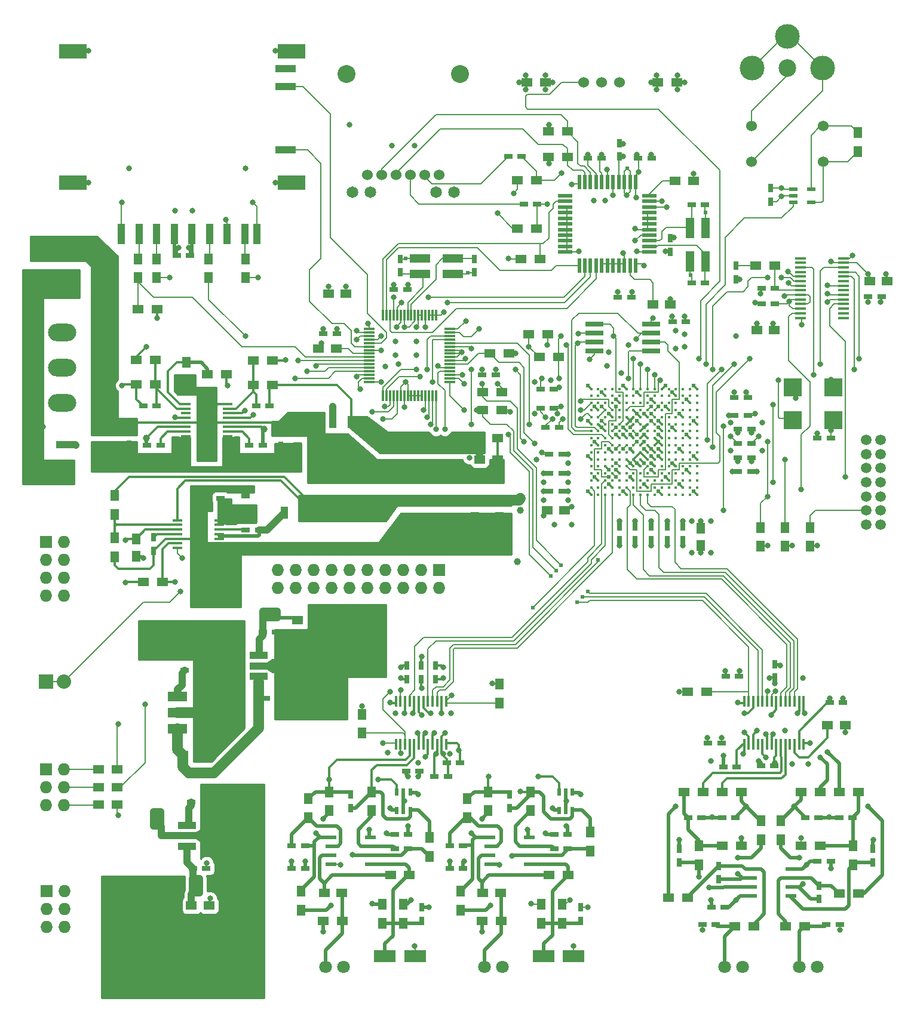
<source format=gtl>
G04 #@! TF.FileFunction,Copper,L1,Top,Signal*
%FSLAX46Y46*%
G04 Gerber Fmt 4.6, Leading zero omitted, Abs format (unit mm)*
G04 Created by KiCad (PCBNEW 4.0.2+dfsg1-stable) date sø. 02. april 2017 kl. 18.17 +0200*
%MOMM*%
G01*
G04 APERTURE LIST*
%ADD10C,0.100000*%
%ADD11R,1.500000X1.250000*%
%ADD12R,0.750000X1.200000*%
%ADD13R,1.200000X0.750000*%
%ADD14R,1.250000X1.500000*%
%ADD15R,3.149600X1.800860*%
%ADD16R,1.500000X1.300000*%
%ADD17R,1.100000X1.800000*%
%ADD18R,1.800000X1.100000*%
%ADD19R,1.727200X1.727200*%
%ADD20O,1.727200X1.727200*%
%ADD21R,2.032000X2.032000*%
%ADD22O,2.032000X2.032000*%
%ADD23C,2.500000*%
%ADD24C,3.500000*%
%ADD25C,1.524000*%
%ADD26R,1.300000X1.500000*%
%ADD27R,1.300000X0.550000*%
%ADD28R,1.450000X0.450000*%
%ADD29R,2.460000X2.310000*%
%ADD30C,1.800000*%
%ADD31C,1.651000*%
%ADD32C,2.540000*%
%ADD33C,1.500000*%
%ADD34O,4.000000X2.500000*%
%ADD35C,0.400000*%
%ADD36R,1.600000X0.300000*%
%ADD37R,0.300000X1.600000*%
%ADD38R,0.400000X1.500000*%
%ADD39R,1.100000X3.000000*%
%ADD40R,4.000000X2.000000*%
%ADD41R,3.000000X1.000000*%
%ADD42R,1.600000X0.599440*%
%ADD43R,2.500000X2.500000*%
%ADD44R,1.200000X3.000000*%
%ADD45R,3.000000X1.200000*%
%ADD46R,0.550000X1.100000*%
%ADD47R,2.500000X0.650000*%
%ADD48R,2.000000X0.550000*%
%ADD49R,0.550000X2.000000*%
%ADD50R,3.000000X4.000000*%
%ADD51R,2.700000X1.400000*%
%ADD52R,1.470000X0.895000*%
%ADD53R,1.500000X0.400000*%
%ADD54R,2.501900X1.000760*%
%ADD55R,4.000500X1.998980*%
%ADD56C,0.800000*%
%ADD57C,0.609600*%
%ADD58C,1.000000*%
%ADD59C,0.203200*%
%ADD60C,0.300000*%
%ADD61C,0.500000*%
%ADD62C,1.500000*%
%ADD63C,1.000000*%
%ADD64C,0.254000*%
G04 APERTURE END LIST*
D10*
D11*
X83850000Y-73800000D03*
X81350000Y-73800000D03*
D12*
X103400000Y-61050000D03*
X103400000Y-62950000D03*
D13*
X83950000Y-71700000D03*
X82050000Y-71700000D03*
X104550000Y-77500000D03*
X106450000Y-77500000D03*
D12*
X92900000Y-62950000D03*
X92900000Y-61050000D03*
D13*
X93950000Y-65400000D03*
X92050000Y-65400000D03*
D11*
X85250000Y-66000000D03*
X82750000Y-66000000D03*
D13*
X63150000Y-60600000D03*
X61250000Y-60600000D03*
D12*
X145400000Y-51050000D03*
X145400000Y-52950000D03*
D11*
X159450000Y-64200000D03*
X161950000Y-64200000D03*
D13*
X159250000Y-66400000D03*
X161150000Y-66400000D03*
X144150000Y-65200000D03*
X146050000Y-65200000D03*
X146050000Y-67400000D03*
X144150000Y-67400000D03*
D11*
X145950000Y-71200000D03*
X143450000Y-71200000D03*
D12*
X140500000Y-63950000D03*
X140500000Y-62050000D03*
X146000000Y-120450000D03*
X146000000Y-118550000D03*
D13*
X140950000Y-120250000D03*
X139050000Y-120250000D03*
X153800000Y-124000000D03*
X155700000Y-124000000D03*
X138450000Y-129750000D03*
X136550000Y-129750000D03*
X152050000Y-146500000D03*
X153950000Y-146500000D03*
X138950000Y-153000000D03*
X137050000Y-153000000D03*
X140650000Y-133100000D03*
X138750000Y-133100000D03*
X145950000Y-133000000D03*
X144050000Y-133000000D03*
D11*
X153500000Y-127250000D03*
X156000000Y-127250000D03*
D13*
X140450000Y-140300000D03*
X138550000Y-140300000D03*
X135650000Y-140300000D03*
X133750000Y-140300000D03*
X150350000Y-140300000D03*
X152250000Y-140300000D03*
X155150000Y-140300000D03*
X157050000Y-140300000D03*
D12*
X132500000Y-146650000D03*
X132500000Y-144750000D03*
X159900000Y-146650000D03*
X159900000Y-144750000D03*
X138100000Y-147150000D03*
X138100000Y-149050000D03*
X152300000Y-149950000D03*
X152300000Y-151850000D03*
D13*
X137650000Y-155500000D03*
X135750000Y-155500000D03*
X153350000Y-155500000D03*
X155250000Y-155500000D03*
D11*
X128750000Y-67500000D03*
X131250000Y-67500000D03*
D13*
X136150000Y-64500000D03*
X134250000Y-64500000D03*
X134250000Y-53400000D03*
X136150000Y-53400000D03*
X110450000Y-53300000D03*
X112350000Y-53300000D03*
X110150000Y-46500000D03*
X108250000Y-46500000D03*
X123800000Y-66500000D03*
X125700000Y-66500000D03*
D12*
X131200000Y-60050000D03*
X131200000Y-58150000D03*
X124000000Y-44650000D03*
X124000000Y-46550000D03*
D13*
X119550000Y-46800000D03*
X121450000Y-46800000D03*
X128550000Y-46800000D03*
X126650000Y-46800000D03*
X131550000Y-70000000D03*
X133450000Y-70000000D03*
X153950000Y-86500000D03*
X152050000Y-86500000D03*
X115950000Y-88750000D03*
X114050000Y-88750000D03*
D12*
X126250000Y-99050000D03*
X126250000Y-100950000D03*
D13*
X114700000Y-82250000D03*
X112800000Y-82250000D03*
X140800000Y-89250000D03*
X142700000Y-89250000D03*
D11*
X116250000Y-96750000D03*
X113750000Y-96750000D03*
D13*
X115450000Y-85000000D03*
X113550000Y-85000000D03*
X140300000Y-83250000D03*
X142200000Y-83250000D03*
X114700000Y-79500000D03*
X112800000Y-79500000D03*
D14*
X135500000Y-99250000D03*
X135500000Y-101750000D03*
D12*
X133000000Y-99050000D03*
X133000000Y-100950000D03*
X124000000Y-99050000D03*
X124000000Y-100950000D03*
D13*
X115950000Y-94000000D03*
X114050000Y-94000000D03*
X140800000Y-85250000D03*
X142700000Y-85250000D03*
X115950000Y-91500000D03*
X114050000Y-91500000D03*
X140800000Y-87250000D03*
X142700000Y-87250000D03*
X140800000Y-91250000D03*
X142700000Y-91250000D03*
D12*
X130750000Y-99050000D03*
X130750000Y-100950000D03*
D13*
X140300000Y-80750000D03*
X142200000Y-80750000D03*
D12*
X128500000Y-99050000D03*
X128500000Y-100950000D03*
D13*
X74430000Y-81940000D03*
X72530000Y-81940000D03*
D14*
X71000000Y-96750000D03*
X71000000Y-94250000D03*
D11*
X104210000Y-86500000D03*
X106710000Y-86500000D03*
D13*
X67450000Y-95000000D03*
X65550000Y-95000000D03*
D11*
X104210000Y-89500000D03*
X106710000Y-89500000D03*
D13*
X71550000Y-87500000D03*
X73450000Y-87500000D03*
D12*
X58000000Y-100550000D03*
X58000000Y-102450000D03*
D13*
X62400000Y-119450000D03*
X64300000Y-119450000D03*
X63350000Y-138100000D03*
X65250000Y-138100000D03*
D11*
X62100000Y-131450000D03*
X64600000Y-131450000D03*
D13*
X65450000Y-147500000D03*
X63550000Y-147500000D03*
D14*
X55500000Y-100750000D03*
X55500000Y-103250000D03*
D13*
X73850000Y-123400000D03*
X75750000Y-123400000D03*
D14*
X62600000Y-75750000D03*
X62600000Y-78250000D03*
X78400000Y-87850000D03*
X78400000Y-85350000D03*
D13*
X72950000Y-99500000D03*
X71050000Y-99500000D03*
D14*
X52000000Y-87750000D03*
X52000000Y-85250000D03*
D13*
X73450000Y-114000000D03*
X75350000Y-114000000D03*
D12*
X76000000Y-87550000D03*
X76000000Y-85650000D03*
X54500000Y-87450000D03*
X54500000Y-85550000D03*
D13*
X58950000Y-87500000D03*
X57050000Y-87500000D03*
D14*
X103500000Y-95250000D03*
X103500000Y-97750000D03*
X107000000Y-95250000D03*
X107000000Y-97750000D03*
X47000000Y-63250000D03*
X47000000Y-60750000D03*
X43500000Y-63250000D03*
X43500000Y-60750000D03*
D13*
X56530000Y-81940000D03*
X58430000Y-81940000D03*
D12*
X118500000Y-153050000D03*
X118500000Y-154950000D03*
X96000000Y-153050000D03*
X96000000Y-154950000D03*
D15*
X117525980Y-160000000D03*
X113274020Y-160000000D03*
X95025980Y-160000000D03*
X90774020Y-160000000D03*
D11*
X104650000Y-151000000D03*
X107150000Y-151000000D03*
X82150000Y-151000000D03*
X84650000Y-151000000D03*
D13*
X101850000Y-144300000D03*
X99950000Y-144300000D03*
X79450000Y-144300000D03*
X77550000Y-144300000D03*
X114750000Y-144700000D03*
X116650000Y-144700000D03*
X92150000Y-144700000D03*
X94050000Y-144700000D03*
D12*
X108400000Y-137050000D03*
X108400000Y-138950000D03*
X85900000Y-137050000D03*
X85900000Y-138950000D03*
D13*
X114750000Y-142700000D03*
X116650000Y-142700000D03*
X92150000Y-142700000D03*
X94050000Y-142700000D03*
X101850000Y-147500000D03*
X99950000Y-147500000D03*
X79450000Y-147500000D03*
X77550000Y-147500000D03*
X95650000Y-133700000D03*
X93750000Y-133700000D03*
D12*
X97900000Y-120650000D03*
X97900000Y-118750000D03*
X95900000Y-120650000D03*
X95900000Y-118750000D03*
D13*
X101450000Y-132500000D03*
X99550000Y-132500000D03*
X99700000Y-134500000D03*
X97800000Y-134500000D03*
D12*
X93900000Y-120650000D03*
X93900000Y-118750000D03*
D16*
X110850000Y-36000000D03*
X113550000Y-36000000D03*
X129450000Y-36000000D03*
X132150000Y-36000000D03*
D17*
X86000000Y-84200000D03*
X83400000Y-84200000D03*
X76500000Y-97100000D03*
X79100000Y-97100000D03*
D18*
X45000000Y-90000000D03*
X45000000Y-87400000D03*
D19*
X98430000Y-105230000D03*
D20*
X98430000Y-107770000D03*
X95890000Y-105230000D03*
X95890000Y-107770000D03*
X93350000Y-105230000D03*
X93350000Y-107770000D03*
X90810000Y-105230000D03*
X90810000Y-107770000D03*
X88270000Y-105230000D03*
X88270000Y-107770000D03*
X85730000Y-105230000D03*
X85730000Y-107770000D03*
X83190000Y-105230000D03*
X83190000Y-107770000D03*
X80650000Y-105230000D03*
X80650000Y-107770000D03*
X78110000Y-105230000D03*
X78110000Y-107770000D03*
X75570000Y-105230000D03*
X75570000Y-107770000D03*
D19*
X42730000Y-101190000D03*
D20*
X45270000Y-101190000D03*
X42730000Y-103730000D03*
X45270000Y-103730000D03*
X42730000Y-106270000D03*
X45270000Y-106270000D03*
X42730000Y-108810000D03*
X45270000Y-108810000D03*
D21*
X42730000Y-121000000D03*
D22*
X45270000Y-121000000D03*
D19*
X42730000Y-133460000D03*
D20*
X45270000Y-133460000D03*
X42730000Y-136000000D03*
X45270000Y-136000000D03*
X42730000Y-138540000D03*
X45270000Y-138540000D03*
D23*
X147800000Y-34000000D03*
D24*
X152800000Y-34000000D03*
X142800000Y-34000000D03*
X147800000Y-29500000D03*
D25*
X124000000Y-36000000D03*
X121460000Y-36000000D03*
X118920000Y-36000000D03*
D16*
X107350000Y-80000000D03*
X104650000Y-80000000D03*
X107350000Y-82500000D03*
X104650000Y-82500000D03*
X52850000Y-138500000D03*
X50150000Y-138500000D03*
X52850000Y-136000000D03*
X50150000Y-136000000D03*
D26*
X71000000Y-61050000D03*
X71000000Y-63750000D03*
X65800000Y-61050000D03*
X65800000Y-63750000D03*
X58400000Y-61050000D03*
X58400000Y-63750000D03*
X55800000Y-61050000D03*
X55800000Y-63750000D03*
D16*
X52850000Y-133500000D03*
X50150000Y-133500000D03*
X55750000Y-68200000D03*
X58450000Y-68200000D03*
D26*
X157800000Y-43150000D03*
X157800000Y-45850000D03*
D16*
X143350000Y-62000000D03*
X146050000Y-62000000D03*
X136350000Y-122500000D03*
X133650000Y-122500000D03*
X141250000Y-136700000D03*
X138550000Y-136700000D03*
X133150000Y-136700000D03*
X135850000Y-136700000D03*
X149750000Y-136700000D03*
X152450000Y-136700000D03*
X157850000Y-136700000D03*
X155150000Y-136700000D03*
X141250000Y-144300000D03*
X138550000Y-144300000D03*
X149750000Y-144300000D03*
X152450000Y-144300000D03*
D26*
X144100000Y-143450000D03*
X144100000Y-140750000D03*
X135300000Y-147050000D03*
X135300000Y-144350000D03*
X146900000Y-143450000D03*
X146900000Y-140750000D03*
X157100000Y-147050000D03*
X157100000Y-144350000D03*
D16*
X133650000Y-151700000D03*
X130950000Y-151700000D03*
X155150000Y-151100000D03*
X157850000Y-151100000D03*
X140350000Y-155700000D03*
X143050000Y-155700000D03*
X150250000Y-155700000D03*
X147550000Y-155700000D03*
X110050000Y-61100000D03*
X112750000Y-61100000D03*
X131850000Y-50000000D03*
X134550000Y-50000000D03*
X116650000Y-43000000D03*
X113950000Y-43000000D03*
X113950000Y-46600000D03*
X116650000Y-46600000D03*
X112250000Y-56800000D03*
X109550000Y-56800000D03*
X109550000Y-49900000D03*
X112250000Y-49900000D03*
D26*
X151000000Y-101850000D03*
X151000000Y-99150000D03*
D16*
X112650000Y-75000000D03*
X115350000Y-75000000D03*
D26*
X147500000Y-101850000D03*
X147500000Y-99150000D03*
D16*
X111150000Y-71750000D03*
X113850000Y-71750000D03*
X108350000Y-74500000D03*
X105650000Y-74500000D03*
D26*
X144000000Y-101850000D03*
X144000000Y-99150000D03*
D16*
X74830000Y-78940000D03*
X72130000Y-78940000D03*
X72130000Y-75440000D03*
X74830000Y-75440000D03*
D26*
X52500000Y-94650000D03*
X52500000Y-97350000D03*
X52500000Y-100650000D03*
X52500000Y-103350000D03*
D16*
X56550000Y-106900000D03*
X59250000Y-106900000D03*
X68330000Y-77440000D03*
X65630000Y-77440000D03*
X55550000Y-78900000D03*
X58250000Y-78900000D03*
X58250000Y-75400000D03*
X55550000Y-75400000D03*
D26*
X112900000Y-152650000D03*
X112900000Y-155350000D03*
X115900000Y-155350000D03*
X115900000Y-152650000D03*
X90400000Y-152650000D03*
X90400000Y-155350000D03*
X93400000Y-155350000D03*
X93400000Y-152650000D03*
D16*
X107250000Y-155000000D03*
X104550000Y-155000000D03*
X84750000Y-155000000D03*
X82050000Y-155000000D03*
X114050000Y-148500000D03*
X116750000Y-148500000D03*
X91550000Y-148500000D03*
X94250000Y-148500000D03*
D26*
X101500000Y-150750000D03*
X101500000Y-153450000D03*
X78900000Y-150750000D03*
X78900000Y-153450000D03*
X102400000Y-137650000D03*
X102400000Y-140350000D03*
X119900000Y-142350000D03*
X119900000Y-145050000D03*
X79900000Y-137650000D03*
X79900000Y-140350000D03*
X97100000Y-143150000D03*
X97100000Y-145850000D03*
X105400000Y-136650000D03*
X105400000Y-139350000D03*
X111400000Y-136650000D03*
X111400000Y-139350000D03*
X82900000Y-136650000D03*
X82900000Y-139350000D03*
X88900000Y-136650000D03*
X88900000Y-139350000D03*
X107000000Y-121400000D03*
X107000000Y-124100000D03*
X87500000Y-128350000D03*
X87500000Y-125650000D03*
D25*
X142700000Y-42200000D03*
X142700000Y-47280000D03*
X152860000Y-47280000D03*
X152860000Y-42200000D03*
D27*
X148650000Y-51150000D03*
X148650000Y-52100000D03*
X148650000Y-53050000D03*
X151150000Y-51150000D03*
X151150000Y-53050000D03*
D28*
X61350000Y-98150000D03*
X61350000Y-98800000D03*
X61350000Y-99450000D03*
X61350000Y-100100000D03*
X61350000Y-100750000D03*
X61350000Y-101400000D03*
X61350000Y-102050000D03*
X67250000Y-102050000D03*
X67250000Y-101400000D03*
X67250000Y-100750000D03*
X67250000Y-100100000D03*
X67250000Y-99450000D03*
X67250000Y-98800000D03*
X67250000Y-98150000D03*
D29*
X64300000Y-100100000D03*
D30*
X104900000Y-161500000D03*
X107440000Y-161500000D03*
X138900000Y-161500000D03*
X141440000Y-161500000D03*
X149500000Y-161500000D03*
X152040000Y-161500000D03*
D25*
X88270000Y-49176000D03*
X90302000Y-49176000D03*
X92334000Y-49176000D03*
X94366000Y-49176000D03*
X96398000Y-49176000D03*
X98430000Y-49176000D03*
D31*
X86136400Y-51639800D03*
X88676400Y-51639800D03*
X98023600Y-51639800D03*
X100563600Y-51639800D03*
D32*
X85285500Y-34825000D03*
X101414500Y-34825000D03*
D33*
X161000000Y-98750000D03*
X159000000Y-98750000D03*
X161000000Y-96750000D03*
X159000000Y-96750000D03*
X161000000Y-94750000D03*
X159000000Y-94750000D03*
X161000000Y-92750000D03*
X159000000Y-92750000D03*
X161000000Y-90750000D03*
X159000000Y-90750000D03*
X161000000Y-88750000D03*
X159000000Y-88750000D03*
X161000000Y-86750000D03*
X159000000Y-86750000D03*
D34*
X45000000Y-71500000D03*
X45000000Y-76500000D03*
X45000000Y-81500000D03*
D30*
X82400000Y-161500000D03*
X84940000Y-161500000D03*
D11*
X65850000Y-152800000D03*
X63350000Y-152800000D03*
X78350000Y-112300000D03*
X80850000Y-112300000D03*
D19*
X42830000Y-150760000D03*
D20*
X45370000Y-150760000D03*
X42830000Y-153300000D03*
X45370000Y-153300000D03*
X42830000Y-155840000D03*
X45370000Y-155840000D03*
D35*
X135000000Y-94500000D03*
X134000000Y-94500000D03*
X133000000Y-94500000D03*
X132000000Y-94500000D03*
X131000000Y-94500000D03*
X130000000Y-94500000D03*
X129000000Y-94500000D03*
X128000000Y-94500000D03*
X127000000Y-94500000D03*
X126000000Y-94500000D03*
X125000000Y-94500000D03*
X124000000Y-94500000D03*
X123000000Y-94500000D03*
X122000000Y-94500000D03*
X121000000Y-94500000D03*
X120000000Y-94500000D03*
X135000000Y-93500000D03*
X134000000Y-93500000D03*
X133000000Y-93500000D03*
X132000000Y-93500000D03*
X131000000Y-93500000D03*
X130000000Y-93500000D03*
X129000000Y-93500000D03*
X128000000Y-93500000D03*
X127000000Y-93500000D03*
X126000000Y-93500000D03*
X125000000Y-93500000D03*
X124000000Y-93500000D03*
X123000000Y-93500000D03*
X122000000Y-93500000D03*
X121000000Y-93500000D03*
X120000000Y-93500000D03*
X135000000Y-92500000D03*
X134000000Y-92500000D03*
X133000000Y-92500000D03*
X132000000Y-92500000D03*
X131000000Y-92500000D03*
X130000000Y-92500000D03*
X129000000Y-92500000D03*
X128000000Y-92500000D03*
X127000000Y-92500000D03*
X126000000Y-92500000D03*
X125000000Y-92500000D03*
X124000000Y-92500000D03*
X123000000Y-92500000D03*
X122000000Y-92500000D03*
X121000000Y-92500000D03*
X120000000Y-92500000D03*
X135000000Y-91500000D03*
X134000000Y-91500000D03*
X133000000Y-91500000D03*
X132000000Y-91500000D03*
X131000000Y-91500000D03*
X130000000Y-91500000D03*
X129000000Y-91500000D03*
X128000000Y-91500000D03*
X127000000Y-91500000D03*
X126000000Y-91500000D03*
X125000000Y-91500000D03*
X124000000Y-91500000D03*
X123000000Y-91500000D03*
X122000000Y-91500000D03*
X121000000Y-91500000D03*
X120000000Y-91500000D03*
X135000000Y-90500000D03*
X134000000Y-90500000D03*
X133000000Y-90500000D03*
X132000000Y-90500000D03*
X131000000Y-90500000D03*
X130000000Y-90500000D03*
X129000000Y-90500000D03*
X128000000Y-90500000D03*
X127000000Y-90500000D03*
X126000000Y-90500000D03*
X125000000Y-90500000D03*
X124000000Y-90500000D03*
X123000000Y-90500000D03*
X122000000Y-90500000D03*
X121000000Y-90500000D03*
X120000000Y-90500000D03*
X135000000Y-89500000D03*
X134000000Y-89500000D03*
X133000000Y-89500000D03*
X132000000Y-89500000D03*
X131000000Y-89500000D03*
X130000000Y-89500000D03*
X129000000Y-89500000D03*
X128000000Y-89500000D03*
X127000000Y-89500000D03*
X126000000Y-89500000D03*
X125000000Y-89500000D03*
X124000000Y-89500000D03*
X123000000Y-89500000D03*
X122000000Y-89500000D03*
X121000000Y-89500000D03*
X120000000Y-89500000D03*
X135000000Y-88500000D03*
X134000000Y-88500000D03*
X133000000Y-88500000D03*
X132000000Y-88500000D03*
X131000000Y-88500000D03*
X130000000Y-88500000D03*
X129000000Y-88500000D03*
X128000000Y-88500000D03*
X127000000Y-88500000D03*
X126000000Y-88500000D03*
X125000000Y-88500000D03*
X124000000Y-88500000D03*
X123000000Y-88500000D03*
X122000000Y-88500000D03*
X121000000Y-88500000D03*
X120000000Y-88500000D03*
X135000000Y-87500000D03*
X134000000Y-87500000D03*
X133000000Y-87500000D03*
X132000000Y-87500000D03*
X131000000Y-87500000D03*
X130000000Y-87500000D03*
X129000000Y-87500000D03*
X128000000Y-87500000D03*
X127000000Y-87500000D03*
X126000000Y-87500000D03*
X125000000Y-87500000D03*
X124000000Y-87500000D03*
X123000000Y-87500000D03*
X122000000Y-87500000D03*
X121000000Y-87500000D03*
X120000000Y-87500000D03*
X135000000Y-86500000D03*
X134000000Y-86500000D03*
X133000000Y-86500000D03*
X132000000Y-86500000D03*
X131000000Y-86500000D03*
X130000000Y-86500000D03*
X129000000Y-86500000D03*
X128000000Y-86500000D03*
X127000000Y-86500000D03*
X126000000Y-86500000D03*
X125000000Y-86500000D03*
X124000000Y-86500000D03*
X123000000Y-86500000D03*
X122000000Y-86500000D03*
X121000000Y-86500000D03*
X120000000Y-86500000D03*
X135000000Y-85500000D03*
X134000000Y-85500000D03*
X133000000Y-85500000D03*
X132000000Y-85500000D03*
X131000000Y-85500000D03*
X130000000Y-85500000D03*
X129000000Y-85500000D03*
X128000000Y-85500000D03*
X127000000Y-85500000D03*
X126000000Y-85500000D03*
X125000000Y-85500000D03*
X124000000Y-85500000D03*
X123000000Y-85500000D03*
X122000000Y-85500000D03*
X121000000Y-85500000D03*
X120000000Y-85500000D03*
X135000000Y-84500000D03*
X134000000Y-84500000D03*
X133000000Y-84500000D03*
X132000000Y-84500000D03*
X131000000Y-84500000D03*
X130000000Y-84500000D03*
X129000000Y-84500000D03*
X128000000Y-84500000D03*
X127000000Y-84500000D03*
X126000000Y-84500000D03*
X125000000Y-84500000D03*
X124000000Y-84500000D03*
X123000000Y-84500000D03*
X122000000Y-84500000D03*
X121000000Y-84500000D03*
X120000000Y-84500000D03*
X135000000Y-83500000D03*
X134000000Y-83500000D03*
X133000000Y-83500000D03*
X132000000Y-83500000D03*
X131000000Y-83500000D03*
X130000000Y-83500000D03*
X129000000Y-83500000D03*
X128000000Y-83500000D03*
X127000000Y-83500000D03*
X126000000Y-83500000D03*
X125000000Y-83500000D03*
X124000000Y-83500000D03*
X123000000Y-83500000D03*
X122000000Y-83500000D03*
X121000000Y-83500000D03*
X120000000Y-83500000D03*
X135000000Y-82500000D03*
X134000000Y-82500000D03*
X133000000Y-82500000D03*
X132000000Y-82500000D03*
X131000000Y-82500000D03*
X130000000Y-82500000D03*
X129000000Y-82500000D03*
X128000000Y-82500000D03*
X127000000Y-82500000D03*
X126000000Y-82500000D03*
X125000000Y-82500000D03*
X124000000Y-82500000D03*
X123000000Y-82500000D03*
X122000000Y-82500000D03*
X121000000Y-82500000D03*
X120000000Y-82500000D03*
X135000000Y-81500000D03*
X134000000Y-81500000D03*
X133000000Y-81500000D03*
X132000000Y-81500000D03*
X131000000Y-81500000D03*
X130000000Y-81500000D03*
X129000000Y-81500000D03*
X128000000Y-81500000D03*
X127000000Y-81500000D03*
X126000000Y-81500000D03*
X125000000Y-81500000D03*
X124000000Y-81500000D03*
X123000000Y-81500000D03*
X122000000Y-81500000D03*
X121000000Y-81500000D03*
X120000000Y-81500000D03*
X135000000Y-80500000D03*
X134000000Y-80500000D03*
X133000000Y-80500000D03*
X132000000Y-80500000D03*
X131000000Y-80500000D03*
X130000000Y-80500000D03*
X129000000Y-80500000D03*
X128000000Y-80500000D03*
X127000000Y-80500000D03*
X126000000Y-80500000D03*
X125000000Y-80500000D03*
X124000000Y-80500000D03*
X123000000Y-80500000D03*
X122000000Y-80500000D03*
X121000000Y-80500000D03*
X120000000Y-80500000D03*
X135000000Y-79500000D03*
X134000000Y-79500000D03*
X133000000Y-79500000D03*
X132000000Y-79500000D03*
X131000000Y-79500000D03*
X130000000Y-79500000D03*
X129000000Y-79500000D03*
X128000000Y-79500000D03*
X127000000Y-79500000D03*
X126000000Y-79500000D03*
X125000000Y-79500000D03*
X124000000Y-79500000D03*
X123000000Y-79500000D03*
X122000000Y-79500000D03*
X121000000Y-79500000D03*
X120000000Y-79500000D03*
D36*
X100000000Y-78500000D03*
X100000000Y-78000000D03*
X100000000Y-77500000D03*
X100000000Y-77000000D03*
X100000000Y-76500000D03*
X100000000Y-76000000D03*
X100000000Y-75500000D03*
X100000000Y-75000000D03*
X100000000Y-74500000D03*
X100000000Y-74000000D03*
X100000000Y-73500000D03*
X100000000Y-73000000D03*
X100000000Y-72500000D03*
X100000000Y-72000000D03*
X100000000Y-71500000D03*
X100000000Y-71000000D03*
X88500000Y-71000000D03*
X88500000Y-71500000D03*
X88500000Y-72000000D03*
X88500000Y-72500000D03*
X88500000Y-73000000D03*
X88500000Y-73500000D03*
X88500000Y-74000000D03*
X88500000Y-74500000D03*
X88500000Y-75000000D03*
X88500000Y-75500000D03*
X88500000Y-76000000D03*
X88500000Y-76500000D03*
X88500000Y-77000000D03*
X88500000Y-77500000D03*
X88500000Y-78000000D03*
X88500000Y-78500000D03*
D37*
X98000000Y-69000000D03*
X97500000Y-69000000D03*
X97000000Y-69000000D03*
X96500000Y-69000000D03*
X96000000Y-69000000D03*
X95500000Y-69000000D03*
X95000000Y-69000000D03*
X94500000Y-69000000D03*
X94000000Y-69000000D03*
X93500000Y-69000000D03*
X93000000Y-69000000D03*
X92500000Y-69000000D03*
X92000000Y-69000000D03*
X91500000Y-69000000D03*
X91000000Y-69000000D03*
X90500000Y-69000000D03*
X90500000Y-80500000D03*
X91000000Y-80500000D03*
X91500000Y-80500000D03*
X92000000Y-80500000D03*
X92500000Y-80500000D03*
X93000000Y-80500000D03*
X93500000Y-80500000D03*
X94000000Y-80500000D03*
X94500000Y-80500000D03*
X95000000Y-80500000D03*
X95500000Y-80500000D03*
X96000000Y-80500000D03*
X96500000Y-80500000D03*
X97000000Y-80500000D03*
X97500000Y-80500000D03*
X98000000Y-80500000D03*
D38*
X99475000Y-123850000D03*
X98825000Y-123850000D03*
X98175000Y-123850000D03*
X97525000Y-123850000D03*
X96875000Y-123850000D03*
X96225000Y-123850000D03*
X95575000Y-123850000D03*
X94925000Y-123850000D03*
X94275000Y-123850000D03*
X93625000Y-123850000D03*
X92975000Y-123850000D03*
X92325000Y-123850000D03*
X92325000Y-129950000D03*
X92975000Y-129950000D03*
X93625000Y-129950000D03*
X94275000Y-129950000D03*
X94925000Y-129950000D03*
X95575000Y-129950000D03*
X96225000Y-129950000D03*
X96875000Y-129950000D03*
X97525000Y-129950000D03*
X98175000Y-129950000D03*
X98825000Y-129950000D03*
X99475000Y-129950000D03*
D39*
X53400000Y-57500000D03*
X55900000Y-57500000D03*
X58400000Y-57500000D03*
X60900000Y-57500000D03*
X63400000Y-57500000D03*
X65900000Y-57500000D03*
X68400000Y-57500000D03*
X70900000Y-57500000D03*
X72600000Y-57500000D03*
D40*
X77550000Y-50250000D03*
X77550000Y-31600000D03*
X46550000Y-31600000D03*
X46550000Y-50250000D03*
D41*
X76650000Y-45600000D03*
X76650000Y-34050000D03*
X76650000Y-36650000D03*
D38*
X150125000Y-123850000D03*
X149475000Y-123850000D03*
X148825000Y-123850000D03*
X148175000Y-123850000D03*
X147525000Y-123850000D03*
X146875000Y-123850000D03*
X146225000Y-123850000D03*
X145575000Y-123850000D03*
X144925000Y-123850000D03*
X144275000Y-123850000D03*
X143625000Y-123850000D03*
X142975000Y-123850000D03*
X142325000Y-123850000D03*
X141675000Y-123850000D03*
X141675000Y-129950000D03*
X142325000Y-129950000D03*
X142975000Y-129950000D03*
X143625000Y-129950000D03*
X144275000Y-129950000D03*
X144925000Y-129950000D03*
X145575000Y-129950000D03*
X146225000Y-129950000D03*
X146875000Y-129950000D03*
X147525000Y-129950000D03*
X148175000Y-129950000D03*
X148825000Y-129950000D03*
X149475000Y-129950000D03*
X150125000Y-129950000D03*
D42*
X148300000Y-147595000D03*
X142700000Y-147595000D03*
X148300000Y-148865000D03*
X148300000Y-150135000D03*
X148300000Y-151405000D03*
X142700000Y-148865000D03*
X142700000Y-150135000D03*
X142700000Y-151405000D03*
X111200000Y-143095000D03*
X105600000Y-143095000D03*
X111200000Y-144365000D03*
X111200000Y-145635000D03*
X111200000Y-146905000D03*
X105600000Y-144365000D03*
X105600000Y-145635000D03*
X105600000Y-146905000D03*
X88700000Y-143095000D03*
X83100000Y-143095000D03*
X88700000Y-144365000D03*
X88700000Y-145635000D03*
X88700000Y-146905000D03*
X83100000Y-144365000D03*
X83100000Y-145635000D03*
X83100000Y-146905000D03*
D43*
X154350000Y-79250000D03*
X148570000Y-79250000D03*
X148570000Y-83950000D03*
X154350000Y-83950000D03*
D44*
X136200000Y-61400000D03*
X134000000Y-61400000D03*
X136200000Y-56700000D03*
X134000000Y-56700000D03*
D45*
X100400000Y-61000000D03*
X100400000Y-63200000D03*
X95700000Y-61000000D03*
X95700000Y-63200000D03*
D46*
X93400000Y-139350000D03*
X94350000Y-139350000D03*
X92450000Y-139350000D03*
X92450000Y-136650000D03*
X93400000Y-136650000D03*
X94350000Y-136650000D03*
X116400000Y-139350000D03*
X117350000Y-139350000D03*
X115450000Y-139350000D03*
X115450000Y-136650000D03*
X116400000Y-136650000D03*
X117350000Y-136650000D03*
D47*
X120500000Y-70345000D03*
X120500000Y-71615000D03*
X120500000Y-72885000D03*
X120500000Y-74155000D03*
X128500000Y-74155000D03*
X128500000Y-72885000D03*
X128500000Y-71615000D03*
X128500000Y-70345000D03*
D48*
X128250000Y-60100000D03*
X128250000Y-59300000D03*
X128250000Y-58500000D03*
X128250000Y-57700000D03*
X128250000Y-56900000D03*
X128250000Y-56100000D03*
X128250000Y-55300000D03*
X128250000Y-54500000D03*
X128250000Y-53700000D03*
X128250000Y-52900000D03*
X128250000Y-52100000D03*
D49*
X126300000Y-50150000D03*
X125500000Y-50150000D03*
X124700000Y-50150000D03*
X123900000Y-50150000D03*
X123100000Y-50150000D03*
X122300000Y-50150000D03*
X121500000Y-50150000D03*
X120700000Y-50150000D03*
X119900000Y-50150000D03*
X119100000Y-50150000D03*
X118300000Y-50150000D03*
D48*
X116350000Y-52100000D03*
X116350000Y-52900000D03*
X116350000Y-53700000D03*
X116350000Y-54500000D03*
X116350000Y-55300000D03*
X116350000Y-56100000D03*
X116350000Y-56900000D03*
X116350000Y-57700000D03*
X116350000Y-58500000D03*
X116350000Y-59300000D03*
X116350000Y-60100000D03*
D49*
X118300000Y-62050000D03*
X119100000Y-62050000D03*
X119900000Y-62050000D03*
X120700000Y-62050000D03*
X121500000Y-62050000D03*
X122300000Y-62050000D03*
X123100000Y-62050000D03*
X123900000Y-62050000D03*
X124700000Y-62050000D03*
X125500000Y-62050000D03*
X126300000Y-62050000D03*
D50*
X69000000Y-125450000D03*
D51*
X61350000Y-123150000D03*
X61350000Y-125450000D03*
X61350000Y-127750000D03*
D28*
X68455000Y-86215000D03*
X68455000Y-85565000D03*
X68455000Y-84915000D03*
X68455000Y-84265000D03*
X68455000Y-83615000D03*
X68455000Y-82965000D03*
X68455000Y-82315000D03*
X68455000Y-81665000D03*
X62505000Y-81665000D03*
X62505000Y-82315000D03*
X62505000Y-82965000D03*
X62505000Y-83615000D03*
X62505000Y-84265000D03*
X62505000Y-84915000D03*
X62505000Y-85565000D03*
X62505000Y-86215000D03*
D52*
X64745000Y-82597500D03*
X64745000Y-83492500D03*
X64745000Y-84387500D03*
X64745000Y-85282500D03*
X66215000Y-82597500D03*
X66215000Y-83492500D03*
X66215000Y-84387500D03*
X66215000Y-85282500D03*
D53*
X155750000Y-69425000D03*
X155750000Y-68775000D03*
X155750000Y-68125000D03*
X155750000Y-67475000D03*
X155750000Y-66825000D03*
X155750000Y-66175000D03*
X155750000Y-65525000D03*
X155750000Y-64875000D03*
X155750000Y-64225000D03*
X155750000Y-63575000D03*
X155750000Y-62925000D03*
X155750000Y-62275000D03*
X155750000Y-61625000D03*
X155750000Y-60975000D03*
X149650000Y-60975000D03*
X149650000Y-61625000D03*
X149650000Y-62275000D03*
X149650000Y-62925000D03*
X149650000Y-63575000D03*
X149650000Y-64225000D03*
X149650000Y-64875000D03*
X149650000Y-65525000D03*
X149650000Y-66175000D03*
X149650000Y-66825000D03*
X149650000Y-67475000D03*
X149650000Y-68125000D03*
X149650000Y-68775000D03*
X149650000Y-69425000D03*
D54*
X62747960Y-141398860D03*
X62747960Y-142900000D03*
X62747960Y-144401140D03*
D55*
X66700200Y-142900000D03*
D10*
G36*
X64725350Y-143900760D02*
X63976050Y-143400380D01*
X63976050Y-142399620D01*
X64725350Y-141899240D01*
X64725350Y-143900760D01*
X64725350Y-143900760D01*
G37*
D54*
X72847960Y-117298860D03*
X72847960Y-118800000D03*
X72847960Y-120301140D03*
D55*
X76800200Y-118800000D03*
D10*
G36*
X74825350Y-119800760D02*
X74076050Y-119300380D01*
X74076050Y-118299620D01*
X74825350Y-117799240D01*
X74825350Y-119800760D01*
X74825350Y-119800760D01*
G37*
D56*
X125750000Y-65750000D03*
X93500000Y-82100000D03*
X122000000Y-52800000D03*
X104500000Y-76750000D03*
X108500000Y-82750000D03*
X106750000Y-78750000D03*
X139500000Y-83250000D03*
D57*
X128500000Y-90000000D03*
X128500000Y-81000000D03*
X126500000Y-83000000D03*
D56*
X124250000Y-77250000D03*
D57*
X125500000Y-92000000D03*
X119500000Y-94000000D03*
X124500000Y-79000000D03*
X121500000Y-80000000D03*
X122500000Y-83000000D03*
X120500000Y-87000000D03*
X119500000Y-84000000D03*
D56*
X53500000Y-79000000D03*
X42300000Y-84900000D03*
D57*
X129500000Y-84000000D03*
D56*
X63000000Y-59500000D03*
X58500000Y-69500000D03*
X152000000Y-101750000D03*
X148500000Y-101750000D03*
X145000000Y-101750000D03*
X63500000Y-54250000D03*
X54500000Y-48250000D03*
X71000000Y-48250000D03*
X85250000Y-65000000D03*
X94000000Y-64750000D03*
X85750000Y-42000000D03*
X132250000Y-35000000D03*
X133250000Y-36000000D03*
X132250000Y-37000000D03*
X114000000Y-42000000D03*
X114000000Y-47500000D03*
X121500000Y-46250000D03*
X124500000Y-46500000D03*
X126500000Y-46250000D03*
X108250000Y-61000000D03*
X131750000Y-58000000D03*
X145750000Y-70250000D03*
X131500000Y-69250000D03*
X132000000Y-73750000D03*
X133250000Y-73500000D03*
X122250000Y-76250000D03*
X109250000Y-74500000D03*
X111150000Y-73500000D03*
X127500000Y-62000000D03*
X126250000Y-58500000D03*
X126750000Y-48750000D03*
X126400000Y-52400000D03*
X147000000Y-51000000D03*
X159200000Y-67200000D03*
X159200000Y-63200000D03*
X154000000Y-78200000D03*
X154000000Y-85400000D03*
X84000000Y-71000000D03*
X90200000Y-74000000D03*
X92400000Y-70700000D03*
X93500000Y-70700000D03*
X102200000Y-75200000D03*
X92700000Y-76000000D03*
X92300000Y-72800000D03*
X95200000Y-72800000D03*
X140250000Y-80000000D03*
X139750000Y-84250000D03*
X140750000Y-85750000D03*
X139750000Y-86250000D03*
X139750000Y-88250000D03*
X140750000Y-89750000D03*
X140000000Y-91250000D03*
X46000000Y-65000000D03*
X44500000Y-65000000D03*
X45000000Y-63000000D03*
X45500000Y-64000000D03*
D57*
X122500000Y-93000000D03*
X122500000Y-91000000D03*
X123500000Y-86000000D03*
D56*
X40500000Y-68000000D03*
X40500000Y-66000000D03*
X40500000Y-67000000D03*
X40500000Y-69000000D03*
X146000000Y-121250000D03*
X145500000Y-125750000D03*
X96000000Y-122000000D03*
X94750000Y-125500000D03*
X97250000Y-125500000D03*
X98750000Y-125500000D03*
X93000000Y-120500000D03*
X99000000Y-120500000D03*
X141000000Y-119500000D03*
X153800000Y-123400000D03*
X87500000Y-124500000D03*
X128750000Y-69500000D03*
X154000000Y-61400000D03*
X153500000Y-67200000D03*
X148100000Y-67100000D03*
X145250000Y-120500000D03*
X140750000Y-124000000D03*
D57*
X125100000Y-48200000D03*
D56*
X146100000Y-122400000D03*
X145000000Y-122400000D03*
X139000000Y-119500000D03*
X124500000Y-60250000D03*
X126500000Y-60000000D03*
X130500000Y-60000000D03*
X126250000Y-56750000D03*
X120400000Y-52800000D03*
X99100000Y-68600000D03*
X93700000Y-78500000D03*
X90800000Y-76300000D03*
X92300000Y-74700000D03*
X95200000Y-74700000D03*
X95200000Y-70700000D03*
X150750000Y-132750000D03*
X151000000Y-129750000D03*
X141750000Y-128250000D03*
X143750000Y-132250000D03*
X100100000Y-125500000D03*
X95400000Y-128300000D03*
X92300000Y-125500000D03*
X93500000Y-125500000D03*
X96000000Y-125750000D03*
X91500000Y-124000000D03*
D57*
X124500000Y-86000000D03*
X123500000Y-91000000D03*
X128500000Y-91000000D03*
X126500000Y-90000000D03*
X130500000Y-79000000D03*
X122500000Y-88000000D03*
X132500000Y-88000000D03*
X129500000Y-87000000D03*
X128500000Y-88000000D03*
X127500000Y-86000000D03*
X129500000Y-85000000D03*
X131500000Y-85000000D03*
X131500000Y-80000000D03*
X130500000Y-82000000D03*
X121500000Y-85000000D03*
X120500000Y-82000000D03*
X119500000Y-79000000D03*
X127500000Y-83000000D03*
X126500000Y-80000000D03*
X123500000Y-81000000D03*
D56*
X66000000Y-151750000D03*
X83000000Y-114000000D03*
X82000000Y-115000000D03*
X81000000Y-115000000D03*
X82000000Y-114000000D03*
X83000000Y-115000000D03*
X68500000Y-118500000D03*
X66500000Y-118500000D03*
X67500000Y-118500000D03*
X69500000Y-118500000D03*
X66500000Y-119500000D03*
X69500000Y-120500000D03*
X80000000Y-115000000D03*
X79000000Y-115000000D03*
X67500000Y-120500000D03*
X68500000Y-120500000D03*
X66500000Y-120500000D03*
X69500000Y-119500000D03*
X67500000Y-119500000D03*
X68500000Y-119500000D03*
X85000000Y-91000000D03*
X85000000Y-90000000D03*
X84000000Y-90000000D03*
X84000000Y-91000000D03*
X104000000Y-92000000D03*
X106000000Y-92000000D03*
X105000000Y-92000000D03*
X103000000Y-92000000D03*
D57*
X125500000Y-84000000D03*
X134500000Y-94000000D03*
X129500000Y-94000000D03*
X124500000Y-94000000D03*
X132500000Y-93000000D03*
X127500000Y-93000000D03*
X130500000Y-92000000D03*
X120500000Y-92000000D03*
X133500000Y-91000000D03*
X131500000Y-90000000D03*
X134500000Y-89000000D03*
X129500000Y-89000000D03*
X119500000Y-89000000D03*
X133500000Y-86000000D03*
X134500000Y-84000000D03*
X132500000Y-83000000D03*
X133500000Y-81000000D03*
X134500000Y-79000000D03*
D58*
X105000000Y-100000000D03*
X109500000Y-104000000D03*
D56*
X97500000Y-101000000D03*
X98500000Y-100000000D03*
X98500000Y-99000000D03*
X98500000Y-101000000D03*
X97500000Y-100000000D03*
X97500000Y-99000000D03*
X65500000Y-106000000D03*
X66500000Y-105000000D03*
X64500000Y-105000000D03*
X65500000Y-105000000D03*
X66500000Y-106000000D03*
X64500000Y-106000000D03*
X65000000Y-100500000D03*
X64000000Y-100500000D03*
X65000000Y-99500000D03*
X64000000Y-97000000D03*
X64000000Y-99500000D03*
X64000000Y-96000000D03*
X65000000Y-97000000D03*
X64000000Y-94000000D03*
X64000000Y-95000000D03*
X65000000Y-96000000D03*
X56500000Y-103500000D03*
X66500000Y-85500000D03*
X65500000Y-85500000D03*
X64500000Y-85500000D03*
X66500000Y-84500000D03*
X65500000Y-84500000D03*
X64500000Y-84500000D03*
X66500000Y-83500000D03*
X65500000Y-83500000D03*
X64500000Y-83500000D03*
X66500000Y-82500000D03*
X65500000Y-82500000D03*
X64500000Y-81000000D03*
X66500000Y-81000000D03*
X65500000Y-80000000D03*
X64500000Y-80000000D03*
X66500000Y-80000000D03*
X65500000Y-81000000D03*
X64500000Y-82500000D03*
X65500000Y-88000000D03*
X66500000Y-89000000D03*
X64500000Y-89000000D03*
X65500000Y-89000000D03*
X66500000Y-88000000D03*
X64500000Y-88000000D03*
X57000000Y-73500000D03*
X76700000Y-75400000D03*
X61500000Y-59500000D03*
X104250000Y-98750000D03*
X107000000Y-99250000D03*
X48750000Y-31500000D03*
X48750000Y-50250000D03*
X75250000Y-31500000D03*
X75250000Y-50250000D03*
X61000000Y-54250000D03*
X82750000Y-65000000D03*
X92000000Y-64750000D03*
X91750000Y-45000000D03*
X110750000Y-35000000D03*
X110750000Y-37000000D03*
X109750000Y-36000000D03*
X119500000Y-46250000D03*
X124500000Y-44750000D03*
X128500000Y-46250000D03*
X134500000Y-49000000D03*
X131250000Y-66750000D03*
X123750000Y-65750000D03*
X143500000Y-70250000D03*
X140500000Y-72000000D03*
X141000000Y-64000000D03*
X133250000Y-69250000D03*
X132000000Y-71250000D03*
X133250000Y-71750000D03*
X122500000Y-74250000D03*
X125250000Y-73250000D03*
X106500000Y-76750000D03*
X117250000Y-50500000D03*
X118250000Y-60000000D03*
X125000000Y-52000000D03*
X147000000Y-52200000D03*
X161800000Y-63200000D03*
X161000000Y-67200000D03*
X149800000Y-70400000D03*
X157000000Y-60600000D03*
X149000000Y-80800000D03*
X152000000Y-85800000D03*
X82000000Y-71000000D03*
X81800000Y-73000000D03*
X88400000Y-70200000D03*
X142000000Y-80000000D03*
X143250000Y-83000000D03*
X144250000Y-84250000D03*
X142750000Y-85750000D03*
X143750000Y-86250000D03*
X144250000Y-88250000D03*
X142750000Y-89750000D03*
X143500000Y-91250000D03*
X124000000Y-101750000D03*
X126250000Y-101750000D03*
X128500000Y-101750000D03*
X130750000Y-101750000D03*
X133000000Y-101750000D03*
X135500000Y-102750000D03*
X134250000Y-102750000D03*
X137000000Y-102750000D03*
X114750000Y-98750000D03*
X113250000Y-97500000D03*
X113250000Y-95250000D03*
X113250000Y-94000000D03*
X113250000Y-92750000D03*
X113250000Y-91500000D03*
X112250000Y-89500000D03*
X113000000Y-88500000D03*
X114500000Y-83750000D03*
X113500000Y-83500000D03*
X112000000Y-83000000D03*
X113000000Y-78000000D03*
X112000000Y-78500000D03*
X51500000Y-80000000D03*
X50500000Y-79000000D03*
X50500000Y-80000000D03*
X51500000Y-79000000D03*
X51500000Y-62000000D03*
X50500000Y-61000000D03*
X51500000Y-61000000D03*
X50500000Y-62000000D03*
X41500000Y-60000000D03*
X49000000Y-60000000D03*
X45000000Y-60500000D03*
X45500000Y-59500000D03*
X63000000Y-140000000D03*
X63000000Y-139000000D03*
X65500000Y-146750000D03*
X68250000Y-55500000D03*
X100000000Y-90500000D03*
X80000000Y-114000000D03*
X79000000Y-114000000D03*
X81000000Y-114000000D03*
X53000000Y-140000000D03*
X137000000Y-132250000D03*
X95000000Y-158500000D03*
X77500000Y-146500000D03*
X91500000Y-139000000D03*
X95500000Y-137000000D03*
X94000000Y-141500000D03*
X82000000Y-156500000D03*
X97000000Y-153000000D03*
X94500000Y-152000000D03*
X104500000Y-156500000D03*
X117000000Y-152000000D03*
X119500000Y-153000000D03*
X100000000Y-146500000D03*
X116500000Y-141500000D03*
X114500000Y-139000000D03*
X118500000Y-137000000D03*
X117500000Y-158500000D03*
X99000000Y-119000000D03*
X96000000Y-117500000D03*
X93000000Y-119000000D03*
X94000000Y-134500000D03*
X135750000Y-156250000D03*
X138750000Y-131500000D03*
X137100000Y-140250000D03*
X132500000Y-143500000D03*
X141250000Y-143250000D03*
X155250000Y-156250000D03*
X160000000Y-143500000D03*
X149750000Y-143250000D03*
X153700000Y-140250000D03*
X156000000Y-128250000D03*
X146750000Y-118750000D03*
X141750000Y-125500000D03*
X149250000Y-125500000D03*
X150250000Y-125500000D03*
X150000000Y-120500000D03*
X99300000Y-128300000D03*
X155700000Y-123400000D03*
X106000000Y-121250000D03*
X136500000Y-129000000D03*
X132500000Y-122500000D03*
X101700000Y-74300000D03*
X104100000Y-71000000D03*
X95000000Y-45000000D03*
X100000000Y-131250000D03*
X99000000Y-131250000D03*
X145750000Y-128500000D03*
X147500000Y-128000000D03*
D57*
X134100000Y-63400000D03*
X136200000Y-54500000D03*
X93700000Y-61000000D03*
X102500000Y-63000000D03*
D56*
X119800000Y-75300000D03*
X153500000Y-66000000D03*
X153500000Y-64800000D03*
X144000000Y-66000000D03*
X143250000Y-67250000D03*
X147900000Y-62900000D03*
X147400000Y-66300000D03*
X93000000Y-131200000D03*
X91200000Y-131100000D03*
X154000000Y-147500000D03*
X137000000Y-152000000D03*
X128500000Y-36000000D03*
X129250000Y-35000000D03*
X129250000Y-37000000D03*
X113500000Y-35000000D03*
X114500000Y-36000000D03*
X113500000Y-37000000D03*
X73000000Y-116000000D03*
X95500000Y-132500000D03*
X95500000Y-134500000D03*
X96500000Y-128300000D03*
X143500000Y-128000000D03*
X73000000Y-115000000D03*
X73500000Y-111000000D03*
X73500000Y-112000000D03*
X74500000Y-112000000D03*
X75500000Y-111000000D03*
X74500000Y-111000000D03*
X89000000Y-152500000D03*
X93500000Y-138000000D03*
X116500000Y-138000000D03*
X111500000Y-152500000D03*
X75500000Y-112000000D03*
X138500000Y-129000000D03*
X148500000Y-132750000D03*
X146000000Y-132500000D03*
X113500000Y-142500000D03*
X111000000Y-142000000D03*
X70500000Y-130000000D03*
X91000000Y-142500000D03*
X88500000Y-142000000D03*
X72500000Y-128000000D03*
X71500000Y-129000000D03*
X68500000Y-132000000D03*
X67500000Y-133000000D03*
X69500000Y-131000000D03*
X150500000Y-147000000D03*
X64500000Y-149000000D03*
X79500000Y-146500000D03*
X84500000Y-147000000D03*
X102000000Y-146500000D03*
X107000000Y-147000000D03*
X64500000Y-150000000D03*
X63500000Y-150000000D03*
X64500000Y-151000000D03*
X63500000Y-149000000D03*
X63500000Y-151000000D03*
X140500000Y-152000000D03*
X141500000Y-131250000D03*
X132000000Y-138750000D03*
X142000000Y-138750000D03*
X159250000Y-138750000D03*
X148750000Y-138750000D03*
X136750000Y-150250000D03*
X135250000Y-148750000D03*
X140750000Y-146000000D03*
X140750000Y-148250000D03*
X149500000Y-146000000D03*
X150000000Y-149750000D03*
X123100000Y-52000000D03*
X113800000Y-53300000D03*
X122200000Y-48400000D03*
X115800000Y-48900000D03*
X106700000Y-54600000D03*
X109000000Y-51750000D03*
X116750000Y-88750000D03*
X116750000Y-90000000D03*
D57*
X125500000Y-90000000D03*
X127500000Y-90000000D03*
X128500000Y-89000000D03*
X127500000Y-85000000D03*
D58*
X110000000Y-96750000D03*
X110000000Y-95000000D03*
D56*
X124000000Y-98250000D03*
X126250000Y-98250000D03*
X128500000Y-98250000D03*
X130750000Y-98250000D03*
X133000000Y-98250000D03*
X134250000Y-98250000D03*
X117250000Y-98750000D03*
X117250000Y-96250000D03*
X116750000Y-95250000D03*
X116750000Y-94000000D03*
X116750000Y-92750000D03*
X116750000Y-91500000D03*
D57*
X127500000Y-87000000D03*
X129500000Y-88000000D03*
X129500000Y-86000000D03*
D56*
X137000000Y-98250000D03*
X135500000Y-98250000D03*
X97500000Y-95500000D03*
X100500000Y-95500000D03*
X99500000Y-95500000D03*
X98500000Y-95500000D03*
X96500000Y-95500000D03*
D57*
X125500000Y-86000000D03*
X125500000Y-85000000D03*
X124500000Y-85000000D03*
D56*
X100500000Y-87000000D03*
X98500000Y-87000000D03*
X97500000Y-87000000D03*
X99500000Y-87000000D03*
X101500000Y-87000000D03*
D57*
X127500000Y-88000000D03*
X125500000Y-88000000D03*
D56*
X116000000Y-83750000D03*
X115750000Y-82000000D03*
X115250000Y-83000000D03*
X115500000Y-79250000D03*
X114250000Y-78250000D03*
X102750000Y-89250000D03*
X62000000Y-121500000D03*
X72500000Y-90000000D03*
X70500000Y-90000000D03*
X71500000Y-90000000D03*
X73500000Y-90000000D03*
X61500000Y-89000000D03*
X62500000Y-90000000D03*
X62500000Y-88000000D03*
X62500000Y-89000000D03*
X61500000Y-90000000D03*
X61500000Y-88100000D03*
X62000000Y-103500000D03*
X62000000Y-120500000D03*
X68000000Y-97500000D03*
X69000000Y-97500000D03*
X70000000Y-96500000D03*
X69000000Y-96500000D03*
X70000000Y-97500000D03*
X68000000Y-96500000D03*
D58*
X73600000Y-85200000D03*
X83400000Y-82000000D03*
D56*
X69500000Y-147500000D03*
X67500000Y-147500000D03*
X68500000Y-146500000D03*
X69500000Y-145500000D03*
X67500000Y-145500000D03*
X68500000Y-145500000D03*
X69500000Y-146500000D03*
X67500000Y-146500000D03*
X68500000Y-147500000D03*
X69500000Y-138500000D03*
X67500000Y-138500000D03*
X68500000Y-139500000D03*
X69500000Y-140500000D03*
X67500000Y-140500000D03*
X68500000Y-140500000D03*
X69500000Y-139500000D03*
X67500000Y-139500000D03*
X68500000Y-138500000D03*
X59000000Y-140500000D03*
X59000000Y-139500000D03*
X58000000Y-139500000D03*
X58000000Y-140500000D03*
X59000000Y-141500000D03*
X58000000Y-141500000D03*
X54000000Y-101000000D03*
X54000000Y-107000000D03*
X103000000Y-142500000D03*
X104500000Y-140500000D03*
X81000000Y-142500000D03*
X82000000Y-140500000D03*
X105750000Y-152750000D03*
X108750000Y-145750000D03*
X83100000Y-152800000D03*
X86200000Y-145600000D03*
X53500000Y-53000000D03*
X96500000Y-70700000D03*
X61750000Y-108250000D03*
X78000000Y-78000000D03*
X126000000Y-75250000D03*
X135250000Y-75250000D03*
D57*
X115750000Y-104500000D03*
X119500000Y-108250000D03*
D56*
X104500000Y-78750000D03*
X102000000Y-78750000D03*
D57*
X115000000Y-105250000D03*
X118750000Y-109000000D03*
D56*
X103750000Y-82500000D03*
X102000000Y-82500000D03*
X53000000Y-127000000D03*
X89000000Y-82750000D03*
X144750000Y-131750000D03*
X152500000Y-131750000D03*
X102235000Y-69850000D03*
X148000000Y-64500000D03*
D57*
X114250000Y-106000000D03*
D56*
X98000000Y-85250000D03*
X108250000Y-86000000D03*
D57*
X118000000Y-109750000D03*
D56*
X115750000Y-72000000D03*
X98250000Y-76250000D03*
D57*
X126500000Y-84000000D03*
D56*
X115500000Y-78000000D03*
D57*
X126500000Y-87000000D03*
D56*
X112000000Y-87250000D03*
X100250000Y-123000000D03*
X97250000Y-84500000D03*
D57*
X111750000Y-110500000D03*
D56*
X91500000Y-122500000D03*
X101750000Y-77500000D03*
D57*
X121500000Y-82000000D03*
D56*
X99250000Y-85250000D03*
D57*
X123500000Y-85000000D03*
D56*
X103000000Y-84500000D03*
X103000000Y-76750000D03*
X103000000Y-73750000D03*
D57*
X121500000Y-84000000D03*
D56*
X111250000Y-84500000D03*
X118500000Y-83750000D03*
X118500000Y-81250000D03*
X97500000Y-78500000D03*
X96750000Y-76750000D03*
X118500000Y-82500000D03*
X93100000Y-67300000D03*
X99600000Y-67300000D03*
X96900000Y-66500000D03*
X92000000Y-66500000D03*
X90500000Y-129750000D03*
X96250000Y-82500000D03*
X96750000Y-83500000D03*
X93000000Y-122250000D03*
X136250000Y-76000000D03*
X127000000Y-76000000D03*
X156000000Y-92000000D03*
D57*
X123500000Y-92000000D03*
D56*
X138500000Y-76750000D03*
D57*
X124500000Y-88000000D03*
D56*
X136500000Y-86750000D03*
X157250000Y-76750000D03*
X158000000Y-75250000D03*
X142500000Y-75250000D03*
X137250000Y-87750000D03*
X140250000Y-76000000D03*
X152500000Y-76000000D03*
D57*
X123500000Y-88000000D03*
D56*
X151500000Y-77500000D03*
X129000000Y-77500000D03*
X147000000Y-63750000D03*
X145000000Y-63750000D03*
X137250000Y-76750000D03*
X128000000Y-76750000D03*
D57*
X122500000Y-92000000D03*
D56*
X149750000Y-93750000D03*
X118200000Y-71700000D03*
X116500000Y-73250000D03*
X125250000Y-78000000D03*
D57*
X123500000Y-82000000D03*
D56*
X129750000Y-78250000D03*
X146500000Y-78250000D03*
D57*
X121000000Y-103750000D03*
X123500000Y-90000000D03*
D56*
X86750000Y-71250000D03*
D58*
X47000000Y-87500000D03*
X57000000Y-86500000D03*
D56*
X112500000Y-134500000D03*
X105500000Y-134500000D03*
X97800000Y-128300000D03*
X96500000Y-131700000D03*
X110000000Y-136600000D03*
X89800000Y-134900000D03*
X82900000Y-134900000D03*
X101250000Y-130750000D03*
X98000000Y-131250000D03*
X72000000Y-53000000D03*
X86750000Y-72500000D03*
X90250000Y-72000000D03*
X86750000Y-77750000D03*
X87250000Y-79500000D03*
X90250000Y-78500000D03*
X95750000Y-77750000D03*
X95250000Y-76750000D03*
X90750000Y-82000000D03*
D57*
X128500000Y-83000000D03*
D56*
X138750000Y-96750000D03*
X138750000Y-84750000D03*
X145000000Y-87000000D03*
D57*
X128500000Y-84000000D03*
D56*
X145000000Y-94750000D03*
D57*
X128500000Y-82000000D03*
D56*
X145750000Y-92750000D03*
X145750000Y-81750000D03*
X147500000Y-89500000D03*
D57*
X129500000Y-82000000D03*
D56*
X56750000Y-124250000D03*
X90500000Y-83750000D03*
X72750000Y-63750000D03*
X81000000Y-76250000D03*
X78500000Y-75500000D03*
X71000000Y-72000000D03*
X60250000Y-63750000D03*
X79750000Y-77000000D03*
X144750000Y-128500000D03*
X153500000Y-131000000D03*
X130700000Y-53700000D03*
X130000000Y-52900000D03*
X113750000Y-73250000D03*
X109250000Y-76750000D03*
D57*
X126500000Y-86000000D03*
D56*
X110500000Y-87000000D03*
X61000000Y-106900000D03*
X72100000Y-83200000D03*
X70900000Y-82600000D03*
X61000000Y-83500000D03*
X68500000Y-79000000D03*
X123190000Y-72009000D03*
X118110000Y-73025000D03*
X126365000Y-72390000D03*
D59*
X125700000Y-65800000D02*
X125750000Y-65750000D01*
X125700000Y-65800000D02*
X125700000Y-66500000D01*
X123900000Y-50150000D02*
X123900000Y-46650000D01*
X123900000Y-46650000D02*
X124000000Y-46550000D01*
X93500000Y-82100000D02*
X93500000Y-80500000D01*
X104550000Y-76800000D02*
X104550000Y-77500000D01*
X104550000Y-76800000D02*
X104500000Y-76750000D01*
X107350000Y-82500000D02*
X108250000Y-82500000D01*
X108250000Y-82500000D02*
X108500000Y-82750000D01*
X106750000Y-78750000D02*
X107350000Y-79350000D01*
X140300000Y-83250000D02*
X139500000Y-83250000D01*
D60*
X129000000Y-90500000D02*
X128500000Y-90000000D01*
X129000000Y-81500000D02*
X128500000Y-81000000D01*
X126000000Y-92500000D02*
X125500000Y-92000000D01*
X120000000Y-94500000D02*
X119500000Y-94000000D01*
X125000000Y-79500000D02*
X124500000Y-79000000D01*
X122000000Y-80500000D02*
X121500000Y-80000000D01*
X122500000Y-83000000D02*
X123000000Y-83500000D01*
X121000000Y-87500000D02*
X120500000Y-87000000D01*
X119500000Y-84000000D02*
X120000000Y-84500000D01*
X126000000Y-82500000D02*
X126500000Y-83000000D01*
X126500000Y-83000000D02*
X127000000Y-83500000D01*
D59*
X145600000Y-51250000D02*
X145400000Y-51050000D01*
D61*
X63400000Y-57000000D02*
X63400000Y-60350000D01*
X63400000Y-60350000D02*
X63150000Y-60600000D01*
D60*
X40500000Y-85000000D02*
X42200000Y-85000000D01*
X40300000Y-85000000D02*
X40500000Y-85000000D01*
X53600000Y-78900000D02*
X55550000Y-78900000D01*
X53500000Y-79000000D02*
X53600000Y-78900000D01*
X42200000Y-85000000D02*
X42300000Y-84900000D01*
X55550000Y-78900000D02*
X55550000Y-78450000D01*
X55550000Y-78900000D02*
X55550000Y-80960000D01*
X55550000Y-80960000D02*
X56530000Y-81940000D01*
X45000000Y-90000000D02*
X42600000Y-90000000D01*
X42600000Y-90000000D02*
X40300000Y-87700000D01*
X40300000Y-87700000D02*
X40300000Y-85000000D01*
X55950000Y-79300000D02*
X55550000Y-78900000D01*
X55480000Y-78900000D02*
X55550000Y-78900000D01*
X130000000Y-84500000D02*
X129500000Y-84000000D01*
X63150000Y-59650000D02*
X63000000Y-59500000D01*
X63150000Y-60600000D02*
X63150000Y-59650000D01*
X58450000Y-69450000D02*
X58500000Y-69500000D01*
X58450000Y-68200000D02*
X58450000Y-69450000D01*
D59*
X151900000Y-101850000D02*
X152000000Y-101750000D01*
X151000000Y-101850000D02*
X151900000Y-101850000D01*
X148400000Y-101850000D02*
X148500000Y-101750000D01*
X147500000Y-101850000D02*
X148400000Y-101850000D01*
X144900000Y-101850000D02*
X145000000Y-101750000D01*
X144000000Y-101850000D02*
X144900000Y-101850000D01*
X85250000Y-66000000D02*
X85250000Y-65000000D01*
X93950000Y-64800000D02*
X94000000Y-64750000D01*
X93950000Y-65400000D02*
X93950000Y-64800000D01*
X132150000Y-35100000D02*
X132250000Y-35000000D01*
X132150000Y-36000000D02*
X132150000Y-35100000D01*
X132150000Y-36000000D02*
X133250000Y-36000000D01*
X132150000Y-36900000D02*
X132250000Y-37000000D01*
X132150000Y-36000000D02*
X132150000Y-36900000D01*
X113950000Y-42050000D02*
X114000000Y-42000000D01*
X113950000Y-43000000D02*
X113950000Y-42050000D01*
X113950000Y-47450000D02*
X114000000Y-47500000D01*
X113950000Y-46600000D02*
X113950000Y-47450000D01*
X121450000Y-46300000D02*
X121500000Y-46250000D01*
X121450000Y-46800000D02*
X121450000Y-46300000D01*
X124450000Y-46550000D02*
X124500000Y-46500000D01*
X124000000Y-46550000D02*
X124450000Y-46550000D01*
X126650000Y-46400000D02*
X126500000Y-46250000D01*
X126650000Y-46800000D02*
X126650000Y-46400000D01*
X108350000Y-61100000D02*
X108250000Y-61000000D01*
X110050000Y-61100000D02*
X108350000Y-61100000D01*
X131600000Y-58150000D02*
X131750000Y-58000000D01*
X131200000Y-58150000D02*
X131600000Y-58150000D01*
X145950000Y-70450000D02*
X145750000Y-70250000D01*
X145950000Y-71200000D02*
X145950000Y-70450000D01*
X131550000Y-69300000D02*
X131500000Y-69250000D01*
X131550000Y-70000000D02*
X131550000Y-69300000D01*
X112650000Y-75000000D02*
X112650000Y-74900000D01*
X108350000Y-74500000D02*
X109250000Y-74500000D01*
X111150000Y-73500000D02*
X112650000Y-75000000D01*
X111150000Y-71750000D02*
X111150000Y-73500000D01*
X107350000Y-80000000D02*
X107350000Y-79350000D01*
X127300000Y-61800000D02*
X127500000Y-62000000D01*
X126300000Y-61800000D02*
X127300000Y-61800000D01*
X127050000Y-57700000D02*
X126250000Y-58500000D01*
X128000000Y-57700000D02*
X127050000Y-57700000D01*
X126750000Y-46900000D02*
X126650000Y-46800000D01*
X126300000Y-49200000D02*
X126300000Y-50400000D01*
X126300000Y-49200000D02*
X126750000Y-48750000D01*
X126750000Y-46900000D02*
X126750000Y-48750000D01*
X123900000Y-50400000D02*
X123900000Y-49400000D01*
X121200000Y-47050000D02*
X121450000Y-46800000D01*
X121500000Y-48900000D02*
X121200000Y-48600000D01*
X121200000Y-48600000D02*
X121200000Y-47050000D01*
X121500000Y-50400000D02*
X121500000Y-48900000D01*
X126400000Y-52400000D02*
X126300000Y-52300000D01*
X126300000Y-52300000D02*
X126300000Y-50400000D01*
X147150000Y-51150000D02*
X147000000Y-51000000D01*
X146950000Y-51050000D02*
X145400000Y-51050000D01*
X146950000Y-51050000D02*
X147000000Y-51000000D01*
X148650000Y-51150000D02*
X147150000Y-51150000D01*
X159250000Y-67150000D02*
X159200000Y-67200000D01*
X159250000Y-66400000D02*
X159250000Y-67150000D01*
X157625000Y-61625000D02*
X159200000Y-63200000D01*
X159450000Y-63450000D02*
X159450000Y-64200000D01*
X159450000Y-63450000D02*
X159200000Y-63200000D01*
X155550000Y-61625000D02*
X157625000Y-61625000D01*
X154000000Y-79500000D02*
X154000000Y-78200000D01*
X153950000Y-85450000D02*
X153950000Y-86500000D01*
X153950000Y-85450000D02*
X154000000Y-85400000D01*
X154000000Y-83700000D02*
X154000000Y-85400000D01*
X83950000Y-71050000D02*
X84000000Y-71000000D01*
X83950000Y-71700000D02*
X83950000Y-71050000D01*
X88500000Y-74000000D02*
X90200000Y-74000000D01*
X93000000Y-70100000D02*
X92400000Y-70700000D01*
X93000000Y-69000000D02*
X93000000Y-70100000D01*
X95000000Y-69900000D02*
X94200000Y-70700000D01*
X94200000Y-70700000D02*
X93500000Y-70700000D01*
X93500000Y-70700000D02*
X93500000Y-69000000D01*
X95000000Y-69000000D02*
X95000000Y-69900000D01*
X101900000Y-75500000D02*
X102200000Y-75200000D01*
X100000000Y-75500000D02*
X101900000Y-75500000D01*
X140300000Y-80050000D02*
X140250000Y-80000000D01*
X140300000Y-80750000D02*
X140300000Y-80050000D01*
X140800000Y-85700000D02*
X140750000Y-85750000D01*
X140800000Y-85250000D02*
X140800000Y-85700000D01*
X140750000Y-87250000D02*
X139750000Y-86250000D01*
X140800000Y-87250000D02*
X140750000Y-87250000D01*
X140800000Y-89700000D02*
X140750000Y-89750000D01*
X140800000Y-89250000D02*
X140800000Y-89700000D01*
X140800000Y-91250000D02*
X140000000Y-91250000D01*
X43500000Y-63250000D02*
X44750000Y-63250000D01*
X44750000Y-63250000D02*
X45000000Y-63000000D01*
X45000000Y-63500000D02*
X45500000Y-64000000D01*
X45000000Y-63000000D02*
X45000000Y-63500000D01*
D60*
X122500000Y-93000000D02*
X123000000Y-93500000D01*
X122000000Y-90500000D02*
X122500000Y-91000000D01*
X123500000Y-86000000D02*
X124000000Y-86500000D01*
X40500000Y-69000000D02*
X40500000Y-68000000D01*
X40500000Y-67000000D02*
X40500000Y-66000000D01*
X40300000Y-65800000D02*
X40500000Y-66000000D01*
X41750000Y-63250000D02*
X43500000Y-63250000D01*
X40300000Y-64700000D02*
X41750000Y-63250000D01*
X40300000Y-64700000D02*
X40300000Y-65800000D01*
X40500000Y-68000000D02*
X40500000Y-67000000D01*
X40500000Y-85000000D02*
X40500000Y-69000000D01*
X146225000Y-124050000D02*
X146225000Y-125025000D01*
X146225000Y-125025000D02*
X145500000Y-125750000D01*
D59*
X95900000Y-121900000D02*
X96000000Y-122000000D01*
D60*
X95900000Y-120650000D02*
X95900000Y-121900000D01*
X94925000Y-125325000D02*
X94925000Y-124050000D01*
D59*
X94925000Y-125325000D02*
X94750000Y-125500000D01*
X97000000Y-125500000D02*
X97250000Y-125500000D01*
D60*
X96225000Y-124725000D02*
X96225000Y-124050000D01*
X96225000Y-124725000D02*
X97000000Y-125500000D01*
X98825000Y-125425000D02*
X98825000Y-124050000D01*
D59*
X98825000Y-125425000D02*
X98750000Y-125500000D01*
D60*
X93150000Y-120650000D02*
X93000000Y-120500000D01*
X93900000Y-120650000D02*
X93150000Y-120650000D01*
X98850000Y-120650000D02*
X99000000Y-120500000D01*
X97900000Y-120650000D02*
X98850000Y-120650000D01*
D59*
X140950000Y-119550000D02*
X141000000Y-119500000D01*
D60*
X140950000Y-120250000D02*
X140950000Y-119550000D01*
X153500000Y-124000000D02*
X153800000Y-124000000D01*
X149475000Y-128025000D02*
X153500000Y-124000000D01*
X149475000Y-129750000D02*
X149475000Y-128025000D01*
X153800000Y-124000000D02*
X153800000Y-123400000D01*
D59*
X87500000Y-125650000D02*
X87500000Y-124500000D01*
X128500000Y-69750000D02*
X128750000Y-69500000D01*
X128500000Y-70345000D02*
X128500000Y-69750000D01*
X147800000Y-67400000D02*
X148100000Y-67100000D01*
X148375000Y-66825000D02*
X149650000Y-66825000D01*
X148375000Y-66825000D02*
X148100000Y-67100000D01*
X147100000Y-67400000D02*
X147800000Y-67400000D01*
X146050000Y-67400000D02*
X147100000Y-67400000D01*
X148525000Y-68125000D02*
X148100000Y-67700000D01*
X148100000Y-67700000D02*
X148100000Y-67100000D01*
X149650000Y-68125000D02*
X148525000Y-68125000D01*
X155550000Y-61625000D02*
X154225000Y-61625000D01*
X154225000Y-61625000D02*
X154000000Y-61400000D01*
X153875000Y-66825000D02*
X153500000Y-67200000D01*
X153875000Y-66825000D02*
X155750000Y-66825000D01*
D60*
X145300000Y-120450000D02*
X146000000Y-120450000D01*
X145300000Y-120450000D02*
X145250000Y-120500000D01*
D59*
X140800000Y-124050000D02*
X140750000Y-124000000D01*
D60*
X140800000Y-124050000D02*
X141675000Y-124050000D01*
D62*
X64200000Y-125450000D02*
X69350000Y-125450000D01*
X61350000Y-125450000D02*
X64200000Y-125450000D01*
X64200000Y-125450000D02*
X64300000Y-125450000D01*
D59*
X124700000Y-50150000D02*
X124700000Y-48600000D01*
X125500000Y-48600000D02*
X125100000Y-48200000D01*
X125500000Y-48600000D02*
X125500000Y-50150000D01*
X124700000Y-48600000D02*
X125100000Y-48200000D01*
X145575000Y-122925000D02*
X146100000Y-122400000D01*
X145575000Y-122925000D02*
X145575000Y-123850000D01*
X144925000Y-123850000D02*
X144925000Y-122475000D01*
X144925000Y-122475000D02*
X145000000Y-122400000D01*
D60*
X139050000Y-119550000D02*
X139050000Y-120250000D01*
D59*
X139050000Y-119550000D02*
X139000000Y-119500000D01*
X124700000Y-60450000D02*
X124700000Y-61800000D01*
X124700000Y-60450000D02*
X124500000Y-60250000D01*
X128000000Y-60100000D02*
X126600000Y-60100000D01*
X126600000Y-60100000D02*
X126500000Y-60000000D01*
X130550000Y-60050000D02*
X131200000Y-60050000D01*
X130550000Y-60050000D02*
X130500000Y-60000000D01*
X128000000Y-56900000D02*
X126400000Y-56900000D01*
X126400000Y-56900000D02*
X126250000Y-56750000D01*
X98700000Y-69000000D02*
X98000000Y-69000000D01*
X98700000Y-69000000D02*
X99100000Y-68600000D01*
X95500000Y-70400000D02*
X95500000Y-69000000D01*
X95500000Y-70400000D02*
X95200000Y-70700000D01*
D60*
X151000000Y-129750000D02*
X150125000Y-129750000D01*
X142325000Y-129750000D02*
X142325000Y-128825000D01*
X142325000Y-128825000D02*
X141750000Y-128250000D01*
D61*
X144050000Y-132550000D02*
X144050000Y-133000000D01*
X144050000Y-132550000D02*
X143750000Y-132250000D01*
D60*
X95575000Y-129750000D02*
X95575000Y-128475000D01*
D59*
X95575000Y-128475000D02*
X95400000Y-128300000D01*
D60*
X93625000Y-125375000D02*
X93625000Y-124050000D01*
D59*
X93625000Y-125375000D02*
X93500000Y-125500000D01*
D60*
X95575000Y-124050000D02*
X95575000Y-125325000D01*
X95575000Y-125325000D02*
X96000000Y-125750000D01*
X91550000Y-124050000D02*
X92325000Y-124050000D01*
D59*
X91550000Y-124050000D02*
X91500000Y-124000000D01*
D60*
X125000000Y-86500000D02*
X124500000Y-86000000D01*
X123500000Y-91000000D02*
X124000000Y-91500000D01*
X129000000Y-91500000D02*
X128500000Y-91000000D01*
X130500000Y-79000000D02*
X130000000Y-79500000D01*
X123000000Y-88500000D02*
X122500000Y-88000000D01*
X132500000Y-88000000D02*
X133000000Y-88500000D01*
X130000000Y-85500000D02*
X129500000Y-85000000D01*
X131500000Y-85000000D02*
X132000000Y-85500000D01*
X132000000Y-80500000D02*
X131500000Y-80000000D01*
X130500000Y-82000000D02*
X131000000Y-82500000D01*
X121000000Y-82500000D02*
X120500000Y-82000000D01*
X119500000Y-79000000D02*
X120000000Y-79500000D01*
X128000000Y-83500000D02*
X127500000Y-83000000D01*
X127000000Y-80500000D02*
X126500000Y-80000000D01*
X123500000Y-81000000D02*
X124000000Y-81500000D01*
D59*
X65850000Y-152800000D02*
X65850000Y-151900000D01*
X65850000Y-151900000D02*
X66000000Y-151750000D01*
X83000000Y-115000000D02*
X83000000Y-114000000D01*
X82000000Y-114000000D02*
X82000000Y-115000000D01*
X82000000Y-115000000D02*
X81000000Y-115000000D01*
X83000000Y-114000000D02*
X82000000Y-114000000D01*
X75350000Y-114000000D02*
X75350000Y-117349800D01*
X75350000Y-117349800D02*
X76800200Y-118800000D01*
X76800200Y-118800000D02*
X74450700Y-118800000D01*
X74450700Y-118800000D02*
X72847960Y-118800000D01*
D60*
X69500000Y-118500000D02*
X68500000Y-118500000D01*
X67500000Y-118500000D02*
X66500000Y-118500000D01*
X66500000Y-118500000D02*
X66500000Y-119500000D01*
X68500000Y-118500000D02*
X67500000Y-118500000D01*
D59*
X75350000Y-114000000D02*
X78000000Y-114000000D01*
D60*
X78000000Y-114000000D02*
X78000000Y-115000000D01*
X79000000Y-115000000D02*
X80000000Y-115000000D01*
X81000000Y-115000000D02*
X81000000Y-116000000D01*
X76800200Y-117199800D02*
X76800200Y-118800000D01*
X76800200Y-117199800D02*
X78000000Y-116000000D01*
X81000000Y-116000000D02*
X78000000Y-116000000D01*
X80000000Y-115000000D02*
X81000000Y-115000000D01*
X78000000Y-115000000D02*
X79000000Y-115000000D01*
D59*
X64300000Y-119450000D02*
X66450000Y-119450000D01*
D60*
X66500000Y-120500000D02*
X67500000Y-120500000D01*
X68500000Y-120500000D02*
X69500000Y-120500000D01*
X67500000Y-120500000D02*
X68500000Y-120500000D01*
X66500000Y-119500000D02*
X66500000Y-120500000D01*
X68350000Y-121650000D02*
X68350000Y-125450000D01*
X68350000Y-121650000D02*
X69500000Y-120500000D01*
X68500000Y-119500000D02*
X67500000Y-119500000D01*
X67500000Y-119500000D02*
X66500000Y-119500000D01*
X69500000Y-119500000D02*
X68500000Y-119500000D01*
D59*
X66450000Y-119450000D02*
X66500000Y-119500000D01*
D60*
X84000000Y-90000000D02*
X85000000Y-90000000D01*
X85000000Y-90000000D02*
X85000000Y-91000000D01*
X84000000Y-91000000D02*
X85000000Y-91000000D01*
X79350000Y-85350000D02*
X84000000Y-90000000D01*
X78400000Y-85350000D02*
X79350000Y-85350000D01*
X86000000Y-92000000D02*
X85000000Y-91000000D01*
X103000000Y-92000000D02*
X104000000Y-92000000D01*
X105000000Y-92000000D02*
X106000000Y-92000000D01*
X106710000Y-91290000D02*
X106000000Y-92000000D01*
X106710000Y-91290000D02*
X106710000Y-89500000D01*
X104000000Y-92000000D02*
X105000000Y-92000000D01*
X103000000Y-92000000D02*
X86000000Y-92000000D01*
X126000000Y-89500000D02*
X126500000Y-90000000D01*
X126500000Y-90000000D02*
X127000000Y-90500000D01*
X127000000Y-86500000D02*
X127500000Y-86000000D01*
X127500000Y-86000000D02*
X128000000Y-86500000D01*
X128000000Y-87500000D02*
X128500000Y-88000000D01*
X128500000Y-88000000D02*
X129000000Y-88500000D01*
X129000000Y-87500000D02*
X129500000Y-87000000D01*
X129500000Y-87000000D02*
X129000000Y-86500000D01*
X121000000Y-84500000D02*
X121500000Y-85000000D01*
X121500000Y-85000000D02*
X122000000Y-85500000D01*
X126000000Y-83500000D02*
X125500000Y-84000000D01*
X125500000Y-84000000D02*
X125000000Y-84500000D01*
X125000000Y-83500000D02*
X125500000Y-84000000D01*
X135000000Y-94500000D02*
X134500000Y-94000000D01*
X130000000Y-94500000D02*
X129500000Y-94000000D01*
X125000000Y-94500000D02*
X124500000Y-94000000D01*
X133000000Y-93500000D02*
X132500000Y-93000000D01*
X128000000Y-93500000D02*
X127500000Y-93000000D01*
X131000000Y-92500000D02*
X130500000Y-92000000D01*
X121000000Y-92500000D02*
X120500000Y-92000000D01*
X134000000Y-91500000D02*
X133500000Y-91000000D01*
X132000000Y-90500000D02*
X131500000Y-90000000D01*
X135000000Y-89500000D02*
X134500000Y-89000000D01*
X130000000Y-89500000D02*
X129500000Y-89000000D01*
X120000000Y-89500000D02*
X119500000Y-89000000D01*
X130000000Y-87500000D02*
X129500000Y-87000000D01*
X134000000Y-86500000D02*
X133500000Y-86000000D01*
X135000000Y-84500000D02*
X134500000Y-84000000D01*
X133000000Y-83500000D02*
X132500000Y-83000000D01*
X134000000Y-81500000D02*
X133500000Y-81000000D01*
X135000000Y-79500000D02*
X134500000Y-79000000D01*
D59*
X124700000Y-61800000D02*
X123900000Y-61800000D01*
X123900000Y-61800000D02*
X123100000Y-61800000D01*
X123100000Y-61800000D02*
X122300000Y-61800000D01*
X122300000Y-61800000D02*
X121500000Y-61800000D01*
X128000000Y-54500000D02*
X128000000Y-55300000D01*
X128000000Y-55300000D02*
X128000000Y-56100000D01*
X128000000Y-56100000D02*
X128000000Y-56900000D01*
X116600000Y-60100000D02*
X116600000Y-59300000D01*
X116600000Y-59300000D02*
X116600000Y-58500000D01*
X116600000Y-58500000D02*
X116600000Y-57700000D01*
X116600000Y-57700000D02*
X116600000Y-56900000D01*
X116600000Y-56900000D02*
X116600000Y-56100000D01*
X116600000Y-56100000D02*
X116600000Y-55300000D01*
X116600000Y-55300000D02*
X116600000Y-54500000D01*
X116600000Y-54500000D02*
X116600000Y-53700000D01*
X101750000Y-62950000D02*
X100150000Y-62950000D01*
X100150000Y-62950000D02*
X99900000Y-63200000D01*
X96150000Y-61050000D02*
X96200000Y-61000000D01*
X134250000Y-62750000D02*
X134250000Y-61150000D01*
X134250000Y-61150000D02*
X134000000Y-60900000D01*
X136200000Y-57200000D02*
X136200000Y-55500000D01*
X136200000Y-53450000D02*
X136150000Y-53400000D01*
D61*
X60900000Y-57000000D02*
X60900000Y-60250000D01*
X60900000Y-60250000D02*
X61250000Y-60600000D01*
D62*
X64600000Y-131450000D02*
X64600000Y-125750000D01*
D63*
X64600000Y-125750000D02*
X64300000Y-125450000D01*
D62*
X64300000Y-119450000D02*
X64300000Y-125450000D01*
D63*
X64300000Y-125450000D02*
X64250000Y-125500000D01*
D60*
X61350000Y-100750000D02*
X63650000Y-100750000D01*
X63650000Y-100750000D02*
X64300000Y-100100000D01*
X97500000Y-99000000D02*
X97500000Y-100000000D01*
X97500000Y-100000000D02*
X97500000Y-101000000D01*
X98500000Y-101000000D02*
X98500000Y-100000000D01*
X99750000Y-97750000D02*
X103500000Y-97750000D01*
X99750000Y-97750000D02*
X98500000Y-99000000D01*
X98500000Y-100000000D02*
X98500000Y-99000000D01*
X97500000Y-101000000D02*
X98500000Y-101000000D01*
X64500000Y-106000000D02*
X65500000Y-106000000D01*
X66500000Y-106000000D02*
X66500000Y-105000000D01*
X65500000Y-105000000D02*
X64500000Y-105000000D01*
X64300000Y-104800000D02*
X64500000Y-105000000D01*
X64300000Y-104800000D02*
X64300000Y-100100000D01*
X66500000Y-105000000D02*
X65500000Y-105000000D01*
X65500000Y-106000000D02*
X66500000Y-106000000D01*
X65000000Y-100500000D02*
X64600000Y-100100000D01*
X64600000Y-100100000D02*
X64300000Y-100100000D01*
X64000000Y-100500000D02*
X64300000Y-100200000D01*
X64300000Y-100200000D02*
X64300000Y-100100000D01*
X65000000Y-99500000D02*
X64400000Y-100100000D01*
X64400000Y-100100000D02*
X64300000Y-100100000D01*
X64000000Y-99500000D02*
X64300000Y-99800000D01*
X64300000Y-99800000D02*
X64300000Y-100100000D01*
X65000000Y-97000000D02*
X64000000Y-97000000D01*
X64000000Y-97000000D02*
X64000000Y-96000000D01*
X65000000Y-96000000D02*
X64000000Y-96000000D01*
X64000000Y-95000000D02*
X64000000Y-94000000D01*
X64000000Y-94000000D02*
X65000000Y-95000000D01*
X64000000Y-96000000D02*
X64000000Y-95000000D01*
X65550000Y-95000000D02*
X65000000Y-95000000D01*
X64300000Y-100100000D02*
X64300000Y-96250000D01*
X64300000Y-96250000D02*
X65500000Y-95050000D01*
X65500000Y-95050000D02*
X65500000Y-93500000D01*
X65500000Y-93500000D02*
X70500000Y-93500000D01*
X70500000Y-93500000D02*
X71000000Y-94000000D01*
X71000000Y-94000000D02*
X71000000Y-94250000D01*
X103500000Y-97750000D02*
X107000000Y-97750000D01*
X67250000Y-101400000D02*
X91100000Y-101400000D01*
X94750000Y-97750000D02*
X103500000Y-97750000D01*
X91100000Y-101400000D02*
X94750000Y-97750000D01*
X67250000Y-101400000D02*
X65600000Y-101400000D01*
X65600000Y-101400000D02*
X64300000Y-100100000D01*
X67250000Y-102050000D02*
X67250000Y-101400000D01*
X55500000Y-103250000D02*
X56250000Y-103250000D01*
X56250000Y-103250000D02*
X56500000Y-103500000D01*
X58000000Y-102450000D02*
X58000000Y-104500000D01*
X52500000Y-104500000D02*
X52500000Y-103350000D01*
X53000000Y-105000000D02*
X52500000Y-104500000D01*
X57500000Y-105000000D02*
X53000000Y-105000000D01*
X58000000Y-104500000D02*
X57500000Y-105000000D01*
X61350000Y-100750000D02*
X59700000Y-100750000D01*
X59700000Y-100750000D02*
X58000000Y-102450000D01*
X78400000Y-85350000D02*
X76300000Y-85350000D01*
X76300000Y-85350000D02*
X76000000Y-85650000D01*
X66500000Y-85500000D02*
X66282500Y-85282500D01*
X66282500Y-85282500D02*
X66215000Y-85282500D01*
X65500000Y-85500000D02*
X65717500Y-85282500D01*
X65717500Y-85282500D02*
X66215000Y-85282500D01*
X64500000Y-85500000D02*
X64717500Y-85282500D01*
X64717500Y-85282500D02*
X64745000Y-85282500D01*
X66500000Y-84500000D02*
X66387500Y-84387500D01*
X66387500Y-84387500D02*
X66215000Y-84387500D01*
X65500000Y-84500000D02*
X65612500Y-84387500D01*
X65612500Y-84387500D02*
X66215000Y-84387500D01*
X64500000Y-84500000D02*
X64612500Y-84387500D01*
X64612500Y-84387500D02*
X64745000Y-84387500D01*
X66500000Y-83500000D02*
X66492500Y-83492500D01*
X66492500Y-83492500D02*
X66215000Y-83492500D01*
X65500000Y-83500000D02*
X65507500Y-83492500D01*
X65507500Y-83492500D02*
X66215000Y-83492500D01*
X64500000Y-83500000D02*
X64507500Y-83492500D01*
X64507500Y-83492500D02*
X64745000Y-83492500D01*
X66500000Y-82500000D02*
X66402500Y-82597500D01*
X66402500Y-82597500D02*
X66215000Y-82597500D01*
X65500000Y-82500000D02*
X65597500Y-82597500D01*
X65597500Y-82597500D02*
X66215000Y-82597500D01*
X65500000Y-81000000D02*
X66500000Y-81000000D01*
X66500000Y-80000000D02*
X65500000Y-80000000D01*
X64745000Y-82597500D02*
X64745000Y-80245000D01*
X64745000Y-80245000D02*
X64500000Y-80000000D01*
X65500000Y-80000000D02*
X64500000Y-80000000D01*
X66500000Y-81000000D02*
X66500000Y-80000000D01*
X64500000Y-81000000D02*
X65500000Y-81000000D01*
X64500000Y-82500000D02*
X64597500Y-82597500D01*
X64500000Y-88000000D02*
X65500000Y-88000000D01*
X66500000Y-88000000D02*
X66500000Y-89000000D01*
X65500000Y-89000000D02*
X64500000Y-89000000D01*
X64745000Y-88755000D02*
X64500000Y-89000000D01*
X64745000Y-88755000D02*
X64745000Y-85282500D01*
X66500000Y-89000000D02*
X65500000Y-89000000D01*
X65500000Y-88000000D02*
X66500000Y-88000000D01*
X55550000Y-75400000D02*
X55550000Y-74950000D01*
X55550000Y-74950000D02*
X57000000Y-73500000D01*
X47000000Y-60750000D02*
X47950000Y-60750000D01*
D61*
X47950000Y-60750000D02*
X51400000Y-64200000D01*
D60*
X52000000Y-85250000D02*
X54200000Y-85250000D01*
X54200000Y-85250000D02*
X54500000Y-85550000D01*
X62600000Y-78250000D02*
X62600000Y-79000000D01*
X62600000Y-79000000D02*
X63400000Y-79800000D01*
X63400000Y-79800000D02*
X64600000Y-79800000D01*
X64600000Y-79800000D02*
X64745000Y-79945000D01*
X64745000Y-79945000D02*
X64745000Y-82597500D01*
X74830000Y-75440000D02*
X76660000Y-75440000D01*
X76660000Y-75440000D02*
X76700000Y-75400000D01*
X106710000Y-89500000D02*
X106710000Y-86500000D01*
X68255000Y-84265000D02*
X74615000Y-84265000D01*
X74615000Y-84265000D02*
X75700000Y-85350000D01*
D61*
X106750000Y-89540000D02*
X106710000Y-89500000D01*
D60*
X68255000Y-81665000D02*
X67147500Y-81665000D01*
X67147500Y-81665000D02*
X66215000Y-82597500D01*
X62705000Y-84265000D02*
X64622500Y-84265000D01*
X64622500Y-84265000D02*
X64745000Y-84387500D01*
X68255000Y-84265000D02*
X66337500Y-84265000D01*
X66337500Y-84265000D02*
X66215000Y-84387500D01*
D61*
X64745000Y-85282500D02*
X64745000Y-84387500D01*
X64745000Y-84387500D02*
X64745000Y-83492500D01*
X64745000Y-83492500D02*
X64745000Y-82597500D01*
X64745000Y-82597500D02*
X66215000Y-82597500D01*
X66215000Y-82597500D02*
X66215000Y-83492500D01*
X66215000Y-83492500D02*
X66215000Y-84387500D01*
X66215000Y-84387500D02*
X66215000Y-85282500D01*
D60*
X62705000Y-84265000D02*
X55785000Y-84265000D01*
X55785000Y-84265000D02*
X54800000Y-85250000D01*
X54800000Y-85250000D02*
X52000000Y-85250000D01*
X78100000Y-85650000D02*
X78400000Y-85350000D01*
X52000000Y-64800000D02*
X51400000Y-64200000D01*
X52000000Y-80000000D02*
X52000000Y-64800000D01*
X52000000Y-85250000D02*
X52000000Y-80000000D01*
X128000000Y-89500000D02*
X127000000Y-88500000D01*
X127000000Y-88500000D02*
X126000000Y-89500000D01*
X61250000Y-59750000D02*
X61500000Y-59500000D01*
X61250000Y-60600000D02*
X61250000Y-59750000D01*
D59*
X103500000Y-98000000D02*
X104250000Y-98750000D01*
X103500000Y-97750000D02*
X103500000Y-98000000D01*
X107000000Y-97750000D02*
X107000000Y-99250000D01*
X48650000Y-31600000D02*
X48750000Y-31500000D01*
X47550000Y-31600000D02*
X48650000Y-31600000D01*
X47550000Y-50250000D02*
X48750000Y-50250000D01*
X75350000Y-31600000D02*
X75250000Y-31500000D01*
X76550000Y-31600000D02*
X75350000Y-31600000D01*
X76550000Y-50250000D02*
X75250000Y-50250000D01*
X82750000Y-66000000D02*
X82750000Y-65000000D01*
X92050000Y-64800000D02*
X92000000Y-64750000D01*
X92050000Y-65400000D02*
X92050000Y-64800000D01*
X110850000Y-35100000D02*
X110750000Y-35000000D01*
X110850000Y-36000000D02*
X110850000Y-35100000D01*
X110850000Y-36900000D02*
X110750000Y-37000000D01*
X110850000Y-36000000D02*
X110850000Y-36900000D01*
X110850000Y-36000000D02*
X109750000Y-36000000D01*
X119550000Y-46300000D02*
X119500000Y-46250000D01*
X119550000Y-46800000D02*
X119550000Y-46300000D01*
X124400000Y-44650000D02*
X124500000Y-44750000D01*
X124000000Y-44650000D02*
X124400000Y-44650000D01*
X128550000Y-46300000D02*
X128500000Y-46250000D01*
X128550000Y-46800000D02*
X128550000Y-46300000D01*
X134550000Y-49050000D02*
X134500000Y-49000000D01*
X134550000Y-50000000D02*
X134550000Y-49050000D01*
X131250000Y-67500000D02*
X131250000Y-66750000D01*
X123800000Y-65800000D02*
X123750000Y-65750000D01*
X123800000Y-66500000D02*
X123800000Y-65800000D01*
X143450000Y-70300000D02*
X143500000Y-70250000D01*
X143450000Y-71200000D02*
X143450000Y-70300000D01*
X140950000Y-63950000D02*
X141000000Y-64000000D01*
X140500000Y-63950000D02*
X140950000Y-63950000D01*
X133450000Y-69450000D02*
X133250000Y-69250000D01*
X133450000Y-70000000D02*
X133450000Y-69450000D01*
X120850000Y-74155000D02*
X119345000Y-74155000D01*
X106450000Y-76800000D02*
X106500000Y-76750000D01*
X106450000Y-77500000D02*
X106450000Y-76800000D01*
X117350000Y-50400000D02*
X117250000Y-50500000D01*
X118300000Y-50400000D02*
X117350000Y-50400000D01*
X118150000Y-60100000D02*
X118250000Y-60000000D01*
X116600000Y-60100000D02*
X118150000Y-60100000D01*
X120700000Y-48950000D02*
X119550000Y-47800000D01*
X119550000Y-47800000D02*
X119550000Y-46800000D01*
X120700000Y-50400000D02*
X120700000Y-48950000D01*
X124700000Y-51700000D02*
X125000000Y-52000000D01*
X124700000Y-50400000D02*
X124700000Y-51700000D01*
X125500000Y-50400000D02*
X125500000Y-51500000D01*
X125500000Y-51500000D02*
X125000000Y-52000000D01*
X147100000Y-52100000D02*
X147000000Y-52200000D01*
X146250000Y-52950000D02*
X145400000Y-52950000D01*
X146250000Y-52950000D02*
X147000000Y-52200000D01*
X148650000Y-52100000D02*
X147100000Y-52100000D01*
X161950000Y-63350000D02*
X161800000Y-63200000D01*
X161950000Y-64200000D02*
X161950000Y-63350000D01*
X161150000Y-67050000D02*
X161000000Y-67200000D01*
X161150000Y-66400000D02*
X161150000Y-67050000D01*
X150725000Y-67475000D02*
X151000000Y-67200000D01*
X151000000Y-67200000D02*
X151000000Y-66400000D01*
X151000000Y-66400000D02*
X150775000Y-66175000D01*
X150775000Y-66175000D02*
X149850000Y-66175000D01*
X149850000Y-67475000D02*
X150725000Y-67475000D01*
X149850000Y-70350000D02*
X149800000Y-70400000D01*
X149850000Y-69425000D02*
X149850000Y-70350000D01*
X156625000Y-60975000D02*
X157000000Y-60600000D01*
X155550000Y-60975000D02*
X156625000Y-60975000D01*
X148920000Y-80720000D02*
X149000000Y-80800000D01*
X148920000Y-79500000D02*
X148920000Y-80720000D01*
X152050000Y-85850000D02*
X152000000Y-85800000D01*
X152050000Y-86500000D02*
X152050000Y-85850000D01*
X82050000Y-71050000D02*
X82000000Y-71000000D01*
X82050000Y-71700000D02*
X82050000Y-71050000D01*
X81350000Y-73450000D02*
X81800000Y-73000000D01*
X81350000Y-73800000D02*
X81350000Y-73450000D01*
X88500000Y-70300000D02*
X88400000Y-70200000D01*
X88500000Y-71000000D02*
X88500000Y-70300000D01*
X96000000Y-69000000D02*
X95500000Y-69000000D01*
X97000000Y-69000000D02*
X97500000Y-69000000D01*
X97500000Y-69000000D02*
X98000000Y-69000000D01*
X101400000Y-74000000D02*
X101700000Y-74300000D01*
X101000000Y-75000000D02*
X100000000Y-75000000D01*
X101000000Y-75000000D02*
X101700000Y-74300000D01*
X100000000Y-74000000D02*
X101400000Y-74000000D01*
X101500000Y-74500000D02*
X101700000Y-74300000D01*
X100000000Y-74500000D02*
X101500000Y-74500000D01*
X96000000Y-80500000D02*
X95500000Y-80500000D01*
X95500000Y-80500000D02*
X95000000Y-80500000D01*
X95000000Y-80500000D02*
X94500000Y-80500000D01*
X94500000Y-80500000D02*
X94000000Y-80500000D01*
X93000000Y-79200000D02*
X93700000Y-78500000D01*
X93000000Y-80500000D02*
X93000000Y-79200000D01*
X94000000Y-78800000D02*
X94000000Y-80500000D01*
X94000000Y-78800000D02*
X93700000Y-78500000D01*
X142200000Y-80200000D02*
X142000000Y-80000000D01*
X142200000Y-80750000D02*
X142200000Y-80200000D01*
X143000000Y-83250000D02*
X143250000Y-83000000D01*
X142200000Y-83250000D02*
X143000000Y-83250000D01*
X142700000Y-85700000D02*
X142750000Y-85750000D01*
X142700000Y-85250000D02*
X142700000Y-85700000D01*
X142750000Y-87250000D02*
X143750000Y-86250000D01*
X142700000Y-87250000D02*
X142750000Y-87250000D01*
X142700000Y-89700000D02*
X142750000Y-89750000D01*
X142700000Y-89250000D02*
X142700000Y-89700000D01*
X142700000Y-91250000D02*
X143500000Y-91250000D01*
X124000000Y-100950000D02*
X124000000Y-101750000D01*
X126250000Y-100950000D02*
X126250000Y-101750000D01*
X128500000Y-100950000D02*
X128500000Y-101750000D01*
X130750000Y-100950000D02*
X130750000Y-101750000D01*
X133000000Y-100950000D02*
X133000000Y-101750000D01*
X135500000Y-101750000D02*
X135500000Y-102750000D01*
X113750000Y-97000000D02*
X113250000Y-97500000D01*
X113750000Y-96750000D02*
X113750000Y-97000000D01*
X114050000Y-94000000D02*
X113250000Y-94000000D01*
X114050000Y-91500000D02*
X113250000Y-91500000D01*
X113250000Y-88750000D02*
X113000000Y-88500000D01*
X114050000Y-88750000D02*
X113250000Y-88750000D01*
X113550000Y-84700000D02*
X114500000Y-83750000D01*
X113550000Y-85000000D02*
X113550000Y-84700000D01*
X112800000Y-82800000D02*
X113500000Y-83500000D01*
X112800000Y-82250000D02*
X112800000Y-82800000D01*
X112800000Y-78200000D02*
X113000000Y-78000000D01*
X112800000Y-79500000D02*
X112800000Y-78200000D01*
X51500000Y-79000000D02*
X50500000Y-79000000D01*
X50500000Y-80000000D02*
X52000000Y-80000000D01*
X50500000Y-79000000D02*
X50500000Y-80000000D01*
X51500000Y-80000000D02*
X51500000Y-79000000D01*
X50500000Y-62000000D02*
X50500000Y-61000000D01*
X52000000Y-61500000D02*
X52000000Y-64800000D01*
X52000000Y-61500000D02*
X51500000Y-61000000D01*
X50500000Y-61000000D02*
X51500000Y-61000000D01*
X51500000Y-62000000D02*
X50500000Y-62000000D01*
X44750000Y-60750000D02*
X45000000Y-60500000D01*
X43500000Y-60750000D02*
X44750000Y-60750000D01*
X46750000Y-60750000D02*
X45500000Y-59500000D01*
X47000000Y-60750000D02*
X46750000Y-60750000D01*
X62747960Y-140252040D02*
X62747960Y-140500000D01*
X62747960Y-140252040D02*
X63000000Y-140000000D01*
X63000000Y-139000000D02*
X63000000Y-140000000D01*
D63*
X63000000Y-141146820D02*
X62747960Y-141398860D01*
X63000000Y-139000000D02*
X63000000Y-141146820D01*
X63350000Y-138650000D02*
X63000000Y-139000000D01*
X63350000Y-138100000D02*
X63350000Y-138650000D01*
D59*
X65450000Y-146800000D02*
X65500000Y-146750000D01*
X65450000Y-147500000D02*
X65450000Y-146800000D01*
X68400000Y-55650000D02*
X68250000Y-55500000D01*
X68400000Y-57000000D02*
X68400000Y-55650000D01*
D61*
X80850000Y-113850000D02*
X81000000Y-114000000D01*
D60*
X81000000Y-114000000D02*
X80000000Y-114000000D01*
X79000000Y-114000000D02*
X78000000Y-114000000D01*
X80000000Y-114000000D02*
X79000000Y-114000000D01*
D61*
X80850000Y-112300000D02*
X80850000Y-113850000D01*
D59*
X52850000Y-139850000D02*
X53000000Y-140000000D01*
X52850000Y-138500000D02*
X52850000Y-139850000D01*
X95025980Y-158525980D02*
X95000000Y-158500000D01*
X95025980Y-160000000D02*
X95025980Y-158525980D01*
X77550000Y-146550000D02*
X77500000Y-146500000D01*
D61*
X77550000Y-147500000D02*
X77550000Y-146550000D01*
D59*
X91700000Y-139200000D02*
X91500000Y-139000000D01*
D61*
X92450000Y-139200000D02*
X91700000Y-139200000D01*
D59*
X95300000Y-136800000D02*
X95500000Y-137000000D01*
D61*
X94350000Y-136800000D02*
X95300000Y-136800000D01*
D59*
X94050000Y-141550000D02*
X94000000Y-141500000D01*
D61*
X94050000Y-142700000D02*
X94050000Y-141550000D01*
D59*
X82050000Y-156450000D02*
X82000000Y-156500000D01*
D61*
X82050000Y-155000000D02*
X82050000Y-156450000D01*
D59*
X96950000Y-153050000D02*
X97000000Y-153000000D01*
D61*
X96000000Y-153050000D02*
X96950000Y-153050000D01*
X93850000Y-152650000D02*
X94500000Y-152000000D01*
D59*
X93400000Y-152650000D02*
X93850000Y-152650000D01*
X104550000Y-156450000D02*
X104500000Y-156500000D01*
D61*
X104550000Y-155000000D02*
X104550000Y-156450000D01*
D59*
X116350000Y-152650000D02*
X117000000Y-152000000D01*
X115900000Y-152650000D02*
X116350000Y-152650000D01*
X119450000Y-153050000D02*
X119500000Y-153000000D01*
X118500000Y-153050000D02*
X119450000Y-153050000D01*
X99950000Y-146550000D02*
X100000000Y-146500000D01*
D61*
X99950000Y-147500000D02*
X99950000Y-146550000D01*
D59*
X116650000Y-141650000D02*
X116500000Y-141500000D01*
D61*
X116650000Y-142700000D02*
X116650000Y-141650000D01*
D59*
X114700000Y-139200000D02*
X114500000Y-139000000D01*
D61*
X115450000Y-139200000D02*
X114700000Y-139200000D01*
D59*
X118300000Y-136800000D02*
X118500000Y-137000000D01*
D61*
X117350000Y-136800000D02*
X118300000Y-136800000D01*
D59*
X117525980Y-158525980D02*
X117500000Y-158500000D01*
X117525980Y-160000000D02*
X117525980Y-158525980D01*
D60*
X98750000Y-118750000D02*
X99000000Y-119000000D01*
X97900000Y-118750000D02*
X98750000Y-118750000D01*
D59*
X95900000Y-117600000D02*
X96000000Y-117500000D01*
D60*
X95900000Y-118750000D02*
X95900000Y-117600000D01*
X93250000Y-118750000D02*
X93000000Y-119000000D01*
X93900000Y-118750000D02*
X93250000Y-118750000D01*
D61*
X93750000Y-134250000D02*
X94000000Y-134500000D01*
X93750000Y-133700000D02*
X93750000Y-134250000D01*
D59*
X135750000Y-155500000D02*
X135750000Y-156250000D01*
D61*
X138750000Y-133100000D02*
X138750000Y-131500000D01*
D59*
X137150000Y-140300000D02*
X137100000Y-140250000D01*
D61*
X137050000Y-140300000D02*
X135650000Y-140300000D01*
D59*
X137050000Y-140300000D02*
X137100000Y-140250000D01*
D61*
X138550000Y-140300000D02*
X137150000Y-140300000D01*
X132500000Y-144750000D02*
X132500000Y-143500000D01*
X141250000Y-144300000D02*
X141250000Y-143250000D01*
D59*
X155250000Y-155500000D02*
X155250000Y-156250000D01*
X159900000Y-143600000D02*
X160000000Y-143500000D01*
D61*
X159900000Y-144750000D02*
X159900000Y-143600000D01*
D59*
X149750000Y-144300000D02*
X149750000Y-143250000D01*
X153750000Y-140300000D02*
X153700000Y-140250000D01*
D61*
X153650000Y-140300000D02*
X152250000Y-140300000D01*
D59*
X153650000Y-140300000D02*
X153700000Y-140250000D01*
D61*
X155150000Y-140300000D02*
X153750000Y-140300000D01*
D60*
X156000000Y-127250000D02*
X156000000Y-128250000D01*
X146550000Y-118550000D02*
X146750000Y-118750000D01*
X146000000Y-118550000D02*
X146550000Y-118550000D01*
X142975000Y-124775000D02*
X142250000Y-125500000D01*
X142250000Y-125500000D02*
X141750000Y-125500000D01*
X142975000Y-124050000D02*
X142975000Y-124775000D01*
X149475000Y-125275000D02*
X149250000Y-125500000D01*
X149475000Y-124050000D02*
X149475000Y-125275000D01*
X150125000Y-125375000D02*
X150250000Y-125500000D01*
X150125000Y-124050000D02*
X150125000Y-125375000D01*
X99700000Y-132650000D02*
X99550000Y-132500000D01*
X99700000Y-134500000D02*
X99700000Y-132650000D01*
X98825000Y-131075000D02*
X99000000Y-131250000D01*
X99550000Y-132050000D02*
X99550000Y-132500000D01*
X99000000Y-131500000D02*
X99000000Y-131250000D01*
X99550000Y-132050000D02*
X99000000Y-131500000D01*
X98825000Y-129750000D02*
X98825000Y-131075000D01*
X98825000Y-128775000D02*
X98825000Y-129750000D01*
X98825000Y-128775000D02*
X99300000Y-128300000D01*
X155700000Y-124000000D02*
X155700000Y-123400000D01*
D59*
X106150000Y-121400000D02*
X106000000Y-121250000D01*
X107000000Y-121400000D02*
X106150000Y-121400000D01*
X136550000Y-129050000D02*
X136500000Y-129000000D01*
X136550000Y-129750000D02*
X136550000Y-129050000D01*
X133650000Y-122500000D02*
X132500000Y-122500000D01*
X101300000Y-71500000D02*
X100000000Y-71500000D01*
X101300000Y-71500000D02*
X101900000Y-72100000D01*
X101900000Y-72100000D02*
X103000000Y-72100000D01*
X103000000Y-72100000D02*
X104100000Y-71000000D01*
D60*
X145575000Y-128675000D02*
X145575000Y-129750000D01*
D59*
X145575000Y-128675000D02*
X145750000Y-128500000D01*
X134000000Y-63300000D02*
X134100000Y-63400000D01*
X134250000Y-63550000D02*
X134250000Y-64500000D01*
X134250000Y-63550000D02*
X134100000Y-63400000D01*
X134000000Y-61400000D02*
X134000000Y-63300000D01*
X136150000Y-54450000D02*
X136150000Y-53400000D01*
X136150000Y-54450000D02*
X136200000Y-54500000D01*
X136200000Y-56700000D02*
X136200000Y-54500000D01*
X93650000Y-61050000D02*
X92900000Y-61050000D01*
X93650000Y-61050000D02*
X93700000Y-61000000D01*
X95700000Y-61000000D02*
X93700000Y-61000000D01*
X103350000Y-63000000D02*
X103400000Y-62950000D01*
X102300000Y-63200000D02*
X100400000Y-63200000D01*
X102300000Y-63200000D02*
X102500000Y-63000000D01*
X103350000Y-63000000D02*
X102500000Y-63000000D01*
X120500000Y-74600000D02*
X119800000Y-75300000D01*
X120500000Y-74155000D02*
X120500000Y-74600000D01*
X153675000Y-66175000D02*
X155750000Y-66175000D01*
X153675000Y-66175000D02*
X153500000Y-66000000D01*
X155750000Y-64875000D02*
X153575000Y-64875000D01*
X153575000Y-64875000D02*
X153500000Y-64800000D01*
X144150000Y-65850000D02*
X144000000Y-66000000D01*
X144150000Y-65850000D02*
X144150000Y-65200000D01*
X143400000Y-67400000D02*
X143250000Y-67250000D01*
X144150000Y-67400000D02*
X143400000Y-67400000D01*
X149650000Y-63575000D02*
X148675000Y-63575000D01*
X148000000Y-62900000D02*
X147900000Y-62900000D01*
X148675000Y-63575000D02*
X148000000Y-62900000D01*
X147525000Y-66175000D02*
X149650000Y-66175000D01*
X147525000Y-66175000D02*
X147400000Y-66300000D01*
X92975000Y-131175000D02*
X92975000Y-129950000D01*
X92975000Y-131175000D02*
X93000000Y-131200000D01*
D61*
X153950000Y-147450000D02*
X154000000Y-147500000D01*
X153950000Y-146500000D02*
X153950000Y-147450000D01*
X137050000Y-152050000D02*
X137000000Y-152000000D01*
X137050000Y-153000000D02*
X137050000Y-152050000D01*
D59*
X88500000Y-74500000D02*
X86250000Y-74500000D01*
X85550000Y-73800000D02*
X83850000Y-73800000D01*
X86250000Y-74500000D02*
X85550000Y-73800000D01*
X99900000Y-61000000D02*
X98900000Y-61000000D01*
X98900000Y-61000000D02*
X98000000Y-61900000D01*
X94500000Y-67500000D02*
X94500000Y-69000000D01*
X98000000Y-64000000D02*
X94500000Y-67500000D01*
X98000000Y-61900000D02*
X98000000Y-64000000D01*
X99950000Y-61050000D02*
X99900000Y-61000000D01*
X103350000Y-61000000D02*
X103400000Y-61050000D01*
X100400000Y-61000000D02*
X103350000Y-61000000D01*
X96200000Y-63200000D02*
X96200000Y-65100000D01*
X94000000Y-67300000D02*
X94000000Y-69000000D01*
X96200000Y-65100000D02*
X94000000Y-67300000D01*
X95950000Y-62950000D02*
X96200000Y-63200000D01*
X93150000Y-63200000D02*
X92900000Y-62950000D01*
X95700000Y-63200000D02*
X93150000Y-63200000D01*
X146050000Y-65200000D02*
X146050000Y-62000000D01*
X146375000Y-65525000D02*
X146050000Y-65200000D01*
X149850000Y-65525000D02*
X146375000Y-65525000D01*
X140550000Y-62000000D02*
X140500000Y-62050000D01*
X143350000Y-62000000D02*
X140550000Y-62000000D01*
X129450000Y-36000000D02*
X128500000Y-36000000D01*
X129450000Y-35200000D02*
X129250000Y-35000000D01*
X129450000Y-36000000D02*
X129450000Y-35200000D01*
X129450000Y-36800000D02*
X129250000Y-37000000D01*
X129450000Y-36000000D02*
X129450000Y-36800000D01*
X113550000Y-36000000D02*
X113550000Y-36050000D01*
X113550000Y-35050000D02*
X113500000Y-35000000D01*
X113550000Y-36000000D02*
X113550000Y-35050000D01*
X113550000Y-36000000D02*
X114500000Y-36000000D01*
X113550000Y-36950000D02*
X113500000Y-37000000D01*
X113550000Y-36000000D02*
X113550000Y-36950000D01*
D61*
X95650000Y-134350000D02*
X95650000Y-133700000D01*
D59*
X95650000Y-134350000D02*
X95500000Y-134500000D01*
X93400000Y-137900000D02*
X93500000Y-138000000D01*
D61*
X93400000Y-138100000D02*
X93400000Y-139200000D01*
D59*
X93400000Y-138100000D02*
X93500000Y-138000000D01*
D61*
X93400000Y-136800000D02*
X93400000Y-137900000D01*
D59*
X116400000Y-138100000D02*
X116500000Y-138000000D01*
D61*
X116400000Y-138100000D02*
X116400000Y-139200000D01*
D59*
X116400000Y-137900000D02*
X116500000Y-138000000D01*
D61*
X116400000Y-136800000D02*
X116400000Y-137900000D01*
D59*
X96225000Y-128575000D02*
X96500000Y-128300000D01*
D60*
X96225000Y-129750000D02*
X96225000Y-128575000D01*
D59*
X146250000Y-129775000D02*
X146225000Y-129750000D01*
D60*
X142975000Y-128525000D02*
X143500000Y-128000000D01*
X142975000Y-129750000D02*
X142975000Y-128525000D01*
D63*
X73000000Y-117146820D02*
X72847960Y-117298860D01*
X73450000Y-114550000D02*
X73000000Y-115000000D01*
X73000000Y-115000000D02*
X73000000Y-117146820D01*
D59*
X73000000Y-115000000D02*
X73000000Y-116000000D01*
X72847960Y-116152040D02*
X73000000Y-116000000D01*
X72847960Y-116152040D02*
X72847960Y-116500000D01*
D63*
X73450000Y-114000000D02*
X73450000Y-114550000D01*
X74500000Y-111000000D02*
X73500000Y-111000000D01*
X73500000Y-111000000D02*
X73500000Y-112000000D01*
X73500000Y-112000000D02*
X73500000Y-113000000D01*
X73450000Y-113050000D02*
X73500000Y-113000000D01*
X73450000Y-114000000D02*
X73450000Y-113050000D01*
X73500000Y-112000000D02*
X74500000Y-112000000D01*
X75500000Y-111000000D02*
X74500000Y-111000000D01*
X75500000Y-112000000D02*
X75500000Y-111000000D01*
X74500000Y-112000000D02*
X75500000Y-112000000D01*
D61*
X90400000Y-152650000D02*
X89150000Y-152650000D01*
D59*
X89150000Y-152650000D02*
X89000000Y-152500000D01*
X111650000Y-152650000D02*
X111500000Y-152500000D01*
X112900000Y-152650000D02*
X111650000Y-152650000D01*
D60*
X146225000Y-131525000D02*
X146225000Y-129750000D01*
X145950000Y-131800000D02*
X146225000Y-131525000D01*
X145950000Y-133000000D02*
X145950000Y-131800000D01*
D61*
X78050000Y-112000000D02*
X78350000Y-112300000D01*
X75500000Y-112000000D02*
X78050000Y-112000000D01*
D59*
X138450000Y-129050000D02*
X138450000Y-129750000D01*
X138450000Y-129050000D02*
X138500000Y-129000000D01*
X145950000Y-133000000D02*
X145950000Y-132550000D01*
X145950000Y-132550000D02*
X146000000Y-132500000D01*
D62*
X61350000Y-127750000D02*
X61350000Y-130700000D01*
X61350000Y-130700000D02*
X62100000Y-131450000D01*
D61*
X113700000Y-142700000D02*
X114750000Y-142700000D01*
D59*
X113700000Y-142700000D02*
X113500000Y-142500000D01*
D61*
X111067000Y-142067000D02*
X111067000Y-143095000D01*
D59*
X111067000Y-142067000D02*
X111000000Y-142000000D01*
D61*
X92150000Y-142700000D02*
X91200000Y-142700000D01*
D59*
X91200000Y-142700000D02*
X91000000Y-142500000D01*
D61*
X88567000Y-142067000D02*
X88567000Y-143095000D01*
D59*
X88567000Y-142067000D02*
X88500000Y-142000000D01*
X73850000Y-123400000D02*
X72847960Y-123400000D01*
X72847960Y-123400000D02*
X72847960Y-120301140D01*
D60*
X72847960Y-123400000D02*
X72947960Y-123500000D01*
X72947960Y-123500000D02*
X72847960Y-123500000D01*
D62*
X72847960Y-121000000D02*
X72847960Y-123500000D01*
X63000000Y-134000000D02*
X66500000Y-134000000D01*
X67500000Y-133000000D02*
X72847960Y-127652040D01*
X66500000Y-134000000D02*
X67500000Y-133000000D01*
X72847960Y-127652040D02*
X72847960Y-123500000D01*
X62100000Y-131450000D02*
X62100000Y-133100000D01*
X62100000Y-133100000D02*
X63000000Y-134000000D01*
D59*
X71500000Y-129000000D02*
X70500000Y-130000000D01*
X72500000Y-128000000D02*
X71500000Y-129000000D01*
X69500000Y-131000000D02*
X68500000Y-132000000D01*
X68500000Y-132000000D02*
X67500000Y-133000000D01*
X70500000Y-130000000D02*
X69500000Y-131000000D01*
D61*
X149905000Y-147595000D02*
X148300000Y-147595000D01*
X149905000Y-147595000D02*
X150500000Y-147000000D01*
X151000000Y-146500000D02*
X150500000Y-147000000D01*
X152050000Y-146500000D02*
X151000000Y-146500000D01*
X79450000Y-146550000D02*
X79450000Y-147500000D01*
D59*
X79450000Y-146550000D02*
X79500000Y-146500000D01*
X84405000Y-146905000D02*
X83233000Y-146905000D01*
X84405000Y-146905000D02*
X84500000Y-147000000D01*
D61*
X101850000Y-146650000D02*
X101850000Y-147500000D01*
D59*
X101850000Y-146650000D02*
X102000000Y-146500000D01*
D61*
X106905000Y-146905000D02*
X105733000Y-146905000D01*
D59*
X106905000Y-146905000D02*
X107000000Y-147000000D01*
D63*
X62747960Y-144401140D02*
X62747960Y-146697960D01*
X62747960Y-146697960D02*
X63550000Y-147500000D01*
X63550000Y-148950000D02*
X63550000Y-147500000D01*
X63550000Y-148950000D02*
X63500000Y-149000000D01*
X63500000Y-150000000D02*
X63500000Y-149000000D01*
X63500000Y-149000000D02*
X63500000Y-150000000D01*
X64500000Y-149000000D02*
X64500000Y-150000000D01*
X63500000Y-150000000D02*
X64500000Y-150000000D01*
X64500000Y-151000000D02*
X63500000Y-151000000D01*
X63500000Y-151000000D02*
X63500000Y-150000000D01*
X64500000Y-150000000D02*
X64500000Y-151000000D01*
X63500000Y-149000000D02*
X64500000Y-149000000D01*
X63350000Y-151150000D02*
X63500000Y-151000000D01*
X63350000Y-152800000D02*
X63350000Y-151150000D01*
D61*
X138950000Y-153000000D02*
X139500000Y-153000000D01*
X141095000Y-151405000D02*
X140500000Y-152000000D01*
X140500000Y-152000000D02*
X139500000Y-153000000D01*
X142700000Y-151405000D02*
X141095000Y-151405000D01*
D60*
X141675000Y-131075000D02*
X141675000Y-129750000D01*
X141500000Y-131250000D02*
X141675000Y-131075000D01*
X140650000Y-130775000D02*
X141675000Y-129750000D01*
X140650000Y-133100000D02*
X140650000Y-130775000D01*
X153500000Y-129000000D02*
X150750000Y-131750000D01*
X150750000Y-131750000D02*
X149500000Y-131750000D01*
X149500000Y-131750000D02*
X148825000Y-131075000D01*
X148825000Y-131075000D02*
X148825000Y-129750000D01*
X153500000Y-127250000D02*
X153500000Y-129000000D01*
D61*
X130950000Y-139800000D02*
X132000000Y-138750000D01*
X142000000Y-138750000D02*
X141250000Y-138000000D01*
X141250000Y-138000000D02*
X141250000Y-136700000D01*
X130950000Y-151700000D02*
X130950000Y-139800000D01*
X140450000Y-140300000D02*
X142000000Y-138750000D01*
X144000000Y-140750000D02*
X142000000Y-138750000D01*
D59*
X144100000Y-140750000D02*
X144000000Y-140750000D01*
X138500000Y-144350000D02*
X138550000Y-144300000D01*
D61*
X135300000Y-144350000D02*
X138500000Y-144350000D01*
X135300000Y-143550000D02*
X133750000Y-142000000D01*
X133750000Y-142000000D02*
X133750000Y-140300000D01*
X135300000Y-144350000D02*
X135300000Y-143550000D01*
X133150000Y-139700000D02*
X133750000Y-140300000D01*
X133150000Y-136700000D02*
X133150000Y-139700000D01*
X148750000Y-138900000D02*
X146900000Y-140750000D01*
X149750000Y-136700000D02*
X149750000Y-137750000D01*
X149750000Y-137750000D02*
X148750000Y-138750000D01*
D59*
X148750000Y-138750000D02*
X148750000Y-138900000D01*
D61*
X148800000Y-138750000D02*
X150350000Y-140300000D01*
D59*
X148750000Y-138750000D02*
X148800000Y-138750000D01*
D61*
X159250000Y-138750000D02*
X161250000Y-140750000D01*
X161250000Y-140750000D02*
X161250000Y-148500000D01*
X161250000Y-148500000D02*
X158650000Y-151100000D01*
D59*
X158650000Y-151100000D02*
X157850000Y-151100000D01*
X157100000Y-140350000D02*
X157050000Y-140300000D01*
D61*
X157100000Y-144350000D02*
X157100000Y-140350000D01*
X157850000Y-139500000D02*
X157050000Y-140300000D01*
X157850000Y-136700000D02*
X157850000Y-139500000D01*
D59*
X152500000Y-144350000D02*
X152450000Y-144300000D01*
D61*
X157100000Y-144350000D02*
X152500000Y-144350000D01*
D59*
X136885000Y-150385000D02*
X136750000Y-150250000D01*
X135250000Y-148750000D02*
X135300000Y-148700000D01*
D61*
X135300000Y-148700000D02*
X135300000Y-147050000D01*
D59*
X134900000Y-146650000D02*
X135300000Y-147050000D01*
D61*
X132500000Y-146650000D02*
X134900000Y-146650000D01*
X138865000Y-150135000D02*
X138750000Y-150250000D01*
X138750000Y-150250000D02*
X136750000Y-150250000D01*
X142833000Y-150135000D02*
X138865000Y-150135000D01*
D59*
X157500000Y-146650000D02*
X157100000Y-147050000D01*
D61*
X159900000Y-146650000D02*
X157500000Y-146650000D01*
D59*
X157100000Y-147350000D02*
X157100000Y-147050000D01*
D61*
X156500000Y-147650000D02*
X157100000Y-147050000D01*
X156500000Y-152750000D02*
X156500000Y-147650000D01*
X156000000Y-153250000D02*
X156500000Y-152750000D01*
X150000000Y-153250000D02*
X156000000Y-153250000D01*
X148167000Y-151417000D02*
X150000000Y-153250000D01*
D59*
X148167000Y-151405000D02*
X148167000Y-151417000D01*
D61*
X144095000Y-147595000D02*
X142833000Y-147595000D01*
X144500000Y-148000000D02*
X144095000Y-147595000D01*
X144500000Y-154000000D02*
X144500000Y-148000000D01*
X143050000Y-155450000D02*
X144500000Y-154000000D01*
D59*
X143050000Y-155700000D02*
X143050000Y-155450000D01*
D61*
X141845000Y-147595000D02*
X141400000Y-147150000D01*
X141400000Y-147150000D02*
X138100000Y-147150000D01*
X142833000Y-147595000D02*
X141845000Y-147595000D01*
D59*
X133650000Y-151700000D02*
X133650000Y-151600000D01*
D61*
X133650000Y-151600000D02*
X138100000Y-147150000D01*
X144100000Y-144650000D02*
X142750000Y-146000000D01*
X142750000Y-146000000D02*
X140750000Y-146000000D01*
D59*
X141250000Y-148750000D02*
X141365000Y-148865000D01*
D61*
X140750000Y-148250000D02*
X141250000Y-148750000D01*
X141365000Y-148865000D02*
X142833000Y-148865000D01*
X144100000Y-143450000D02*
X144100000Y-144650000D01*
D59*
X141365000Y-148865000D02*
X141250000Y-148750000D01*
X141180000Y-149050000D02*
X141365000Y-148865000D01*
D61*
X138100000Y-149050000D02*
X141180000Y-149050000D01*
X146885000Y-148865000D02*
X148167000Y-148865000D01*
X146500000Y-149250000D02*
X146885000Y-148865000D01*
X146500000Y-154000000D02*
X146500000Y-149250000D01*
X147550000Y-155050000D02*
X146500000Y-154000000D01*
D59*
X147550000Y-155700000D02*
X147550000Y-155050000D01*
D61*
X154000000Y-149950000D02*
X155150000Y-151100000D01*
X152300000Y-149950000D02*
X154000000Y-149950000D01*
X151215000Y-148865000D02*
X152300000Y-149950000D01*
X148167000Y-148865000D02*
X151215000Y-148865000D01*
X149385000Y-150135000D02*
X151100000Y-151850000D01*
X151100000Y-151850000D02*
X152300000Y-151850000D01*
X148167000Y-150135000D02*
X149385000Y-150135000D01*
X149615000Y-150135000D02*
X149385000Y-150135000D01*
X146900000Y-144650000D02*
X148250000Y-146000000D01*
X148250000Y-146000000D02*
X149500000Y-146000000D01*
X146900000Y-143450000D02*
X146900000Y-144650000D01*
X149615000Y-150135000D02*
X150000000Y-149750000D01*
X138900000Y-157150000D02*
X140350000Y-155700000D01*
X138900000Y-161500000D02*
X138900000Y-157150000D01*
D59*
X137850000Y-155700000D02*
X137650000Y-155500000D01*
D61*
X140350000Y-155700000D02*
X137850000Y-155700000D01*
X149500000Y-156450000D02*
X150250000Y-155700000D01*
X149500000Y-161500000D02*
X149500000Y-156450000D01*
D59*
X153150000Y-155700000D02*
X153350000Y-155500000D01*
D61*
X150250000Y-155700000D02*
X153150000Y-155700000D01*
D59*
X125500000Y-63300000D02*
X125500000Y-63400000D01*
X128750000Y-67500000D02*
X128750000Y-64450000D01*
X125500000Y-63300000D02*
X125500000Y-61800000D01*
X128300000Y-64000000D02*
X128750000Y-64450000D01*
X126100000Y-64000000D02*
X128300000Y-64000000D01*
X125500000Y-63400000D02*
X126100000Y-64000000D01*
X136200000Y-60900000D02*
X136200000Y-60400000D01*
X136200000Y-60400000D02*
X134900000Y-59100000D01*
X129300000Y-59300000D02*
X128000000Y-59300000D01*
X129500000Y-59100000D02*
X129300000Y-59300000D01*
X134900000Y-59100000D02*
X129500000Y-59100000D01*
X136200000Y-64450000D02*
X136150000Y-64500000D01*
X136150000Y-61450000D02*
X136200000Y-61400000D01*
X136150000Y-64500000D02*
X136150000Y-61450000D01*
X128250000Y-58500000D02*
X129700000Y-58500000D01*
X132800000Y-56600000D02*
X133900000Y-56600000D01*
X132800000Y-56600000D02*
X130600000Y-56600000D01*
X130000000Y-57200000D02*
X130600000Y-56600000D01*
X130000000Y-58200000D02*
X130000000Y-57200000D01*
X129700000Y-58500000D02*
X130000000Y-58200000D01*
X134250000Y-53400000D02*
X134250000Y-56950000D01*
X134250000Y-56950000D02*
X134000000Y-57200000D01*
X133900000Y-56600000D02*
X134000000Y-56700000D01*
X94366000Y-49176000D02*
X94366000Y-52066000D01*
X95600000Y-53300000D02*
X110450000Y-53300000D01*
X94366000Y-52066000D02*
X95600000Y-53300000D01*
X112350000Y-53300000D02*
X113800000Y-53300000D01*
X123100000Y-52000000D02*
X123100000Y-50400000D01*
X112350000Y-53300000D02*
X112350000Y-56700000D01*
X112350000Y-56700000D02*
X112250000Y-56800000D01*
X112250000Y-49900000D02*
X112250000Y-48600000D01*
X112250000Y-48600000D02*
X110150000Y-46500000D01*
X122300000Y-48500000D02*
X122200000Y-48400000D01*
X114800000Y-49900000D02*
X115800000Y-48900000D01*
X114800000Y-49900000D02*
X112250000Y-49900000D01*
X122300000Y-50400000D02*
X122300000Y-48500000D01*
X96398000Y-49176000D02*
X96398000Y-49398000D01*
X96398000Y-49398000D02*
X97400000Y-50400000D01*
X97400000Y-50400000D02*
X104350000Y-50400000D01*
X104350000Y-50400000D02*
X108250000Y-46500000D01*
X109550000Y-56800000D02*
X108900000Y-56800000D01*
X108900000Y-56800000D02*
X106700000Y-54600000D01*
X109550000Y-51200000D02*
X109000000Y-51750000D01*
X109550000Y-49900000D02*
X109550000Y-51200000D01*
X116750000Y-88750000D02*
X115950000Y-88750000D01*
D60*
X127000000Y-89500000D02*
X127500000Y-90000000D01*
X128500000Y-89000000D02*
X129000000Y-89500000D01*
X126000000Y-90500000D02*
X125500000Y-90000000D01*
X125500000Y-90000000D02*
X125000000Y-89500000D01*
D62*
X109750000Y-95250000D02*
X110000000Y-95000000D01*
X107000000Y-95250000D02*
X109750000Y-95250000D01*
D60*
X103500000Y-95250000D02*
X107000000Y-95250000D01*
X61350000Y-98150000D02*
X61350000Y-93650000D01*
X79000000Y-95500000D02*
X79100000Y-95500000D01*
X76000000Y-92500000D02*
X79000000Y-95500000D01*
X62500000Y-92500000D02*
X76000000Y-92500000D01*
X61350000Y-93650000D02*
X62500000Y-92500000D01*
X52500000Y-94650000D02*
X52500000Y-94000000D01*
X52500000Y-94000000D02*
X54500000Y-92000000D01*
X54500000Y-92000000D02*
X76500000Y-92000000D01*
X76500000Y-92000000D02*
X79100000Y-94600000D01*
X79100000Y-94600000D02*
X79100000Y-95500000D01*
X79100000Y-95500000D02*
X79100000Y-97100000D01*
X127500000Y-85000000D02*
X127000000Y-85500000D01*
X128000000Y-84500000D02*
X127500000Y-85000000D01*
D59*
X124000000Y-99050000D02*
X124000000Y-98250000D01*
X126250000Y-99050000D02*
X126250000Y-98250000D01*
X128500000Y-99050000D02*
X128500000Y-98250000D01*
X130750000Y-99050000D02*
X130750000Y-98250000D01*
X133000000Y-99050000D02*
X133000000Y-98250000D01*
X116750000Y-96750000D02*
X117250000Y-96250000D01*
X116250000Y-96750000D02*
X116750000Y-96750000D01*
X115950000Y-94000000D02*
X116750000Y-94000000D01*
X115950000Y-91500000D02*
X116750000Y-91500000D01*
D60*
X127500000Y-87000000D02*
X127000000Y-87500000D01*
X130000000Y-88500000D02*
X129500000Y-88000000D01*
X130000000Y-86500000D02*
X129500000Y-86000000D01*
D59*
X135500000Y-99250000D02*
X135500000Y-98250000D01*
D60*
X89400000Y-97100000D02*
X91000000Y-95500000D01*
X91000000Y-95500000D02*
X96500000Y-95500000D01*
X96500000Y-95500000D02*
X97500000Y-95500000D01*
X98500000Y-95500000D02*
X99500000Y-95500000D01*
X100500000Y-95500000D02*
X99500000Y-95500000D01*
X97500000Y-95500000D02*
X98500000Y-95500000D01*
X79100000Y-97100000D02*
X89400000Y-97100000D01*
X125500000Y-86000000D02*
X126000000Y-86500000D01*
X126000000Y-84500000D02*
X125500000Y-85000000D01*
X124500000Y-85000000D02*
X125000000Y-85500000D01*
D59*
X101500000Y-87000000D02*
X100500000Y-87000000D01*
X99500000Y-87000000D02*
X98500000Y-87000000D01*
X98500000Y-87000000D02*
X97500000Y-87000000D01*
X99500000Y-87000000D02*
X100500000Y-87000000D01*
X97500000Y-87000000D02*
X97500000Y-88100000D01*
X97500000Y-88000000D02*
X97500000Y-88100000D01*
D60*
X97500000Y-88100000D02*
X103600000Y-88100000D01*
D63*
X104210000Y-88710000D02*
X103600000Y-88100000D01*
X104210000Y-89500000D02*
X104210000Y-88710000D01*
D60*
X86000000Y-84200000D02*
X86000000Y-81000000D01*
X83940000Y-78940000D02*
X74830000Y-78940000D01*
X86000000Y-81000000D02*
X83940000Y-78940000D01*
X86000000Y-84200000D02*
X87200000Y-84200000D01*
X91100000Y-88100000D02*
X97500000Y-88100000D01*
X87200000Y-84200000D02*
X91100000Y-88100000D01*
X74430000Y-79340000D02*
X74830000Y-78940000D01*
X74430000Y-81940000D02*
X74430000Y-79340000D01*
X127500000Y-88000000D02*
X128000000Y-88500000D01*
X126000000Y-88500000D02*
X125500000Y-88000000D01*
D59*
X115450000Y-84300000D02*
X116000000Y-83750000D01*
X115450000Y-85000000D02*
X115450000Y-84300000D01*
X115500000Y-82250000D02*
X115750000Y-82000000D01*
X114700000Y-82250000D02*
X115500000Y-82250000D01*
X115250000Y-79500000D02*
X115500000Y-79250000D01*
X114700000Y-79500000D02*
X115250000Y-79500000D01*
D60*
X72130000Y-79870000D02*
X72130000Y-78940000D01*
X69685000Y-82315000D02*
X72130000Y-79870000D01*
X68255000Y-82315000D02*
X69685000Y-82315000D01*
X72130000Y-75440000D02*
X72130000Y-78940000D01*
X72530000Y-80270000D02*
X72130000Y-79870000D01*
X72530000Y-81940000D02*
X72530000Y-80270000D01*
D63*
X61350000Y-123150000D02*
X61350000Y-122150000D01*
X61350000Y-122150000D02*
X62000000Y-121500000D01*
X62000000Y-121500000D02*
X62000000Y-119850000D01*
X62000000Y-119850000D02*
X62400000Y-119450000D01*
D59*
X73500000Y-90000000D02*
X72500000Y-90000000D01*
X71500000Y-90000000D02*
X70500000Y-90000000D01*
X68255000Y-87755000D02*
X68255000Y-86215000D01*
X68255000Y-87755000D02*
X70500000Y-90000000D01*
X72500000Y-90000000D02*
X71500000Y-90000000D01*
X61500000Y-89000000D02*
X61500000Y-88100000D01*
X61500000Y-90000000D02*
X62500000Y-90000000D01*
X62500000Y-89000000D02*
X62500000Y-88000000D01*
X62705000Y-87795000D02*
X62500000Y-88000000D01*
X62705000Y-86215000D02*
X62705000Y-87795000D01*
X62500000Y-90000000D02*
X62500000Y-89000000D01*
X61500000Y-89000000D02*
X61500000Y-90000000D01*
X61350000Y-102050000D02*
X61350000Y-102850000D01*
X61350000Y-102850000D02*
X62000000Y-103500000D01*
D60*
X70450000Y-96200000D02*
X71000000Y-96750000D01*
X67250000Y-98150000D02*
X67250000Y-95200000D01*
X67250000Y-95200000D02*
X67450000Y-95000000D01*
X67250000Y-98800000D02*
X67250000Y-98150000D01*
X67350000Y-95100000D02*
X67450000Y-95000000D01*
X68255000Y-86215000D02*
X68255000Y-87355000D01*
X76000000Y-88600000D02*
X76000000Y-87550000D01*
X74800000Y-89800000D02*
X76000000Y-88600000D01*
X70700000Y-89800000D02*
X74800000Y-89800000D01*
X68300000Y-87400000D02*
X70700000Y-89800000D01*
X68255000Y-87355000D02*
X68300000Y-87400000D01*
X62705000Y-86215000D02*
X62705000Y-86895000D01*
X60000000Y-89600000D02*
X55800000Y-89600000D01*
X55800000Y-89600000D02*
X54500000Y-88300000D01*
X54500000Y-88300000D02*
X54500000Y-87450000D01*
X62705000Y-86895000D02*
X60000000Y-89600000D01*
X78400000Y-87850000D02*
X76300000Y-87850000D01*
X76300000Y-87850000D02*
X76000000Y-87550000D01*
X52000000Y-87750000D02*
X54200000Y-87750000D01*
X54200000Y-87750000D02*
X54500000Y-87450000D01*
D63*
X61700000Y-123000000D02*
X61850000Y-123150000D01*
D60*
X45000000Y-71500000D02*
X46500000Y-71500000D01*
D59*
X61850000Y-121650000D02*
X61850000Y-123150000D01*
X61850000Y-121650000D02*
X62000000Y-121500000D01*
X62000000Y-120500000D02*
X62000000Y-121500000D01*
X68300000Y-90300000D02*
X67700000Y-90900000D01*
X67700000Y-90900000D02*
X62800000Y-90900000D01*
X62800000Y-90900000D02*
X62705000Y-90805000D01*
X62705000Y-90805000D02*
X62705000Y-86895000D01*
X68300000Y-87400000D02*
X68300000Y-90300000D01*
X70000000Y-97500000D02*
X70000000Y-96500000D01*
X69000000Y-96500000D02*
X70000000Y-96500000D01*
X69000000Y-97500000D02*
X70000000Y-97500000D01*
X69000000Y-96500000D02*
X68000000Y-96500000D01*
X67450000Y-95950000D02*
X68000000Y-96500000D01*
X67450000Y-95950000D02*
X67450000Y-95000000D01*
X68000000Y-97500000D02*
X69000000Y-97500000D01*
D60*
X71550000Y-86550000D02*
X70565000Y-85565000D01*
X70565000Y-85565000D02*
X68255000Y-85565000D01*
X71550000Y-87500000D02*
X71550000Y-86550000D01*
D61*
X73450000Y-87500000D02*
X73450000Y-85350000D01*
D60*
X73450000Y-85350000D02*
X73600000Y-85200000D01*
D63*
X83400000Y-84200000D02*
X83400000Y-82000000D01*
D60*
X73600000Y-85200000D02*
X73315000Y-84915000D01*
X68255000Y-84915000D02*
X73315000Y-84915000D01*
X61350000Y-100100000D02*
X58450000Y-100100000D01*
X58450000Y-100100000D02*
X58000000Y-100550000D01*
D59*
X64350700Y-142900000D02*
X66700200Y-142900000D01*
X62747960Y-142900000D02*
X64350700Y-142900000D01*
X69500000Y-147500000D02*
X68500000Y-147500000D01*
X68500000Y-147500000D02*
X67500000Y-147500000D01*
X67500000Y-146500000D02*
X68500000Y-146500000D01*
X69500000Y-146500000D02*
X69500000Y-145500000D01*
X68500000Y-145500000D02*
X67500000Y-145500000D01*
X66700200Y-144700200D02*
X67500000Y-145500000D01*
X66700200Y-144700200D02*
X66700200Y-142900000D01*
X69500000Y-145500000D02*
X68500000Y-145500000D01*
X68500000Y-146500000D02*
X69500000Y-146500000D01*
X67500000Y-147500000D02*
X67500000Y-146500000D01*
X69500000Y-138500000D02*
X68500000Y-138500000D01*
X68500000Y-138500000D02*
X67500000Y-138500000D01*
X67500000Y-139500000D02*
X68500000Y-139500000D01*
X69500000Y-139500000D02*
X69500000Y-140500000D01*
X68500000Y-140500000D02*
X67500000Y-140500000D01*
X66700200Y-141299800D02*
X67500000Y-140500000D01*
X66700200Y-141299800D02*
X66700200Y-142900000D01*
X69500000Y-140500000D02*
X68500000Y-140500000D01*
X68500000Y-139500000D02*
X69500000Y-139500000D01*
X67500000Y-138500000D02*
X67500000Y-139500000D01*
D63*
X65250000Y-138100000D02*
X65250000Y-141449800D01*
X65250000Y-141449800D02*
X66700200Y-142900000D01*
X59100000Y-142900000D02*
X59100000Y-141600000D01*
X59100000Y-142900000D02*
X62747960Y-142900000D01*
X59100000Y-141600000D02*
X59000000Y-141500000D01*
X59000000Y-140500000D02*
X59000000Y-141500000D01*
X59000000Y-141500000D02*
X59000000Y-140500000D01*
X58000000Y-141500000D02*
X58000000Y-140500000D01*
X59000000Y-140500000D02*
X58000000Y-140500000D01*
X58000000Y-139500000D02*
X59000000Y-139500000D01*
X59000000Y-139500000D02*
X59000000Y-140500000D01*
X58000000Y-140500000D02*
X58000000Y-139500000D01*
X59000000Y-141500000D02*
X58000000Y-141500000D01*
D60*
X56550000Y-106900000D02*
X54100000Y-106900000D01*
X54250000Y-100750000D02*
X55500000Y-100750000D01*
X54000000Y-101000000D02*
X54250000Y-100750000D01*
X54100000Y-106900000D02*
X54000000Y-107000000D01*
X61350000Y-99450000D02*
X56800000Y-99450000D01*
X56800000Y-99450000D02*
X55500000Y-100750000D01*
X62705000Y-82315000D02*
X61315000Y-82315000D01*
X61315000Y-82315000D02*
X58250000Y-79250000D01*
X58250000Y-79250000D02*
X58250000Y-78900000D01*
X58250000Y-75400000D02*
X58250000Y-78900000D01*
X58250000Y-78900000D02*
X58430000Y-79080000D01*
X58430000Y-79080000D02*
X58430000Y-81940000D01*
D59*
X104500000Y-150850000D02*
X104650000Y-151000000D01*
D61*
X104500000Y-149500000D02*
X104500000Y-150850000D01*
D59*
X104500000Y-149460000D02*
X104500000Y-149500000D01*
D61*
X105500000Y-148500000D02*
X114050000Y-148500000D01*
X104500000Y-149500000D02*
X105500000Y-148500000D01*
X104465000Y-145635000D02*
X104000000Y-146100000D01*
X104000000Y-146100000D02*
X104000000Y-149000000D01*
X104000000Y-149000000D02*
X104250000Y-149250000D01*
X104615000Y-145635000D02*
X105733000Y-145635000D01*
X104500000Y-149500000D02*
X104250000Y-149250000D01*
X104615000Y-145635000D02*
X104465000Y-145635000D01*
X104900000Y-159100000D02*
X107250000Y-156750000D01*
X107250000Y-156750000D02*
X107250000Y-155000000D01*
X104900000Y-161500000D02*
X104900000Y-159100000D01*
D59*
X107250000Y-151100000D02*
X107150000Y-151000000D01*
D61*
X107250000Y-155000000D02*
X107250000Y-151100000D01*
X82150000Y-149650000D02*
X81500000Y-149000000D01*
X81500000Y-149000000D02*
X81500000Y-146000000D01*
X81500000Y-146000000D02*
X81865000Y-145635000D01*
X81865000Y-145635000D02*
X83233000Y-145635000D01*
X82150000Y-151000000D02*
X82150000Y-149650000D01*
X83300000Y-148500000D02*
X82150000Y-149650000D01*
X91550000Y-148500000D02*
X83300000Y-148500000D01*
X84750000Y-155000000D02*
X84750000Y-151100000D01*
X84750000Y-155000000D02*
X84750000Y-156750000D01*
X82400000Y-159100000D02*
X82400000Y-161500000D01*
X82400000Y-159100000D02*
X84750000Y-156750000D01*
D59*
X84750000Y-151100000D02*
X84650000Y-151000000D01*
D61*
X103595000Y-143095000D02*
X103190000Y-143500000D01*
X103190000Y-144250000D02*
X103190000Y-149060000D01*
X103190000Y-143500000D02*
X103190000Y-144250000D01*
X103190000Y-149060000D02*
X101500000Y-150750000D01*
X105733000Y-143095000D02*
X103595000Y-143095000D01*
D59*
X101900000Y-144250000D02*
X101850000Y-144300000D01*
D61*
X103190000Y-144250000D02*
X101900000Y-144250000D01*
X103595000Y-143095000D02*
X103500000Y-143000000D01*
X103000000Y-142500000D02*
X103595000Y-143095000D01*
X105400000Y-139600000D02*
X104500000Y-140500000D01*
D59*
X105400000Y-139350000D02*
X105400000Y-139600000D01*
X102150000Y-140350000D02*
X102400000Y-140350000D01*
D61*
X99950000Y-142550000D02*
X102150000Y-140350000D01*
X99950000Y-144300000D02*
X99950000Y-142550000D01*
X104000000Y-141500000D02*
X106750000Y-141500000D01*
X106750000Y-141500000D02*
X107250000Y-142000000D01*
X107250000Y-142000000D02*
X107250000Y-143750000D01*
X107250000Y-143750000D02*
X106635000Y-144365000D01*
X106635000Y-144365000D02*
X105733000Y-144365000D01*
X102850000Y-140350000D02*
X104000000Y-141500000D01*
D59*
X102400000Y-140350000D02*
X102850000Y-140350000D01*
D61*
X81405000Y-143095000D02*
X83233000Y-143095000D01*
D59*
X81500000Y-143000000D02*
X81405000Y-143095000D01*
X81500000Y-143000000D02*
X81500000Y-143095000D01*
D61*
X81000000Y-142500000D02*
X81500000Y-143000000D01*
X82900000Y-139600000D02*
X82000000Y-140500000D01*
D59*
X82900000Y-139350000D02*
X82900000Y-139600000D01*
D61*
X78900000Y-150750000D02*
X78900000Y-150600000D01*
X80750000Y-143750000D02*
X81405000Y-143095000D01*
X78900000Y-150600000D02*
X80750000Y-148750000D01*
X80750000Y-144250000D02*
X80750000Y-143750000D01*
X80750000Y-148750000D02*
X80750000Y-144250000D01*
X80750000Y-144300000D02*
X80750000Y-144250000D01*
X79450000Y-144300000D02*
X80750000Y-144300000D01*
X77550000Y-142700000D02*
X79900000Y-140350000D01*
X77550000Y-144300000D02*
X77550000Y-142700000D01*
X84135000Y-144365000D02*
X84500000Y-144000000D01*
X84500000Y-144000000D02*
X84500000Y-142000000D01*
X84500000Y-142000000D02*
X84000000Y-141500000D01*
X84000000Y-141500000D02*
X81050000Y-141500000D01*
X81050000Y-141500000D02*
X79900000Y-140350000D01*
X83233000Y-144365000D02*
X84135000Y-144365000D01*
X109865000Y-144365000D02*
X109250000Y-143750000D01*
X109250000Y-143750000D02*
X109250000Y-141500000D01*
X109250000Y-141500000D02*
X111400000Y-139350000D01*
X111067000Y-144365000D02*
X109865000Y-144365000D01*
X114415000Y-144365000D02*
X114750000Y-144700000D01*
X111067000Y-144365000D02*
X114415000Y-144365000D01*
D59*
X119550000Y-144700000D02*
X119900000Y-145050000D01*
D61*
X116650000Y-144700000D02*
X119550000Y-144700000D01*
X115865000Y-145635000D02*
X111067000Y-145635000D01*
X116650000Y-144850000D02*
X115865000Y-145635000D01*
D59*
X116650000Y-144700000D02*
X116650000Y-144850000D01*
D61*
X105050000Y-153450000D02*
X105750000Y-152750000D01*
D59*
X108750000Y-145750000D02*
X108865000Y-145635000D01*
D61*
X108865000Y-145635000D02*
X111067000Y-145635000D01*
X101500000Y-153450000D02*
X105050000Y-153450000D01*
D59*
X88900000Y-140100000D02*
X88900000Y-139350000D01*
D61*
X87365000Y-144365000D02*
X87000000Y-144000000D01*
X87000000Y-144000000D02*
X87000000Y-142000000D01*
X87000000Y-142000000D02*
X88900000Y-140100000D01*
X88567000Y-144365000D02*
X87365000Y-144365000D01*
X91965000Y-144365000D02*
X88567000Y-144365000D01*
X92150000Y-144550000D02*
X91965000Y-144365000D01*
D59*
X92150000Y-144700000D02*
X92150000Y-144550000D01*
D61*
X93115000Y-145635000D02*
X94050000Y-144700000D01*
X88567000Y-145635000D02*
X93115000Y-145635000D01*
X95950000Y-144700000D02*
X97100000Y-145850000D01*
X94050000Y-144700000D02*
X95950000Y-144700000D01*
X82450000Y-153450000D02*
X83100000Y-152800000D01*
D59*
X86200000Y-145600000D02*
X86235000Y-145635000D01*
D61*
X86235000Y-145635000D02*
X88567000Y-145635000D01*
X78900000Y-153450000D02*
X82450000Y-153450000D01*
D59*
X70900000Y-57000000D02*
X70900000Y-60950000D01*
X70900000Y-60950000D02*
X71000000Y-61050000D01*
X53400000Y-57000000D02*
X53400000Y-53100000D01*
X53400000Y-53100000D02*
X53500000Y-53000000D01*
X96500000Y-70700000D02*
X96500000Y-69000000D01*
X42730000Y-121000000D02*
X45270000Y-121000000D01*
X61750000Y-108250000D02*
X60250000Y-109750000D01*
X60250000Y-109750000D02*
X56520000Y-109750000D01*
X56520000Y-109750000D02*
X45270000Y-121000000D01*
X88500000Y-77000000D02*
X83750000Y-77000000D01*
X82750000Y-78000000D02*
X78000000Y-78000000D01*
X83750000Y-77000000D02*
X82750000Y-78000000D01*
X115800000Y-36000000D02*
X114100000Y-37700000D01*
X114100000Y-37700000D02*
X111000000Y-37700000D01*
X111000000Y-37700000D02*
X110700000Y-38000000D01*
X110700000Y-38000000D02*
X110700000Y-39500000D01*
X110700000Y-39500000D02*
X111000000Y-39800000D01*
X111000000Y-39800000D02*
X118300000Y-39800000D01*
X118300000Y-39800000D02*
X118300000Y-39800000D01*
X135250000Y-75250000D02*
X135500000Y-75000000D01*
X135500000Y-75000000D02*
X135500000Y-67000000D01*
X135500000Y-67000000D02*
X138250000Y-64250000D01*
X138250000Y-64250000D02*
X138250000Y-48500000D01*
X138250000Y-48500000D02*
X129550000Y-39800000D01*
X129550000Y-39800000D02*
X118300000Y-39800000D01*
X126000000Y-75250000D02*
X126000000Y-79500000D01*
X118920000Y-36000000D02*
X115800000Y-36000000D01*
X136250000Y-108500000D02*
X144250000Y-116500000D01*
X144250000Y-124025000D02*
X144250000Y-116500000D01*
X112250000Y-101000000D02*
X115750000Y-104500000D01*
X105250000Y-81250000D02*
X108500000Y-81250000D01*
X108500000Y-81250000D02*
X109500000Y-82250000D01*
X109500000Y-82250000D02*
X109500000Y-88000000D01*
X109500000Y-88000000D02*
X112250000Y-90750000D01*
X105250000Y-81250000D02*
X104650000Y-80650000D01*
X112250000Y-90750000D02*
X112250000Y-101000000D01*
X119750000Y-108500000D02*
X136250000Y-108500000D01*
X119500000Y-108250000D02*
X119750000Y-108500000D01*
X144250000Y-124025000D02*
X144275000Y-124050000D01*
X104650000Y-80000000D02*
X104650000Y-80650000D01*
X100000000Y-78000000D02*
X101250000Y-78000000D01*
X104650000Y-78900000D02*
X104650000Y-80000000D01*
X104500000Y-78750000D02*
X104650000Y-78900000D01*
X101250000Y-78000000D02*
X102000000Y-78750000D01*
X136000000Y-109000000D02*
X143625000Y-116625000D01*
X143625000Y-124050000D02*
X143625000Y-116625000D01*
X111750000Y-102000000D02*
X115000000Y-105250000D01*
X104650000Y-83400000D02*
X104650000Y-82500000D01*
X109000000Y-88250000D02*
X111750000Y-91000000D01*
X109000000Y-85500000D02*
X109000000Y-88250000D01*
X108000000Y-84500000D02*
X109000000Y-85500000D01*
X105750000Y-84500000D02*
X108000000Y-84500000D01*
X104650000Y-83400000D02*
X105750000Y-84500000D01*
X111750000Y-91000000D02*
X111750000Y-102000000D01*
X118750000Y-109000000D02*
X136000000Y-109000000D01*
X100000000Y-78500000D02*
X100000000Y-80500000D01*
X103750000Y-82500000D02*
X104650000Y-82500000D01*
X100000000Y-80500000D02*
X102000000Y-82500000D01*
X52850000Y-127150000D02*
X53000000Y-127000000D01*
X92000000Y-82000000D02*
X92000000Y-80500000D01*
X91250000Y-82750000D02*
X92000000Y-82000000D01*
X89000000Y-82750000D02*
X91250000Y-82750000D01*
X52850000Y-127150000D02*
X53000000Y-127000000D01*
X52850000Y-133500000D02*
X52850000Y-127150000D01*
X152860000Y-47280000D02*
X152860000Y-52860000D01*
X152670000Y-53050000D02*
X151150000Y-53050000D01*
X152860000Y-52860000D02*
X152670000Y-53050000D01*
X152860000Y-47280000D02*
X156370000Y-47280000D01*
X156370000Y-47280000D02*
X157800000Y-45850000D01*
D60*
X144275000Y-131275000D02*
X144275000Y-129750000D01*
X144750000Y-131750000D02*
X144275000Y-131275000D01*
D61*
X153500000Y-132750000D02*
X152500000Y-131750000D01*
X153500000Y-135000000D02*
X153500000Y-132750000D01*
X152450000Y-136050000D02*
X153500000Y-135000000D01*
D59*
X152450000Y-136700000D02*
X152450000Y-136050000D01*
X101085000Y-71000000D02*
X100000000Y-71000000D01*
X102235000Y-69850000D02*
X101085000Y-71000000D01*
X148375000Y-64875000D02*
X148000000Y-64500000D01*
X149850000Y-64875000D02*
X148375000Y-64875000D01*
X119500000Y-109750000D02*
X118000000Y-109750000D01*
X111250000Y-103000000D02*
X114250000Y-106000000D01*
X108250000Y-86000000D02*
X108500000Y-86250000D01*
X108500000Y-86250000D02*
X108500000Y-88500000D01*
X108500000Y-88500000D02*
X111250000Y-91250000D01*
X98000000Y-85250000D02*
X98000000Y-80500000D01*
X111250000Y-91250000D02*
X111250000Y-103000000D01*
X142325000Y-122500000D02*
X142325000Y-116075000D01*
X142325000Y-116075000D02*
X135750000Y-109500000D01*
X135750000Y-109500000D02*
X119750000Y-109500000D01*
X119750000Y-109500000D02*
X119500000Y-109750000D01*
X142325000Y-124050000D02*
X142325000Y-122500000D01*
X136350000Y-122500000D02*
X136350000Y-122850000D01*
X136350000Y-122500000D02*
X142325000Y-122500000D01*
X116350000Y-52900000D02*
X115000000Y-52900000D01*
X113200000Y-58900000D02*
X112750000Y-58900000D01*
X114000000Y-58100000D02*
X113200000Y-58900000D01*
X114000000Y-54500000D02*
X114000000Y-58100000D01*
X114600000Y-53900000D02*
X114000000Y-54500000D01*
X114600000Y-53300000D02*
X114600000Y-53900000D01*
X115000000Y-52900000D02*
X114600000Y-53300000D01*
X112750000Y-61100000D02*
X112750000Y-58900000D01*
X112750000Y-58900000D02*
X112700000Y-58900000D01*
X90500000Y-69000000D02*
X90500000Y-61100000D01*
X92700000Y-58900000D02*
X112700000Y-58900000D01*
X90500000Y-61100000D02*
X92700000Y-58900000D01*
X100000000Y-76500000D02*
X98500000Y-76500000D01*
X115350000Y-72400000D02*
X115350000Y-75000000D01*
X115750000Y-72000000D02*
X115350000Y-72400000D01*
X98500000Y-76500000D02*
X98250000Y-76250000D01*
X127000000Y-84500000D02*
X126500000Y-84000000D01*
X115350000Y-77850000D02*
X115350000Y-75000000D01*
X115500000Y-78000000D02*
X115350000Y-77850000D01*
X110500000Y-76500000D02*
X109750000Y-75750000D01*
X126000000Y-87500000D02*
X126500000Y-87000000D01*
X106900000Y-75750000D02*
X105650000Y-74500000D01*
X109750000Y-75750000D02*
X106900000Y-75750000D01*
X110500000Y-85750000D02*
X110500000Y-76500000D01*
X112000000Y-87250000D02*
X110500000Y-85750000D01*
X105650000Y-74500000D02*
X104000000Y-74500000D01*
X102500000Y-76000000D02*
X100000000Y-76000000D01*
X104000000Y-74500000D02*
X102500000Y-76000000D01*
X97500000Y-80500000D02*
X97500000Y-84250000D01*
X97500000Y-84250000D02*
X97250000Y-84500000D01*
X99475000Y-123775000D02*
X100250000Y-123000000D01*
X99475000Y-124050000D02*
X99475000Y-123775000D01*
X106950000Y-124050000D02*
X107000000Y-124100000D01*
X106950000Y-124050000D02*
X99475000Y-124050000D01*
X93625000Y-128625000D02*
X93350000Y-128350000D01*
X93350000Y-128350000D02*
X87500000Y-128350000D01*
X93625000Y-129750000D02*
X93625000Y-128625000D01*
X90500000Y-123500000D02*
X90500000Y-125000000D01*
X90500000Y-125000000D02*
X93625000Y-128125000D01*
X93625000Y-128125000D02*
X93625000Y-128625000D01*
X120500000Y-94000000D02*
X120500000Y-101750000D01*
X120000000Y-93500000D02*
X120500000Y-94000000D01*
X120500000Y-101750000D02*
X111750000Y-110500000D01*
X91500000Y-122500000D02*
X90500000Y-123500000D01*
X100000000Y-77500000D02*
X101750000Y-77500000D01*
X122000000Y-82500000D02*
X121500000Y-82000000D01*
X121000000Y-83500000D02*
X122000000Y-82500000D01*
X99250000Y-85250000D02*
X99250000Y-79750000D01*
X99250000Y-79750000D02*
X98250000Y-78750000D01*
X98250000Y-78750000D02*
X98250000Y-77250000D01*
X98250000Y-77250000D02*
X98500000Y-77000000D01*
X100000000Y-77000000D02*
X98500000Y-77000000D01*
X123500000Y-85000000D02*
X123000000Y-85500000D01*
X103000000Y-84500000D02*
X103000000Y-76750000D01*
X103000000Y-73750000D02*
X102750000Y-73500000D01*
X100000000Y-73500000D02*
X102750000Y-73500000D01*
X121500000Y-84000000D02*
X122000000Y-84500000D01*
X111250000Y-74750000D02*
X109500000Y-73000000D01*
X100000000Y-73000000D02*
X109500000Y-73000000D01*
X111250000Y-84500000D02*
X111250000Y-74750000D01*
X119500000Y-83000000D02*
X120000000Y-83500000D01*
X119250000Y-83000000D02*
X118500000Y-83750000D01*
X119500000Y-83000000D02*
X119250000Y-83000000D01*
X118750000Y-81000000D02*
X118500000Y-81250000D01*
X123000000Y-82500000D02*
X122500000Y-82000000D01*
X122500000Y-82000000D02*
X122500000Y-81000000D01*
X122500000Y-81000000D02*
X118750000Y-81000000D01*
X97500000Y-72500000D02*
X100000000Y-72500000D01*
X97500000Y-78500000D02*
X97500000Y-72500000D01*
X96750000Y-76750000D02*
X96750000Y-72500000D01*
X96750000Y-72500000D02*
X97250000Y-72000000D01*
X97250000Y-72000000D02*
X100000000Y-72000000D01*
X119000000Y-82500000D02*
X118500000Y-82500000D01*
X120000000Y-81500000D02*
X119000000Y-82500000D01*
X92500000Y-67900000D02*
X93100000Y-67300000D01*
X92500000Y-69000000D02*
X92500000Y-67900000D01*
X119900000Y-63600000D02*
X119900000Y-61800000D01*
X116200000Y-67300000D02*
X119900000Y-63600000D01*
X99600000Y-67300000D02*
X116200000Y-67300000D01*
X119100000Y-62050000D02*
X119100000Y-63500000D01*
X115500000Y-66500000D02*
X96900000Y-66500000D01*
X92000000Y-66500000D02*
X92000000Y-69000000D01*
X116100000Y-66500000D02*
X115500000Y-66500000D01*
X119100000Y-63500000D02*
X116100000Y-66500000D01*
X120700000Y-63900000D02*
X116600000Y-68100000D01*
X116600000Y-68100000D02*
X100900000Y-68100000D01*
X91500000Y-69000000D02*
X91500000Y-71250000D01*
X120700000Y-63900000D02*
X120700000Y-61800000D01*
X97500000Y-71500000D02*
X100900000Y-68100000D01*
X91750000Y-71500000D02*
X97500000Y-71500000D01*
X91500000Y-71250000D02*
X91750000Y-71500000D01*
X118300000Y-62050000D02*
X115050000Y-62050000D01*
X114400000Y-62700000D02*
X107100000Y-62700000D01*
X107100000Y-62700000D02*
X103900000Y-59500000D01*
X103900000Y-59500000D02*
X92700000Y-59500000D01*
X92700000Y-59500000D02*
X91000000Y-61200000D01*
X91000000Y-61200000D02*
X91000000Y-69000000D01*
X115050000Y-62050000D02*
X114400000Y-62700000D01*
X92325000Y-129750000D02*
X90500000Y-129750000D01*
X96500000Y-82250000D02*
X96500000Y-80500000D01*
X96500000Y-82250000D02*
X96250000Y-82500000D01*
X97000000Y-83250000D02*
X96750000Y-83500000D01*
X97000000Y-80500000D02*
X97000000Y-83250000D01*
X92975000Y-122275000D02*
X92975000Y-124050000D01*
X93000000Y-122250000D02*
X92975000Y-122275000D01*
X127000000Y-79500000D02*
X127000000Y-76000000D01*
X148650000Y-53600000D02*
X148650000Y-53050000D01*
X147000000Y-55250000D02*
X148650000Y-53600000D01*
X141750000Y-55250000D02*
X147000000Y-55250000D01*
X139000000Y-58000000D02*
X141750000Y-55250000D01*
X139000000Y-64750000D02*
X139000000Y-58000000D01*
X136250000Y-67500000D02*
X139000000Y-64750000D01*
X136250000Y-76000000D02*
X136250000Y-67500000D01*
X148650000Y-53050000D02*
X148650000Y-53100000D01*
X148650000Y-53050000D02*
X148150000Y-53050000D01*
X148650000Y-53050000D02*
X148550000Y-53050000D01*
X155525000Y-67500000D02*
X155550000Y-67475000D01*
X154425000Y-67475000D02*
X153800000Y-68100000D01*
X153800000Y-68100000D02*
X153800000Y-70550000D01*
X153800000Y-70550000D02*
X156000000Y-72750000D01*
X156000000Y-92000000D02*
X156000000Y-72750000D01*
X123500000Y-92000000D02*
X123000000Y-91500000D01*
X155750000Y-67475000D02*
X154425000Y-67475000D01*
X155550000Y-63575000D02*
X156825000Y-63575000D01*
X136500000Y-86750000D02*
X136500000Y-78750000D01*
X136500000Y-78750000D02*
X138500000Y-76750000D01*
X124500000Y-88000000D02*
X125000000Y-87500000D01*
X157250000Y-76750000D02*
X157250000Y-64000000D01*
X156825000Y-63575000D02*
X157250000Y-64000000D01*
X125500000Y-91000000D02*
X126500000Y-91000000D01*
X126500000Y-91000000D02*
X126500000Y-94000000D01*
X126500000Y-94000000D02*
X128500000Y-94000000D01*
X128500000Y-94000000D02*
X128500000Y-93000000D01*
X128500000Y-93000000D02*
X131500000Y-93000000D01*
X131500000Y-93000000D02*
X131500000Y-91000000D01*
X131500000Y-91000000D02*
X132500000Y-91000000D01*
X132500000Y-91000000D02*
X132500000Y-90000000D01*
X132500000Y-90000000D02*
X138000000Y-90000000D01*
X125000000Y-90500000D02*
X125500000Y-91000000D01*
X157425000Y-62925000D02*
X155550000Y-62925000D01*
X158000000Y-63500000D02*
X157425000Y-62925000D01*
X158000000Y-75250000D02*
X158000000Y-63500000D01*
X137750000Y-80000000D02*
X142500000Y-75250000D01*
X137750000Y-85750000D02*
X137750000Y-80000000D01*
X138250000Y-86250000D02*
X137750000Y-85750000D01*
X138250000Y-89750000D02*
X138250000Y-86250000D01*
X138000000Y-90000000D02*
X138250000Y-89750000D01*
X152500000Y-76000000D02*
X152500000Y-62750000D01*
X137250000Y-87750000D02*
X137250000Y-79000000D01*
X137250000Y-79000000D02*
X140250000Y-76000000D01*
X123500000Y-88000000D02*
X124000000Y-87500000D01*
X152975000Y-62275000D02*
X155550000Y-62275000D01*
X152500000Y-62750000D02*
X152975000Y-62275000D01*
X151500000Y-77500000D02*
X151500000Y-62500000D01*
X129000000Y-79500000D02*
X129000000Y-77500000D01*
X151275000Y-62275000D02*
X149850000Y-62275000D01*
X151500000Y-62500000D02*
X151275000Y-62275000D01*
X149875000Y-62250000D02*
X149850000Y-62275000D01*
X128000000Y-79500000D02*
X128000000Y-76750000D01*
X148725000Y-64225000D02*
X149850000Y-64225000D01*
X148250000Y-63750000D02*
X148725000Y-64225000D01*
X147000000Y-63750000D02*
X148250000Y-63750000D01*
X142750000Y-63750000D02*
X145000000Y-63750000D01*
X142250000Y-64250000D02*
X142750000Y-63750000D01*
X142250000Y-65000000D02*
X142250000Y-64250000D01*
X141500000Y-65750000D02*
X142250000Y-65000000D01*
X139250000Y-65750000D02*
X141500000Y-65750000D01*
X137250000Y-67750000D02*
X139250000Y-65750000D01*
X137250000Y-76750000D02*
X137250000Y-67750000D01*
X149875000Y-64250000D02*
X149850000Y-64225000D01*
X121500000Y-91000000D02*
X120500000Y-91000000D01*
X120500000Y-91000000D02*
X120500000Y-88000000D01*
X120500000Y-88000000D02*
X121500000Y-88000000D01*
X121500000Y-88000000D02*
X121500000Y-87000000D01*
X123000000Y-87500000D02*
X122500000Y-87000000D01*
X121500000Y-92000000D02*
X122500000Y-92000000D01*
X122500000Y-87000000D02*
X121500000Y-87000000D01*
X121500000Y-92000000D02*
X121500000Y-91000000D01*
X148475000Y-68775000D02*
X149850000Y-68775000D01*
X148000000Y-69250000D02*
X148475000Y-68775000D01*
X148000000Y-75500000D02*
X148000000Y-69250000D01*
X151000000Y-78500000D02*
X148000000Y-75500000D01*
X151000000Y-84750000D02*
X151000000Y-78500000D01*
X149750000Y-86000000D02*
X151000000Y-84750000D01*
X149750000Y-93750000D02*
X149750000Y-86000000D01*
X148825000Y-123850000D02*
X148825000Y-122475000D01*
X131500000Y-96250000D02*
X131850000Y-96600000D01*
X149250000Y-115000000D02*
X139250000Y-105000000D01*
X139250000Y-105000000D02*
X132750000Y-105000000D01*
X131500000Y-96250000D02*
X128500000Y-96250000D01*
X128500000Y-96250000D02*
X128000000Y-95750000D01*
X128000000Y-95750000D02*
X128000000Y-94500000D01*
X131850000Y-104100000D02*
X132750000Y-105000000D01*
X131850000Y-96600000D02*
X131850000Y-104100000D01*
X149250000Y-122050000D02*
X149250000Y-115000000D01*
X148825000Y-122475000D02*
X149250000Y-122050000D01*
X148175000Y-123850000D02*
X148175000Y-122525000D01*
X129000000Y-96750000D02*
X129600000Y-97350000D01*
X148750000Y-121700000D02*
X148750000Y-115250000D01*
X148750000Y-115250000D02*
X139000000Y-105500000D01*
X139000000Y-105500000D02*
X130250000Y-105500000D01*
X129000000Y-96750000D02*
X127750000Y-96750000D01*
X127750000Y-96750000D02*
X127000000Y-96000000D01*
X127000000Y-96000000D02*
X127000000Y-94500000D01*
X129600000Y-104850000D02*
X130250000Y-105500000D01*
X129600000Y-97350000D02*
X129600000Y-104850000D01*
X148750000Y-121950000D02*
X148750000Y-121700000D01*
X148175000Y-122525000D02*
X148750000Y-121950000D01*
X147525000Y-123850000D02*
X147525000Y-122575000D01*
X126000000Y-96000000D02*
X127400000Y-97400000D01*
X148250000Y-121700000D02*
X148250000Y-115500000D01*
X148250000Y-115500000D02*
X138750000Y-106000000D01*
X138750000Y-106000000D02*
X128250000Y-106000000D01*
X126000000Y-96000000D02*
X126000000Y-94500000D01*
X127400000Y-105150000D02*
X128250000Y-106000000D01*
X127400000Y-97400000D02*
X127400000Y-105150000D01*
X148250000Y-121850000D02*
X148250000Y-121700000D01*
X147525000Y-122575000D02*
X148250000Y-121850000D01*
X147750000Y-121700000D02*
X147750000Y-121750000D01*
X125500000Y-96000000D02*
X125100000Y-96400000D01*
X147750000Y-121700000D02*
X147750000Y-115750000D01*
X147750000Y-115750000D02*
X138500000Y-106500000D01*
X138500000Y-106500000D02*
X126500000Y-106500000D01*
X125500000Y-94000000D02*
X125500000Y-96000000D01*
X125000000Y-93500000D02*
X125500000Y-94000000D01*
X125100000Y-105100000D02*
X126500000Y-106500000D01*
X125100000Y-96400000D02*
X125100000Y-105100000D01*
X146875000Y-122625000D02*
X146875000Y-123850000D01*
X147750000Y-121750000D02*
X146875000Y-122625000D01*
X118285000Y-71615000D02*
X118200000Y-71700000D01*
X116750000Y-73500000D02*
X116500000Y-73250000D01*
X121500000Y-86000000D02*
X117500000Y-86000000D01*
X121500000Y-86000000D02*
X122000000Y-86500000D01*
X116750000Y-85250000D02*
X116750000Y-73500000D01*
X117500000Y-86000000D02*
X116750000Y-85250000D01*
X120500000Y-71615000D02*
X118285000Y-71615000D01*
X122500000Y-86000000D02*
X122500000Y-84000000D01*
X122500000Y-84000000D02*
X123500000Y-84000000D01*
X123500000Y-84000000D02*
X123500000Y-82000000D01*
X123000000Y-86500000D02*
X122500000Y-86000000D01*
X125345000Y-74155000D02*
X128150000Y-74155000D01*
X125250000Y-74250000D02*
X125345000Y-74155000D01*
X125250000Y-78000000D02*
X125250000Y-74250000D01*
X128095000Y-74155000D02*
X128150000Y-74155000D01*
X129635000Y-72885000D02*
X128150000Y-72885000D01*
X132500000Y-75700000D02*
X130900000Y-74100000D01*
X130900000Y-74100000D02*
X130900000Y-73300000D01*
X130900000Y-73300000D02*
X130485000Y-72885000D01*
X130485000Y-72885000D02*
X128500000Y-72885000D01*
X132500000Y-75750000D02*
X132500000Y-81000000D01*
X127500000Y-91000000D02*
X127500000Y-92000000D01*
X127500000Y-92000000D02*
X129500000Y-92000000D01*
X129500000Y-92000000D02*
X129500000Y-91000000D01*
X129500000Y-91000000D02*
X130500000Y-91000000D01*
X130500000Y-91000000D02*
X130500000Y-83000000D01*
X130500000Y-83000000D02*
X131500000Y-83000000D01*
X131500000Y-83000000D02*
X131500000Y-81000000D01*
X131500000Y-81000000D02*
X132500000Y-81000000D01*
X128000000Y-90500000D02*
X127500000Y-91000000D01*
X132500000Y-75750000D02*
X132500000Y-75700000D01*
X129500000Y-78500000D02*
X129750000Y-78250000D01*
X125000000Y-82500000D02*
X125500000Y-82000000D01*
X127500000Y-80000000D02*
X129500000Y-80000000D01*
X127500000Y-82000000D02*
X127500000Y-80000000D01*
X125500000Y-82000000D02*
X127500000Y-82000000D01*
X129500000Y-80000000D02*
X129500000Y-78500000D01*
X146700000Y-83700000D02*
X148920000Y-83700000D01*
X146500000Y-83500000D02*
X146700000Y-83700000D01*
X146500000Y-78250000D02*
X146500000Y-83500000D01*
X98175000Y-124050000D02*
X98175000Y-122575000D01*
X109500000Y-116250000D02*
X123000000Y-102750000D01*
X100656402Y-116250000D02*
X109500000Y-116250000D01*
X100500000Y-116406402D02*
X100656402Y-116250000D01*
X100500000Y-121000000D02*
X100500000Y-116406402D01*
X99250000Y-122250000D02*
X100500000Y-121000000D01*
X98500000Y-122250000D02*
X99250000Y-122250000D01*
X98175000Y-122575000D02*
X98500000Y-122250000D01*
X123000000Y-102750000D02*
X123000000Y-94500000D01*
X120000000Y-104250000D02*
X120000000Y-103750000D01*
X96875000Y-124050000D02*
X96875000Y-116375000D01*
X122000000Y-101750000D02*
X122000000Y-94500000D01*
X109000000Y-115250000D02*
X120000000Y-104250000D01*
X98000000Y-115250000D02*
X109000000Y-115250000D01*
X96875000Y-116375000D02*
X98000000Y-115250000D01*
X120000000Y-103750000D02*
X122000000Y-101750000D01*
X94275000Y-122975000D02*
X95000000Y-122250000D01*
X95000000Y-122250000D02*
X95000000Y-116000000D01*
X95000000Y-116000000D02*
X96250000Y-114750000D01*
X96250000Y-114750000D02*
X108750000Y-114750000D01*
X108750000Y-114750000D02*
X119500000Y-104000000D01*
X121500000Y-93000000D02*
X121500000Y-101500000D01*
X122000000Y-92500000D02*
X121500000Y-93000000D01*
X94275000Y-122975000D02*
X94275000Y-124050000D01*
X119500000Y-103500000D02*
X121500000Y-101500000D01*
X119500000Y-104000000D02*
X119500000Y-103500000D01*
X97525000Y-122225000D02*
X97525000Y-124050000D01*
X97525000Y-122225000D02*
X98000000Y-121750000D01*
X98000000Y-121750000D02*
X99000000Y-121750000D01*
X99000000Y-121750000D02*
X100000000Y-120750000D01*
X100000000Y-120750000D02*
X100000000Y-116250000D01*
X100000000Y-116250000D02*
X100500000Y-115750000D01*
X100500000Y-115750000D02*
X109250000Y-115750000D01*
X109250000Y-115750000D02*
X121000000Y-104000000D01*
X121000000Y-103750000D02*
X121000000Y-104000000D01*
X124000000Y-90500000D02*
X123500000Y-90000000D01*
X119900000Y-50150000D02*
X119900000Y-48800000D01*
X118100000Y-47500000D02*
X118100000Y-44450000D01*
X118100000Y-44450000D02*
X116650000Y-43000000D01*
X118500000Y-47900000D02*
X118100000Y-47500000D01*
X119000000Y-47900000D02*
X118500000Y-47900000D01*
X119900000Y-48800000D02*
X119000000Y-47900000D01*
X90302000Y-49176000D02*
X90302000Y-48298000D01*
X116650000Y-41550000D02*
X116650000Y-43000000D01*
X115700000Y-40600000D02*
X116650000Y-41550000D01*
X98000000Y-40600000D02*
X115700000Y-40600000D01*
X90302000Y-48298000D02*
X98000000Y-40600000D01*
X147800000Y-34000000D02*
X147800000Y-35000000D01*
X147800000Y-35000000D02*
X142700000Y-40100000D01*
X142700000Y-40100000D02*
X142700000Y-42200000D01*
X88500000Y-71500000D02*
X87000000Y-71500000D01*
X86750000Y-71250000D02*
X87000000Y-71500000D01*
D60*
X62705000Y-81665000D02*
X61665000Y-81665000D01*
X61250000Y-75750000D02*
X62600000Y-75750000D01*
X60000000Y-77000000D02*
X61250000Y-75750000D01*
X60000000Y-80000000D02*
X60000000Y-77000000D01*
X61665000Y-81665000D02*
X60000000Y-80000000D01*
D61*
X65630000Y-77440000D02*
X65630000Y-76630000D01*
X64750000Y-75750000D02*
X62600000Y-75750000D01*
X65630000Y-76630000D02*
X64750000Y-75750000D01*
X67250000Y-100400000D02*
X72800000Y-100400000D01*
X72950000Y-100250000D02*
X72950000Y-99500000D01*
D60*
X72800000Y-100400000D02*
X72950000Y-100250000D01*
D63*
X72950000Y-99500000D02*
X74100000Y-99500000D01*
X74100000Y-99500000D02*
X76500000Y-97100000D01*
D60*
X67250000Y-100100000D02*
X67250000Y-100400000D01*
X67250000Y-100400000D02*
X67250000Y-100750000D01*
X67250000Y-99450000D02*
X71000000Y-99450000D01*
X71000000Y-99450000D02*
X71050000Y-99500000D01*
X70900000Y-99350000D02*
X71050000Y-99500000D01*
X62705000Y-85565000D02*
X59935000Y-85565000D01*
X58950000Y-86550000D02*
X58950000Y-87500000D01*
X59935000Y-85565000D02*
X58950000Y-86550000D01*
D61*
X57000000Y-86500000D02*
X57000000Y-87450000D01*
D60*
X62705000Y-84915000D02*
X58585000Y-84915000D01*
D63*
X46900000Y-87400000D02*
X45000000Y-87400000D01*
X47000000Y-87500000D02*
X46900000Y-87400000D01*
D60*
X58585000Y-84915000D02*
X57000000Y-86500000D01*
D61*
X57000000Y-87450000D02*
X57050000Y-87500000D01*
X116750000Y-147250000D02*
X116750000Y-148500000D01*
X116405000Y-146905000D02*
X116750000Y-147250000D01*
X111067000Y-146905000D02*
X116405000Y-146905000D01*
X114500000Y-155350000D02*
X115900000Y-155350000D01*
X112900000Y-155350000D02*
X114500000Y-155350000D01*
D59*
X118100000Y-155350000D02*
X118500000Y-154950000D01*
D61*
X115900000Y-155350000D02*
X118100000Y-155350000D01*
X113274020Y-158225980D02*
X114500000Y-157000000D01*
X114500000Y-157000000D02*
X114500000Y-155350000D01*
X113274020Y-160000000D02*
X113274020Y-158225980D01*
X114500000Y-150750000D02*
X116750000Y-148500000D01*
X114500000Y-155350000D02*
X114500000Y-150750000D01*
X91900000Y-155350000D02*
X90400000Y-155350000D01*
X93400000Y-155350000D02*
X91900000Y-155350000D01*
D59*
X93800000Y-154950000D02*
X93400000Y-155350000D01*
D61*
X93705000Y-146905000D02*
X94250000Y-147450000D01*
X94250000Y-147450000D02*
X94250000Y-148500000D01*
X88567000Y-146905000D02*
X93705000Y-146905000D01*
X91900000Y-150600000D02*
X91900000Y-155350000D01*
X94000000Y-148500000D02*
X91900000Y-150600000D01*
D59*
X94250000Y-148500000D02*
X94000000Y-148500000D01*
D61*
X91900000Y-157100000D02*
X90774020Y-158225980D01*
X90774020Y-158225980D02*
X90774020Y-160000000D01*
X91900000Y-155350000D02*
X91900000Y-157100000D01*
D59*
X95600000Y-155350000D02*
X96000000Y-154950000D01*
D61*
X93400000Y-155350000D02*
X95600000Y-155350000D01*
D59*
X108000000Y-136650000D02*
X108400000Y-137050000D01*
D61*
X105400000Y-136650000D02*
X108000000Y-136650000D01*
X103400000Y-136650000D02*
X102400000Y-137650000D01*
X105400000Y-136650000D02*
X103400000Y-136650000D01*
D60*
X115450000Y-135450000D02*
X114500000Y-134500000D01*
X114500000Y-134500000D02*
X112500000Y-134500000D01*
D59*
X105500000Y-134500000D02*
X105400000Y-134600000D01*
D60*
X105400000Y-134600000D02*
X105400000Y-136650000D01*
X115450000Y-136800000D02*
X115450000Y-135450000D01*
X97800000Y-128300000D02*
X97525000Y-128575000D01*
X97525000Y-128575000D02*
X97525000Y-129750000D01*
D59*
X111400000Y-137000000D02*
X111400000Y-136650000D01*
D61*
X109450000Y-138950000D02*
X111400000Y-137000000D01*
X108400000Y-138950000D02*
X109450000Y-138950000D01*
X119900000Y-140400000D02*
X119900000Y-142350000D01*
X118700000Y-139200000D02*
X119900000Y-140400000D01*
X117350000Y-139200000D02*
X118700000Y-139200000D01*
X113250000Y-139500000D02*
X114250000Y-140500000D01*
X114250000Y-140500000D02*
X117000000Y-140500000D01*
X117000000Y-140500000D02*
X117350000Y-140150000D01*
X117350000Y-140150000D02*
X117350000Y-139200000D01*
X111400000Y-136650000D02*
X112650000Y-136650000D01*
X112650000Y-136650000D02*
X113250000Y-137250000D01*
X113250000Y-137250000D02*
X113250000Y-139500000D01*
D60*
X96875000Y-131325000D02*
X96500000Y-131700000D01*
X110050000Y-136650000D02*
X111400000Y-136650000D01*
X110050000Y-136650000D02*
X110000000Y-136600000D01*
X96875000Y-129950000D02*
X96875000Y-131325000D01*
D61*
X80900000Y-136650000D02*
X79900000Y-137650000D01*
X82900000Y-136650000D02*
X80900000Y-136650000D01*
D59*
X85500000Y-136650000D02*
X85900000Y-137050000D01*
D61*
X82900000Y-136650000D02*
X85500000Y-136650000D01*
D60*
X92450000Y-135650000D02*
X91700000Y-134900000D01*
X91700000Y-134900000D02*
X89800000Y-134900000D01*
X82900000Y-134900000D02*
X82900000Y-136650000D01*
X92450000Y-136800000D02*
X92450000Y-135650000D01*
X94275000Y-131525000D02*
X93700000Y-132100000D01*
X93700000Y-132100000D02*
X84000000Y-132100000D01*
X84000000Y-132100000D02*
X82900000Y-133200000D01*
X82900000Y-133200000D02*
X82900000Y-134900000D01*
X94275000Y-129750000D02*
X94275000Y-131468598D01*
X94275000Y-131468598D02*
X94275000Y-131525000D01*
D61*
X86600000Y-138950000D02*
X88900000Y-136650000D01*
X85900000Y-138950000D02*
X86600000Y-138950000D01*
X97100000Y-140800000D02*
X95500000Y-139200000D01*
X95500000Y-139200000D02*
X94350000Y-139200000D01*
X97100000Y-143150000D02*
X97100000Y-140800000D01*
X94350000Y-140150000D02*
X94350000Y-139200000D01*
X94000000Y-140500000D02*
X94350000Y-140150000D01*
X91000000Y-140500000D02*
X94000000Y-140500000D01*
X90500000Y-140000000D02*
X91000000Y-140500000D01*
X90500000Y-137000000D02*
X90500000Y-140000000D01*
X90150000Y-136650000D02*
X90500000Y-137000000D01*
X88900000Y-136650000D02*
X90150000Y-136650000D01*
D60*
X94925000Y-131800000D02*
X94925000Y-131825000D01*
X94925000Y-129750000D02*
X94925000Y-131800000D01*
X94925000Y-131875000D02*
X93900000Y-132900000D01*
X93900000Y-132900000D02*
X89600000Y-132900000D01*
X89600000Y-132900000D02*
X88900000Y-133600000D01*
X88900000Y-133600000D02*
X88900000Y-136650000D01*
X94925000Y-131800000D02*
X94925000Y-131875000D01*
X101450000Y-130950000D02*
X101250000Y-130750000D01*
X101450000Y-132500000D02*
X101450000Y-130950000D01*
X101250000Y-130000000D02*
X101000000Y-129750000D01*
X101000000Y-129750000D02*
X99475000Y-129750000D01*
X101250000Y-130750000D02*
X101250000Y-130000000D01*
X97800000Y-131450000D02*
X98000000Y-131250000D01*
X97800000Y-134500000D02*
X97800000Y-131450000D01*
X98175000Y-131075000D02*
X98000000Y-131250000D01*
X98175000Y-129750000D02*
X98175000Y-131075000D01*
D59*
X55900000Y-57000000D02*
X55900000Y-60950000D01*
X55900000Y-60950000D02*
X55800000Y-61050000D01*
X58400000Y-57000000D02*
X58400000Y-61050000D01*
X65900000Y-57000000D02*
X65900000Y-60950000D01*
X65900000Y-60950000D02*
X65800000Y-61050000D01*
X72600000Y-57000000D02*
X72600000Y-53600000D01*
X72600000Y-53600000D02*
X72000000Y-53000000D01*
X79800000Y-45600000D02*
X81700000Y-47500000D01*
X81700000Y-47500000D02*
X81700000Y-61000000D01*
X81700000Y-61000000D02*
X80100000Y-62600000D01*
X80100000Y-62600000D02*
X80100000Y-67100000D01*
X80100000Y-67100000D02*
X83250000Y-70250000D01*
X83250000Y-70250000D02*
X85000000Y-70250000D01*
X85000000Y-70250000D02*
X86000000Y-71250000D01*
X86000000Y-71250000D02*
X86000000Y-73000000D01*
X86000000Y-73000000D02*
X86500000Y-73500000D01*
X86500000Y-73500000D02*
X88500000Y-73500000D01*
X76650000Y-45600000D02*
X79800000Y-45600000D01*
X79150000Y-36650000D02*
X83000000Y-40500000D01*
X83000000Y-40500000D02*
X83000000Y-58000000D01*
X83000000Y-58000000D02*
X88250000Y-63250000D01*
X88250000Y-63250000D02*
X88250000Y-68750000D01*
X88500000Y-73000000D02*
X90250000Y-73000000D01*
X79150000Y-36650000D02*
X76150000Y-36650000D01*
X91000000Y-71500000D02*
X88250000Y-68750000D01*
X91000000Y-72250000D02*
X91000000Y-71500000D01*
X90250000Y-73000000D02*
X91000000Y-72250000D01*
X119100000Y-50150000D02*
X119100000Y-48800000D01*
X118100000Y-48500000D02*
X117400000Y-48500000D01*
X117400000Y-48500000D02*
X116650000Y-47750000D01*
X116650000Y-47750000D02*
X116650000Y-46600000D01*
X118800000Y-48500000D02*
X118100000Y-48500000D01*
X119100000Y-48800000D02*
X118800000Y-48500000D01*
X119100000Y-50400000D02*
X119100000Y-49500000D01*
X116650000Y-47050000D02*
X116650000Y-46600000D01*
X92334000Y-49176000D02*
X92334000Y-48866000D01*
X92334000Y-48866000D02*
X98600000Y-42600000D01*
X98600000Y-42600000D02*
X110300000Y-42600000D01*
X110300000Y-42600000D02*
X112500000Y-44800000D01*
X112500000Y-44800000D02*
X116000000Y-44800000D01*
X116000000Y-44800000D02*
X116650000Y-45450000D01*
X116650000Y-45450000D02*
X116650000Y-46600000D01*
X147800000Y-29500000D02*
X148300000Y-29500000D01*
X148300000Y-29500000D02*
X152800000Y-34000000D01*
X147800000Y-29500000D02*
X147300000Y-29500000D01*
X147300000Y-29500000D02*
X142800000Y-34000000D01*
X152800000Y-34000000D02*
X152800000Y-37180000D01*
X152800000Y-37180000D02*
X142700000Y-47280000D01*
X88500000Y-72000000D02*
X87250000Y-72000000D01*
X87250000Y-72000000D02*
X86750000Y-72500000D01*
X88500000Y-72500000D02*
X89750000Y-72500000D01*
X89750000Y-72500000D02*
X90250000Y-72000000D01*
X88500000Y-77500000D02*
X87000000Y-77500000D01*
X86750000Y-77750000D02*
X87000000Y-77500000D01*
X45270000Y-133460000D02*
X50110000Y-133460000D01*
X50110000Y-133460000D02*
X50150000Y-133500000D01*
X45270000Y-136000000D02*
X50150000Y-136000000D01*
X45270000Y-138540000D02*
X50110000Y-138540000D01*
X50110000Y-138540000D02*
X50150000Y-138500000D01*
X87500000Y-78000000D02*
X87000000Y-78500000D01*
X87000000Y-78500000D02*
X87000000Y-79250000D01*
X87000000Y-79250000D02*
X87250000Y-79500000D01*
X88500000Y-78000000D02*
X87500000Y-78000000D01*
X88500000Y-78500000D02*
X90250000Y-78500000D01*
X45380000Y-150750000D02*
X45370000Y-150760000D01*
X91000000Y-79500000D02*
X91000000Y-80500000D01*
X92750000Y-77750000D02*
X91000000Y-79500000D01*
X95750000Y-77750000D02*
X92750000Y-77750000D01*
X90500000Y-80500000D02*
X90500000Y-79250000D01*
X93000000Y-76750000D02*
X95250000Y-76750000D01*
X90500000Y-79250000D02*
X93000000Y-76750000D01*
X90750000Y-82000000D02*
X91250000Y-82000000D01*
X91250000Y-82000000D02*
X91500000Y-81750000D01*
X91500000Y-81750000D02*
X91500000Y-80500000D01*
X151000000Y-99150000D02*
X151000000Y-97500000D01*
X151750000Y-96750000D02*
X159000000Y-96750000D01*
X151000000Y-97500000D02*
X151750000Y-96750000D01*
X129000000Y-83500000D02*
X128500000Y-83000000D01*
X138750000Y-84750000D02*
X138750000Y-96750000D01*
X128500000Y-84000000D02*
X129000000Y-84500000D01*
X145000000Y-87000000D02*
X145000000Y-94750000D01*
X144000000Y-95750000D02*
X145000000Y-94750000D01*
X144000000Y-99150000D02*
X144000000Y-95750000D01*
X128500000Y-82000000D02*
X128000000Y-82500000D01*
X145750000Y-81750000D02*
X145750000Y-92750000D01*
X147500000Y-99150000D02*
X147500000Y-89500000D01*
X129000000Y-82500000D02*
X129500000Y-82000000D01*
X92500000Y-83000000D02*
X92500000Y-80500000D01*
X91750000Y-83750000D02*
X92500000Y-83000000D01*
X90500000Y-83750000D02*
X91750000Y-83750000D01*
X56750000Y-132500000D02*
X56750000Y-124250000D01*
X53250000Y-136000000D02*
X56750000Y-132500000D01*
X52850000Y-136000000D02*
X53250000Y-136000000D01*
X88500000Y-76000000D02*
X81250000Y-76000000D01*
X72750000Y-63750000D02*
X71000000Y-63750000D01*
X81250000Y-76000000D02*
X81000000Y-76250000D01*
X65800000Y-63750000D02*
X65800000Y-66800000D01*
X78500000Y-75500000D02*
X88500000Y-75500000D01*
X65800000Y-66800000D02*
X71000000Y-72000000D01*
X88500000Y-76500000D02*
X82750000Y-76500000D01*
X60250000Y-63750000D02*
X58400000Y-63750000D01*
X82250000Y-77000000D02*
X79750000Y-77000000D01*
X82750000Y-76500000D02*
X82250000Y-77000000D01*
X55800000Y-63750000D02*
X55800000Y-64300000D01*
X55800000Y-64300000D02*
X58000000Y-66500000D01*
X79500000Y-75000000D02*
X88500000Y-75000000D01*
X78000000Y-73500000D02*
X79500000Y-75000000D01*
X70500000Y-73500000D02*
X78000000Y-73500000D01*
X63500000Y-66500000D02*
X70500000Y-73500000D01*
X58000000Y-66500000D02*
X63500000Y-66500000D01*
X55800000Y-63750000D02*
X55800000Y-68150000D01*
X55800000Y-68150000D02*
X55750000Y-68200000D01*
X152860000Y-42200000D02*
X152500000Y-42200000D01*
X152500000Y-42200000D02*
X151150000Y-43550000D01*
X151150000Y-43550000D02*
X151150000Y-51150000D01*
X152860000Y-42200000D02*
X156850000Y-42200000D01*
X156850000Y-42200000D02*
X157800000Y-43150000D01*
X138550000Y-136700000D02*
X138550000Y-136450000D01*
D60*
X138550000Y-135450000D02*
X139250000Y-134750000D01*
X139250000Y-134750000D02*
X147000000Y-134750000D01*
X147000000Y-134750000D02*
X147525000Y-134225000D01*
X147525000Y-134225000D02*
X147525000Y-129750000D01*
X138550000Y-136700000D02*
X138550000Y-135450000D01*
X147000000Y-133750000D02*
X146750000Y-134000000D01*
X146750000Y-134000000D02*
X137250000Y-134000000D01*
X135850000Y-135400000D02*
X135850000Y-136700000D01*
X146875000Y-129750000D02*
X146875000Y-131625000D01*
X147000000Y-131750000D02*
X146875000Y-131625000D01*
X135850000Y-135400000D02*
X137250000Y-134000000D01*
X147000000Y-131750000D02*
X147000000Y-133750000D01*
X144925000Y-128675000D02*
X144750000Y-128500000D01*
D61*
X155150000Y-132650000D02*
X153500000Y-131000000D01*
X155150000Y-132650000D02*
X155150000Y-136700000D01*
D60*
X144925000Y-129750000D02*
X144925000Y-128675000D01*
D59*
X131850000Y-50000000D02*
X130100000Y-50000000D01*
X130100000Y-50000000D02*
X128000000Y-52100000D01*
X130700000Y-53700000D02*
X128000000Y-53700000D01*
X130000000Y-52900000D02*
X128000000Y-52900000D01*
X113750000Y-73250000D02*
X113850000Y-73150000D01*
X113850000Y-71750000D02*
X113850000Y-73150000D01*
X110000000Y-77500000D02*
X109250000Y-76750000D01*
X126500000Y-86000000D02*
X126000000Y-85500000D01*
X110000000Y-86500000D02*
X110000000Y-77500000D01*
X110500000Y-87000000D02*
X110000000Y-86500000D01*
D60*
X52700000Y-98800000D02*
X52500000Y-99000000D01*
X52500000Y-100650000D02*
X52500000Y-99000000D01*
X52500000Y-99000000D02*
X52500000Y-98600000D01*
X61350000Y-98800000D02*
X52700000Y-98800000D01*
X52500000Y-98600000D02*
X52500000Y-97350000D01*
X52700000Y-98800000D02*
X52500000Y-98600000D01*
X68255000Y-83615000D02*
X71685000Y-83615000D01*
X61000000Y-106900000D02*
X59250000Y-106900000D01*
X71685000Y-83615000D02*
X72100000Y-83200000D01*
X59250000Y-106900000D02*
X59250000Y-102250000D01*
X60100000Y-101400000D02*
X61350000Y-101400000D01*
X59250000Y-102250000D02*
X60100000Y-101400000D01*
X68255000Y-82965000D02*
X70535000Y-82965000D01*
X70535000Y-82965000D02*
X70900000Y-82600000D01*
X61115000Y-83615000D02*
X62705000Y-83615000D01*
X61000000Y-83500000D02*
X61115000Y-83615000D01*
X68330000Y-77440000D02*
X68330000Y-78830000D01*
X68330000Y-78830000D02*
X68500000Y-79000000D01*
D59*
X123500000Y-80000000D02*
X123500000Y-72319000D01*
X124000000Y-84500000D02*
X124500000Y-84000000D01*
X124500000Y-80000000D02*
X123500000Y-80000000D01*
X124500000Y-84000000D02*
X124500000Y-80000000D01*
X123500000Y-72319000D02*
X123190000Y-72009000D01*
X122669000Y-70345000D02*
X120500000Y-70345000D01*
X123190000Y-70866000D02*
X122669000Y-70345000D01*
X123190000Y-72009000D02*
X123190000Y-70866000D01*
X117787370Y-84787370D02*
X117787370Y-73347630D01*
X117787370Y-84787370D02*
X118000000Y-85000000D01*
X118000000Y-85000000D02*
X120500000Y-85000000D01*
X121000000Y-85500000D02*
X120500000Y-85000000D01*
X117787370Y-73347630D02*
X118110000Y-73025000D01*
X118110000Y-73025000D02*
X118250000Y-72885000D01*
X118250000Y-72885000D02*
X120500000Y-72885000D01*
X128500000Y-71615000D02*
X127140000Y-71615000D01*
X127140000Y-71615000D02*
X126365000Y-72390000D01*
X117250000Y-69750000D02*
X118250000Y-68750000D01*
X118250000Y-68750000D02*
X119750000Y-68750000D01*
X126615000Y-71615000D02*
X123750000Y-68750000D01*
X123750000Y-68750000D02*
X119750000Y-68750000D01*
X117250000Y-71250000D02*
X117250000Y-85000000D01*
X117250000Y-85000000D02*
X117750000Y-85500000D01*
X117750000Y-85500000D02*
X120000000Y-85500000D01*
X128150000Y-71615000D02*
X126615000Y-71615000D01*
X117250000Y-71250000D02*
X117250000Y-69750000D01*
D64*
G36*
X63873000Y-79200000D02*
X63883006Y-79249410D01*
X63911447Y-79291035D01*
X63953841Y-79318315D01*
X64000000Y-79327000D01*
X66873000Y-79327000D01*
X66873000Y-89673000D01*
X64127000Y-89673000D01*
X64127000Y-80400000D01*
X64116994Y-80350590D01*
X64088553Y-80308965D01*
X64046159Y-80281685D01*
X64000000Y-80273000D01*
X61383158Y-80273000D01*
X60927000Y-79816842D01*
X60927000Y-77527000D01*
X63873000Y-77527000D01*
X63873000Y-79200000D01*
X63873000Y-79200000D01*
G37*
X63873000Y-79200000D02*
X63883006Y-79249410D01*
X63911447Y-79291035D01*
X63953841Y-79318315D01*
X64000000Y-79327000D01*
X66873000Y-79327000D01*
X66873000Y-89673000D01*
X64127000Y-89673000D01*
X64127000Y-80400000D01*
X64116994Y-80350590D01*
X64088553Y-80308965D01*
X64046159Y-80281685D01*
X64000000Y-80273000D01*
X61383158Y-80273000D01*
X60927000Y-79816842D01*
X60927000Y-77527000D01*
X63873000Y-77527000D01*
X63873000Y-79200000D01*
G36*
X82173000Y-85800000D02*
X82183006Y-85849410D01*
X82211447Y-85891035D01*
X82253841Y-85918315D01*
X82300000Y-85927000D01*
X85453019Y-85927000D01*
X89617349Y-89496426D01*
X89661376Y-89520984D01*
X89700000Y-89527000D01*
X101744583Y-89527000D01*
X101872058Y-89835515D01*
X102162954Y-90126919D01*
X102543223Y-90284820D01*
X102842681Y-90285081D01*
X102856838Y-90360317D01*
X102995910Y-90576441D01*
X103208110Y-90721431D01*
X103460000Y-90772440D01*
X104960000Y-90772440D01*
X105195317Y-90728162D01*
X105411441Y-90589090D01*
X105556431Y-90376890D01*
X105607440Y-90125000D01*
X105607440Y-89527000D01*
X107573000Y-89527000D01*
X107573000Y-92873000D01*
X79827000Y-92873000D01*
X79827000Y-86250000D01*
X79816994Y-86200590D01*
X79788553Y-86158965D01*
X79746159Y-86131685D01*
X79700000Y-86123000D01*
X74777000Y-86123000D01*
X74777000Y-84127000D01*
X75700000Y-84127000D01*
X75749410Y-84116994D01*
X75789803Y-84089803D01*
X77052606Y-82827000D01*
X82173000Y-82827000D01*
X82173000Y-85800000D01*
X82173000Y-85800000D01*
G37*
X82173000Y-85800000D02*
X82183006Y-85849410D01*
X82211447Y-85891035D01*
X82253841Y-85918315D01*
X82300000Y-85927000D01*
X85453019Y-85927000D01*
X89617349Y-89496426D01*
X89661376Y-89520984D01*
X89700000Y-89527000D01*
X101744583Y-89527000D01*
X101872058Y-89835515D01*
X102162954Y-90126919D01*
X102543223Y-90284820D01*
X102842681Y-90285081D01*
X102856838Y-90360317D01*
X102995910Y-90576441D01*
X103208110Y-90721431D01*
X103460000Y-90772440D01*
X104960000Y-90772440D01*
X105195317Y-90728162D01*
X105411441Y-90589090D01*
X105556431Y-90376890D01*
X105607440Y-90125000D01*
X105607440Y-89527000D01*
X107573000Y-89527000D01*
X107573000Y-92873000D01*
X79827000Y-92873000D01*
X79827000Y-86250000D01*
X79816994Y-86200590D01*
X79788553Y-86158965D01*
X79746159Y-86131685D01*
X79700000Y-86123000D01*
X74777000Y-86123000D01*
X74777000Y-84127000D01*
X75700000Y-84127000D01*
X75749410Y-84116994D01*
X75789803Y-84089803D01*
X77052606Y-82827000D01*
X82173000Y-82827000D01*
X82173000Y-85800000D01*
G36*
X88363536Y-83577415D02*
X88412954Y-83626919D01*
X88454653Y-83644234D01*
X91124897Y-85602413D01*
X91170658Y-85623564D01*
X91200000Y-85627000D01*
X97035902Y-85627000D01*
X97122058Y-85835515D01*
X97412954Y-86126919D01*
X97793223Y-86284820D01*
X98204971Y-86285179D01*
X98585515Y-86127942D01*
X98624814Y-86088712D01*
X98662954Y-86126919D01*
X99043223Y-86284820D01*
X99454971Y-86285179D01*
X99835515Y-86127942D01*
X100126919Y-85837046D01*
X100214137Y-85627000D01*
X104873000Y-85627000D01*
X104873000Y-88573000D01*
X90046450Y-88573000D01*
X85627000Y-84841020D01*
X85627000Y-83427000D01*
X88158425Y-83427000D01*
X88363536Y-83577415D01*
X88363536Y-83577415D01*
G37*
X88363536Y-83577415D02*
X88412954Y-83626919D01*
X88454653Y-83644234D01*
X91124897Y-85602413D01*
X91170658Y-85623564D01*
X91200000Y-85627000D01*
X97035902Y-85627000D01*
X97122058Y-85835515D01*
X97412954Y-86126919D01*
X97793223Y-86284820D01*
X98204971Y-86285179D01*
X98585515Y-86127942D01*
X98624814Y-86088712D01*
X98662954Y-86126919D01*
X99043223Y-86284820D01*
X99454971Y-86285179D01*
X99835515Y-86127942D01*
X100126919Y-85837046D01*
X100214137Y-85627000D01*
X104873000Y-85627000D01*
X104873000Y-88573000D01*
X90046450Y-88573000D01*
X85627000Y-84841020D01*
X85627000Y-83427000D01*
X88158425Y-83427000D01*
X88363536Y-83577415D01*
G36*
X72173000Y-94173000D02*
X68513272Y-94173000D01*
X68301890Y-94028569D01*
X68050000Y-93977560D01*
X66850000Y-93977560D01*
X66614683Y-94021838D01*
X66398559Y-94160910D01*
X66388740Y-94175280D01*
X66350590Y-94183006D01*
X66308965Y-94211447D01*
X66281685Y-94253841D01*
X66273000Y-94300000D01*
X66273000Y-94344672D01*
X66253569Y-94373110D01*
X66202560Y-94625000D01*
X66202560Y-95375000D01*
X66246838Y-95610317D01*
X66273000Y-95650974D01*
X66273000Y-96773000D01*
X65600000Y-96773000D01*
X65550590Y-96783006D01*
X65508965Y-96811447D01*
X65481685Y-96853841D01*
X65473000Y-96900000D01*
X65473000Y-101200000D01*
X65483006Y-101249410D01*
X65511447Y-101291035D01*
X65553841Y-101318315D01*
X65600000Y-101327000D01*
X65996921Y-101327000D01*
X66060910Y-101426441D01*
X66273110Y-101571431D01*
X66525000Y-101622440D01*
X67975000Y-101622440D01*
X68210317Y-101578162D01*
X68426441Y-101439090D01*
X68503029Y-101327000D01*
X89800000Y-101327000D01*
X89849410Y-101316994D01*
X89901020Y-101276967D01*
X93062900Y-97127000D01*
X108673000Y-97127000D01*
X108673000Y-102973000D01*
X70500000Y-102973000D01*
X70450590Y-102983006D01*
X70408965Y-103011447D01*
X70381685Y-103053841D01*
X70373000Y-103100000D01*
X70373000Y-110473000D01*
X63227000Y-110473000D01*
X63227000Y-93285000D01*
X72173000Y-93285000D01*
X72173000Y-94173000D01*
X72173000Y-94173000D01*
G37*
X72173000Y-94173000D02*
X68513272Y-94173000D01*
X68301890Y-94028569D01*
X68050000Y-93977560D01*
X66850000Y-93977560D01*
X66614683Y-94021838D01*
X66398559Y-94160910D01*
X66388740Y-94175280D01*
X66350590Y-94183006D01*
X66308965Y-94211447D01*
X66281685Y-94253841D01*
X66273000Y-94300000D01*
X66273000Y-94344672D01*
X66253569Y-94373110D01*
X66202560Y-94625000D01*
X66202560Y-95375000D01*
X66246838Y-95610317D01*
X66273000Y-95650974D01*
X66273000Y-96773000D01*
X65600000Y-96773000D01*
X65550590Y-96783006D01*
X65508965Y-96811447D01*
X65481685Y-96853841D01*
X65473000Y-96900000D01*
X65473000Y-101200000D01*
X65483006Y-101249410D01*
X65511447Y-101291035D01*
X65553841Y-101318315D01*
X65600000Y-101327000D01*
X65996921Y-101327000D01*
X66060910Y-101426441D01*
X66273110Y-101571431D01*
X66525000Y-101622440D01*
X67975000Y-101622440D01*
X68210317Y-101578162D01*
X68426441Y-101439090D01*
X68503029Y-101327000D01*
X89800000Y-101327000D01*
X89849410Y-101316994D01*
X89901020Y-101276967D01*
X93062900Y-97127000D01*
X108673000Y-97127000D01*
X108673000Y-102973000D01*
X70500000Y-102973000D01*
X70450590Y-102983006D01*
X70408965Y-103011447D01*
X70381685Y-103053841D01*
X70373000Y-103100000D01*
X70373000Y-110473000D01*
X63227000Y-110473000D01*
X63227000Y-93285000D01*
X72173000Y-93285000D01*
X72173000Y-94173000D01*
G36*
X108673000Y-96073000D02*
X92500000Y-96073000D01*
X92450590Y-96083006D01*
X92395069Y-96128456D01*
X90932880Y-98273000D01*
X78527000Y-98273000D01*
X78527000Y-94627000D01*
X108673000Y-94627000D01*
X108673000Y-96073000D01*
X108673000Y-96073000D01*
G37*
X108673000Y-96073000D02*
X92500000Y-96073000D01*
X92450590Y-96083006D01*
X92395069Y-96128456D01*
X90932880Y-98273000D01*
X78527000Y-98273000D01*
X78527000Y-94627000D01*
X108673000Y-94627000D01*
X108673000Y-96073000D01*
G36*
X61528110Y-86386431D02*
X61780000Y-86437440D01*
X63173000Y-86437440D01*
X63173000Y-90400000D01*
X63183006Y-90449410D01*
X63211447Y-90491035D01*
X63253841Y-90518315D01*
X63300000Y-90527000D01*
X67700000Y-90527000D01*
X67749410Y-90516994D01*
X67791035Y-90488553D01*
X67818315Y-90446159D01*
X67827000Y-90400000D01*
X67827000Y-86437440D01*
X69180000Y-86437440D01*
X69415317Y-86393162D01*
X69482393Y-86350000D01*
X70073000Y-86350000D01*
X70073000Y-88600000D01*
X70083006Y-88649410D01*
X70111447Y-88691035D01*
X70153841Y-88718315D01*
X70200000Y-88727000D01*
X75000000Y-88727000D01*
X75049410Y-88716994D01*
X75091035Y-88688553D01*
X75118315Y-88646159D01*
X75127000Y-88600000D01*
X75127000Y-87227000D01*
X78873000Y-87227000D01*
X78873000Y-91223000D01*
X76540218Y-91223000D01*
X76500000Y-91215000D01*
X54500000Y-91215000D01*
X54459782Y-91223000D01*
X49127000Y-91223000D01*
X49127000Y-86977000D01*
X55573000Y-86977000D01*
X55573000Y-88600000D01*
X55583006Y-88649410D01*
X55611447Y-88691035D01*
X55653841Y-88718315D01*
X55700000Y-88727000D01*
X60500000Y-88727000D01*
X60549410Y-88716994D01*
X60591035Y-88688553D01*
X60618315Y-88646159D01*
X60627000Y-88600000D01*
X60627000Y-86350000D01*
X61474791Y-86350000D01*
X61528110Y-86386431D01*
X61528110Y-86386431D01*
G37*
X61528110Y-86386431D02*
X61780000Y-86437440D01*
X63173000Y-86437440D01*
X63173000Y-90400000D01*
X63183006Y-90449410D01*
X63211447Y-90491035D01*
X63253841Y-90518315D01*
X63300000Y-90527000D01*
X67700000Y-90527000D01*
X67749410Y-90516994D01*
X67791035Y-90488553D01*
X67818315Y-90446159D01*
X67827000Y-90400000D01*
X67827000Y-86437440D01*
X69180000Y-86437440D01*
X69415317Y-86393162D01*
X69482393Y-86350000D01*
X70073000Y-86350000D01*
X70073000Y-88600000D01*
X70083006Y-88649410D01*
X70111447Y-88691035D01*
X70153841Y-88718315D01*
X70200000Y-88727000D01*
X75000000Y-88727000D01*
X75049410Y-88716994D01*
X75091035Y-88688553D01*
X75118315Y-88646159D01*
X75127000Y-88600000D01*
X75127000Y-87227000D01*
X78873000Y-87227000D01*
X78873000Y-91223000D01*
X76540218Y-91223000D01*
X76500000Y-91215000D01*
X54500000Y-91215000D01*
X54459782Y-91223000D01*
X49127000Y-91223000D01*
X49127000Y-86977000D01*
X55573000Y-86977000D01*
X55573000Y-88600000D01*
X55583006Y-88649410D01*
X55611447Y-88691035D01*
X55653841Y-88718315D01*
X55700000Y-88727000D01*
X60500000Y-88727000D01*
X60549410Y-88716994D01*
X60591035Y-88688553D01*
X60618315Y-88646159D01*
X60627000Y-88600000D01*
X60627000Y-86350000D01*
X61474791Y-86350000D01*
X61528110Y-86386431D01*
G36*
X68973000Y-95800000D02*
X68983006Y-95849410D01*
X69011447Y-95891035D01*
X69053841Y-95918315D01*
X69100000Y-95927000D01*
X72573000Y-95927000D01*
X72573000Y-98439990D01*
X72515654Y-98451397D01*
X72483323Y-98473000D01*
X69800000Y-98473000D01*
X69750590Y-98483006D01*
X69708965Y-98511447D01*
X69681685Y-98553841D01*
X69673000Y-98600000D01*
X69673000Y-98665000D01*
X68280209Y-98665000D01*
X68226890Y-98628569D01*
X67975000Y-98577560D01*
X67127000Y-98577560D01*
X67127000Y-95127000D01*
X68973000Y-95127000D01*
X68973000Y-95800000D01*
X68973000Y-95800000D01*
G37*
X68973000Y-95800000D02*
X68983006Y-95849410D01*
X69011447Y-95891035D01*
X69053841Y-95918315D01*
X69100000Y-95927000D01*
X72573000Y-95927000D01*
X72573000Y-98439990D01*
X72515654Y-98451397D01*
X72483323Y-98473000D01*
X69800000Y-98473000D01*
X69750590Y-98483006D01*
X69708965Y-98511447D01*
X69681685Y-98553841D01*
X69673000Y-98600000D01*
X69673000Y-98665000D01*
X68280209Y-98665000D01*
X68226890Y-98628569D01*
X67975000Y-98577560D01*
X67127000Y-98577560D01*
X67127000Y-95127000D01*
X68973000Y-95127000D01*
X68973000Y-95800000D01*
G36*
X70873000Y-127668314D02*
X66168314Y-132373000D01*
X63627000Y-132373000D01*
X63627000Y-119925936D01*
X63647440Y-119825000D01*
X63647440Y-119075000D01*
X63627000Y-118966371D01*
X63627000Y-118000000D01*
X63616994Y-117950590D01*
X63588553Y-117908965D01*
X63546159Y-117881685D01*
X63500000Y-117873000D01*
X55877000Y-117873000D01*
X55877000Y-112377000D01*
X70873000Y-112377000D01*
X70873000Y-127668314D01*
X70873000Y-127668314D01*
G37*
X70873000Y-127668314D02*
X66168314Y-132373000D01*
X63627000Y-132373000D01*
X63627000Y-119925936D01*
X63647440Y-119825000D01*
X63647440Y-119075000D01*
X63627000Y-118966371D01*
X63627000Y-118000000D01*
X63616994Y-117950590D01*
X63588553Y-117908965D01*
X63546159Y-117881685D01*
X63500000Y-117873000D01*
X55877000Y-117873000D01*
X55877000Y-112377000D01*
X70873000Y-112377000D01*
X70873000Y-127668314D01*
G36*
X90873000Y-120373000D02*
X85550000Y-120373000D01*
X85500590Y-120383006D01*
X85458965Y-120411447D01*
X85431685Y-120453841D01*
X85423000Y-120500000D01*
X85423000Y-126373000D01*
X75127000Y-126373000D01*
X75127000Y-113627000D01*
X79750000Y-113627000D01*
X79799410Y-113616994D01*
X79841035Y-113588553D01*
X79868315Y-113546159D01*
X79877000Y-113500000D01*
X79877000Y-110127000D01*
X90873000Y-110127000D01*
X90873000Y-120373000D01*
X90873000Y-120373000D01*
G37*
X90873000Y-120373000D02*
X85550000Y-120373000D01*
X85500590Y-120383006D01*
X85458965Y-120411447D01*
X85431685Y-120453841D01*
X85423000Y-120500000D01*
X85423000Y-126373000D01*
X75127000Y-126373000D01*
X75127000Y-113627000D01*
X79750000Y-113627000D01*
X79799410Y-113616994D01*
X79841035Y-113588553D01*
X79868315Y-113546159D01*
X79877000Y-113500000D01*
X79877000Y-110127000D01*
X90873000Y-110127000D01*
X90873000Y-120373000D01*
G36*
X73623000Y-165873000D02*
X50627000Y-165873000D01*
X50627000Y-148627000D01*
X62415000Y-148627000D01*
X62415000Y-148748634D01*
X62365000Y-149000000D01*
X62365000Y-150620465D01*
X62301397Y-150715654D01*
X62215000Y-151150000D01*
X62215000Y-151668156D01*
X62148559Y-151710910D01*
X62003569Y-151923110D01*
X61952560Y-152175000D01*
X61952560Y-153425000D01*
X61996838Y-153660317D01*
X62135910Y-153876441D01*
X62348110Y-154021431D01*
X62600000Y-154072440D01*
X64100000Y-154072440D01*
X64335317Y-154028162D01*
X64551441Y-153889090D01*
X64599134Y-153819289D01*
X64635910Y-153876441D01*
X64848110Y-154021431D01*
X65100000Y-154072440D01*
X66600000Y-154072440D01*
X66835317Y-154028162D01*
X67051441Y-153889090D01*
X67196431Y-153676890D01*
X67247440Y-153425000D01*
X67247440Y-152175000D01*
X67203162Y-151939683D01*
X67064090Y-151723559D01*
X67035041Y-151703710D01*
X67035179Y-151545029D01*
X66877942Y-151164485D01*
X66587046Y-150873081D01*
X66206777Y-150715180D01*
X65795029Y-150714821D01*
X65635000Y-150780943D01*
X65635000Y-149000000D01*
X65548603Y-148565654D01*
X65519728Y-148522440D01*
X66050000Y-148522440D01*
X66285317Y-148478162D01*
X66501441Y-148339090D01*
X66646431Y-148126890D01*
X66697440Y-147875000D01*
X66697440Y-147125000D01*
X66653162Y-146889683D01*
X66535039Y-146706114D01*
X66535179Y-146545029D01*
X66377942Y-146164485D01*
X66087046Y-145873081D01*
X65706777Y-145715180D01*
X65295029Y-145714821D01*
X64914485Y-145872058D01*
X64627000Y-146159042D01*
X64627000Y-144997073D01*
X64646350Y-144901520D01*
X64646350Y-143900760D01*
X64627000Y-143797924D01*
X64627000Y-141994793D01*
X64646350Y-141899240D01*
X64646350Y-140898480D01*
X64627000Y-140795644D01*
X64627000Y-135627000D01*
X73623000Y-135627000D01*
X73623000Y-165873000D01*
X73623000Y-165873000D01*
G37*
X73623000Y-165873000D02*
X50627000Y-165873000D01*
X50627000Y-148627000D01*
X62415000Y-148627000D01*
X62415000Y-148748634D01*
X62365000Y-149000000D01*
X62365000Y-150620465D01*
X62301397Y-150715654D01*
X62215000Y-151150000D01*
X62215000Y-151668156D01*
X62148559Y-151710910D01*
X62003569Y-151923110D01*
X61952560Y-152175000D01*
X61952560Y-153425000D01*
X61996838Y-153660317D01*
X62135910Y-153876441D01*
X62348110Y-154021431D01*
X62600000Y-154072440D01*
X64100000Y-154072440D01*
X64335317Y-154028162D01*
X64551441Y-153889090D01*
X64599134Y-153819289D01*
X64635910Y-153876441D01*
X64848110Y-154021431D01*
X65100000Y-154072440D01*
X66600000Y-154072440D01*
X66835317Y-154028162D01*
X67051441Y-153889090D01*
X67196431Y-153676890D01*
X67247440Y-153425000D01*
X67247440Y-152175000D01*
X67203162Y-151939683D01*
X67064090Y-151723559D01*
X67035041Y-151703710D01*
X67035179Y-151545029D01*
X66877942Y-151164485D01*
X66587046Y-150873081D01*
X66206777Y-150715180D01*
X65795029Y-150714821D01*
X65635000Y-150780943D01*
X65635000Y-149000000D01*
X65548603Y-148565654D01*
X65519728Y-148522440D01*
X66050000Y-148522440D01*
X66285317Y-148478162D01*
X66501441Y-148339090D01*
X66646431Y-148126890D01*
X66697440Y-147875000D01*
X66697440Y-147125000D01*
X66653162Y-146889683D01*
X66535039Y-146706114D01*
X66535179Y-146545029D01*
X66377942Y-146164485D01*
X66087046Y-145873081D01*
X65706777Y-145715180D01*
X65295029Y-145714821D01*
X64914485Y-145872058D01*
X64627000Y-146159042D01*
X64627000Y-144997073D01*
X64646350Y-144901520D01*
X64646350Y-143900760D01*
X64627000Y-143797924D01*
X64627000Y-141994793D01*
X64646350Y-141899240D01*
X64646350Y-140898480D01*
X64627000Y-140795644D01*
X64627000Y-135627000D01*
X73623000Y-135627000D01*
X73623000Y-165873000D01*
G36*
X52873000Y-60653871D02*
X52873000Y-78163471D01*
X52623081Y-78412954D01*
X52465180Y-78793223D01*
X52464821Y-79204971D01*
X52622058Y-79585515D01*
X52873000Y-79836895D01*
X52873000Y-83600000D01*
X52883006Y-83649410D01*
X52911447Y-83691035D01*
X52953841Y-83718315D01*
X53000000Y-83727000D01*
X55573000Y-83727000D01*
X55573000Y-86023000D01*
X49127000Y-86023000D01*
X49127000Y-61500000D01*
X49116994Y-61450590D01*
X49088553Y-61408965D01*
X49046159Y-61381685D01*
X49000000Y-61373000D01*
X40527000Y-61373000D01*
X40527000Y-57827000D01*
X49948651Y-57827000D01*
X52873000Y-60653871D01*
X52873000Y-60653871D01*
G37*
X52873000Y-60653871D02*
X52873000Y-78163471D01*
X52623081Y-78412954D01*
X52465180Y-78793223D01*
X52464821Y-79204971D01*
X52622058Y-79585515D01*
X52873000Y-79836895D01*
X52873000Y-83600000D01*
X52883006Y-83649410D01*
X52911447Y-83691035D01*
X52953841Y-83718315D01*
X53000000Y-83727000D01*
X55573000Y-83727000D01*
X55573000Y-86023000D01*
X49127000Y-86023000D01*
X49127000Y-61500000D01*
X49116994Y-61450590D01*
X49088553Y-61408965D01*
X49046159Y-61381685D01*
X49000000Y-61373000D01*
X40527000Y-61373000D01*
X40527000Y-57827000D01*
X49948651Y-57827000D01*
X52873000Y-60653871D01*
G36*
X47473000Y-66573000D02*
X42400000Y-66573000D01*
X42350590Y-66583006D01*
X42308965Y-66611447D01*
X42281685Y-66653841D01*
X42273000Y-66700000D01*
X42273000Y-89450000D01*
X42283006Y-89499410D01*
X42311447Y-89541035D01*
X42353841Y-89568315D01*
X42400000Y-89577000D01*
X46673000Y-89577000D01*
X46673000Y-92973000D01*
X39427000Y-92973000D01*
X39427000Y-62627000D01*
X47473000Y-62627000D01*
X47473000Y-66573000D01*
X47473000Y-66573000D01*
G37*
X47473000Y-66573000D02*
X42400000Y-66573000D01*
X42350590Y-66583006D01*
X42308965Y-66611447D01*
X42281685Y-66653841D01*
X42273000Y-66700000D01*
X42273000Y-89450000D01*
X42283006Y-89499410D01*
X42311447Y-89541035D01*
X42353841Y-89568315D01*
X42400000Y-89577000D01*
X46673000Y-89577000D01*
X46673000Y-92973000D01*
X39427000Y-92973000D01*
X39427000Y-62627000D01*
X47473000Y-62627000D01*
X47473000Y-66573000D01*
M02*

</source>
